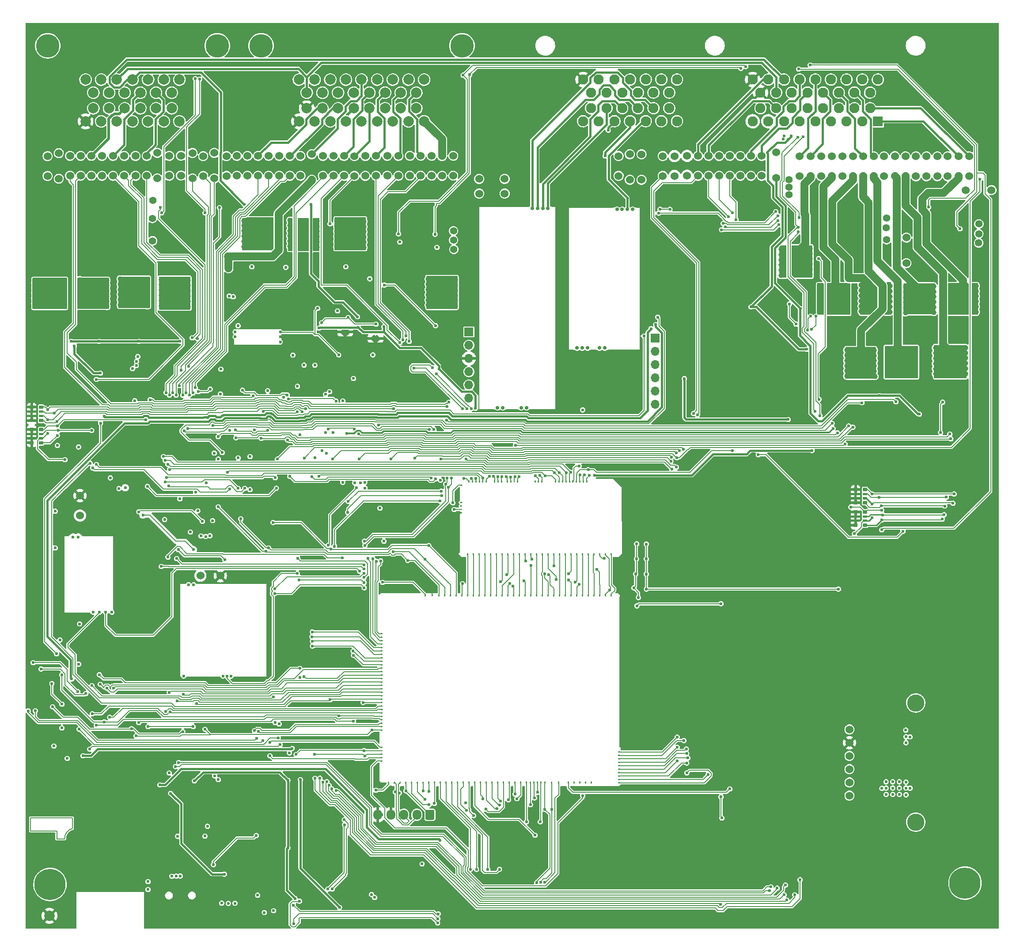
<source format=gbl>
G04 #@! TF.GenerationSoftware,KiCad,Pcbnew,(6.0.9)*
G04 #@! TF.CreationDate,2022-12-17T22:45:45+03:00*
G04 #@! TF.ProjectId,alphax_8ch,616c7068-6178-45f3-9863-682e6b696361,a*
G04 #@! TF.SameCoordinates,PX141f5e0PYa2cace0*
G04 #@! TF.FileFunction,Copper,L4,Bot*
G04 #@! TF.FilePolarity,Positive*
%FSLAX46Y46*%
G04 Gerber Fmt 4.6, Leading zero omitted, Abs format (unit mm)*
G04 Created by KiCad (PCBNEW (6.0.9)) date 2022-12-17 22:45:45*
%MOMM*%
%LPD*%
G01*
G04 APERTURE LIST*
G04 #@! TA.AperFunction,EtchedComponent*
%ADD10C,0.200000*%
G04 #@! TD*
G04 #@! TA.AperFunction,ComponentPad*
%ADD11C,0.599999*%
G04 #@! TD*
G04 #@! TA.AperFunction,ComponentPad*
%ADD12C,1.524000*%
G04 #@! TD*
G04 #@! TA.AperFunction,ComponentPad*
%ADD13C,4.500000*%
G04 #@! TD*
G04 #@! TA.AperFunction,ComponentPad*
%ADD14C,2.000000*%
G04 #@! TD*
G04 #@! TA.AperFunction,ComponentPad*
%ADD15C,6.000000*%
G04 #@! TD*
G04 #@! TA.AperFunction,ComponentPad*
%ADD16C,0.600000*%
G04 #@! TD*
G04 #@! TA.AperFunction,SMDPad,CuDef*
%ADD17O,9.300000X0.200000*%
G04 #@! TD*
G04 #@! TA.AperFunction,SMDPad,CuDef*
%ADD18O,0.200000X1.225000*%
G04 #@! TD*
G04 #@! TA.AperFunction,ComponentPad*
%ADD19R,1.700000X1.700000*%
G04 #@! TD*
G04 #@! TA.AperFunction,ComponentPad*
%ADD20O,1.700000X1.700000*%
G04 #@! TD*
G04 #@! TA.AperFunction,SMDPad,CuDef*
%ADD21R,2.000000X0.600000*%
G04 #@! TD*
G04 #@! TA.AperFunction,SMDPad,CuDef*
%ADD22R,1.250000X0.250000*%
G04 #@! TD*
G04 #@! TA.AperFunction,SMDPad,CuDef*
%ADD23R,0.350000X0.250000*%
G04 #@! TD*
G04 #@! TA.AperFunction,SMDPad,CuDef*
%ADD24R,6.450000X0.250000*%
G04 #@! TD*
G04 #@! TA.AperFunction,SMDPad,CuDef*
%ADD25R,0.250000X18.200000*%
G04 #@! TD*
G04 #@! TA.AperFunction,SMDPad,CuDef*
%ADD26R,6.500000X0.250000*%
G04 #@! TD*
G04 #@! TA.AperFunction,SMDPad,CuDef*
%ADD27R,13.650000X0.250000*%
G04 #@! TD*
G04 #@! TA.AperFunction,ComponentPad*
%ADD28R,1.950000X1.950000*%
G04 #@! TD*
G04 #@! TA.AperFunction,ComponentPad*
%ADD29C,1.950000*%
G04 #@! TD*
G04 #@! TA.AperFunction,ComponentPad*
%ADD30O,1.700000X1.950000*%
G04 #@! TD*
G04 #@! TA.AperFunction,ComponentPad*
%ADD31C,0.700000*%
G04 #@! TD*
G04 #@! TA.AperFunction,SMDPad,CuDef*
%ADD32R,5.050000X0.250000*%
G04 #@! TD*
G04 #@! TA.AperFunction,SMDPad,CuDef*
%ADD33R,0.250000X39.250000*%
G04 #@! TD*
G04 #@! TA.AperFunction,SMDPad,CuDef*
%ADD34R,0.950000X0.250000*%
G04 #@! TD*
G04 #@! TA.AperFunction,SMDPad,CuDef*
%ADD35R,3.100000X0.250000*%
G04 #@! TD*
G04 #@! TA.AperFunction,SMDPad,CuDef*
%ADD36R,9.750000X0.250000*%
G04 #@! TD*
G04 #@! TA.AperFunction,SMDPad,CuDef*
%ADD37R,2.250000X0.250000*%
G04 #@! TD*
G04 #@! TA.AperFunction,SMDPad,CuDef*
%ADD38R,0.980000X0.250000*%
G04 #@! TD*
G04 #@! TA.AperFunction,SMDPad,CuDef*
%ADD39R,6.300000X0.250000*%
G04 #@! TD*
G04 #@! TA.AperFunction,SMDPad,CuDef*
%ADD40R,0.250000X27.600000*%
G04 #@! TD*
G04 #@! TA.AperFunction,SMDPad,CuDef*
%ADD41R,1.100000X0.250000*%
G04 #@! TD*
G04 #@! TA.AperFunction,SMDPad,CuDef*
%ADD42R,8.750000X0.250000*%
G04 #@! TD*
G04 #@! TA.AperFunction,SMDPad,CuDef*
%ADD43R,6.185000X0.250000*%
G04 #@! TD*
G04 #@! TA.AperFunction,SMDPad,CuDef*
%ADD44R,5.175000X0.250000*%
G04 #@! TD*
G04 #@! TA.AperFunction,SMDPad,CuDef*
%ADD45R,1.115000X0.250000*%
G04 #@! TD*
G04 #@! TA.AperFunction,SMDPad,CuDef*
%ADD46R,0.250000X14.275000*%
G04 #@! TD*
G04 #@! TA.AperFunction,SMDPad,CuDef*
%ADD47R,0.250000X15.100000*%
G04 #@! TD*
G04 #@! TA.AperFunction,ComponentPad*
%ADD48C,3.302000*%
G04 #@! TD*
G04 #@! TA.AperFunction,SMDPad,CuDef*
%ADD49C,2.000000*%
G04 #@! TD*
G04 #@! TA.AperFunction,ViaPad*
%ADD50C,0.600000*%
G04 #@! TD*
G04 #@! TA.AperFunction,ViaPad*
%ADD51C,1.400000*%
G04 #@! TD*
G04 #@! TA.AperFunction,ViaPad*
%ADD52C,1.500000*%
G04 #@! TD*
G04 #@! TA.AperFunction,ViaPad*
%ADD53C,2.500000*%
G04 #@! TD*
G04 #@! TA.AperFunction,ViaPad*
%ADD54C,1.000000*%
G04 #@! TD*
G04 #@! TA.AperFunction,Conductor*
%ADD55C,0.200000*%
G04 #@! TD*
G04 #@! TA.AperFunction,Conductor*
%ADD56C,0.400000*%
G04 #@! TD*
G04 #@! TA.AperFunction,Conductor*
%ADD57C,0.203200*%
G04 #@! TD*
G04 #@! TA.AperFunction,Conductor*
%ADD58C,1.500000*%
G04 #@! TD*
G04 #@! TA.AperFunction,Conductor*
%ADD59C,0.300000*%
G04 #@! TD*
G04 #@! TA.AperFunction,Conductor*
%ADD60C,0.500000*%
G04 #@! TD*
G04 #@! TA.AperFunction,Conductor*
%ADD61C,0.254000*%
G04 #@! TD*
G04 APERTURE END LIST*
D10*
G04 #@! TO.C,G3*
X1107713Y21355349D02*
X9107713Y21355349D01*
X6107713Y17355349D02*
X6107713Y18855349D01*
X6107713Y18855349D02*
X1107713Y18855349D01*
X9107713Y21355349D02*
X9107713Y19355349D01*
X6107713Y17355349D02*
X7607713Y17355349D01*
X1107713Y18855349D02*
X1107713Y21355349D01*
X9107713Y19355348D02*
G75*
G03*
X7607713Y17355349I478801J-1921600D01*
G01*
G04 #@! TD*
D11*
G04 #@! TO.P,M4,V1,IGN8*
G04 #@! TO.N,/IGN8*
X126845111Y31896868D03*
G04 #@! TO.P,M4,V2,IGN7*
G04 #@! TO.N,/IGN7*
X125010101Y32321876D03*
G04 #@! TO.P,M4,V3,IGN6*
G04 #@! TO.N,/IGN6*
X127060109Y32871873D03*
G04 #@! TO.P,M4,V4,IGN5*
G04 #@! TO.N,/IGN5*
X126845114Y33746832D03*
G04 #@! TO.P,M4,V5,IGN4*
G04 #@! TO.N,/IGN4*
X126770107Y34596855D03*
G04 #@! TO.P,M4,V6,IGN3*
G04 #@! TO.N,/IGN3*
X125010101Y34921871D03*
G04 #@! TO.P,M4,V7,IGN2*
G04 #@! TO.N,/IGN2*
X126320101Y36221838D03*
G04 #@! TO.P,M4,V8,IGN1*
G04 #@! TO.N,/IGN1*
X125010101Y36871855D03*
G04 #@! TO.P,M4,V9,VCC*
G04 #@! TO.N,+5V_IGN*
X130935116Y29696852D03*
G04 #@! TO.P,M4,V10,V33*
G04 #@! TO.N,+3V3_IGN*
X126860110Y29996854D03*
G04 #@! TD*
D12*
G04 #@! TO.P,R8,1,1*
G04 #@! TO.N,/OUT_INJ2*
X158700000Y144475000D03*
G04 #@! TO.P,R8,2,2*
G04 #@! TO.N,/A3*
X158700000Y148285000D03*
G04 #@! TD*
D13*
G04 #@! TO.P,J22,0*
G04 #@! TO.N,N/C*
X4370000Y169500000D03*
X36870000Y169500000D03*
D14*
G04 #@! TO.P,J22,1,1D*
G04 #@! TO.N,unconnected-(J22-Pad1)*
X29620000Y163000000D03*
G04 #@! TO.P,J22,2,2D*
G04 #@! TO.N,/D2*
X26620000Y163000000D03*
G04 #@! TO.P,J22,3,3D*
G04 #@! TO.N,unconnected-(J22-Pad3)*
X23620000Y163000000D03*
G04 #@! TO.P,J22,4,4D*
G04 #@! TO.N,+5VAS*
X20620000Y163000000D03*
G04 #@! TO.P,J22,5,5D*
G04 #@! TO.N,GNDA*
X17620000Y163000000D03*
G04 #@! TO.P,J22,6,6D*
G04 #@! TO.N,unconnected-(J22-Pad6)*
X14620000Y163000000D03*
G04 #@! TO.P,J22,7,7D*
G04 #@! TO.N,unconnected-(J22-Pad7)*
X11620000Y163000000D03*
G04 #@! TO.P,J22,8,8D*
G04 #@! TO.N,/D8*
X28120000Y160500000D03*
G04 #@! TO.P,J22,9,9D*
G04 #@! TO.N,/D9*
X25120000Y160500000D03*
G04 #@! TO.P,J22,10,10D*
G04 #@! TO.N,/D10*
X22120000Y160500000D03*
G04 #@! TO.P,J22,11,11D*
G04 #@! TO.N,unconnected-(J22-Pad11)*
X19120000Y160500000D03*
G04 #@! TO.P,J22,12,12D*
G04 #@! TO.N,unconnected-(J22-Pad12)*
X16120000Y160500000D03*
G04 #@! TO.P,J22,13,13D*
G04 #@! TO.N,unconnected-(J22-Pad13)*
X13120000Y160500000D03*
G04 #@! TO.P,J22,14,14D*
G04 #@! TO.N,/D14*
X28120000Y157500000D03*
G04 #@! TO.P,J22,15,15D*
G04 #@! TO.N,/D15*
X25120000Y157500000D03*
G04 #@! TO.P,J22,16,16D*
G04 #@! TO.N,/D16*
X22120000Y157500000D03*
G04 #@! TO.P,J22,17,17D*
G04 #@! TO.N,/D17*
X19120000Y157500000D03*
G04 #@! TO.P,J22,18,18D*
G04 #@! TO.N,/D18*
X16120000Y157500000D03*
G04 #@! TO.P,J22,19,19D*
G04 #@! TO.N,/D19*
X13120000Y157500000D03*
G04 #@! TO.P,J22,20,20D*
G04 #@! TO.N,/D20*
X29620000Y155000000D03*
G04 #@! TO.P,J22,21,21D*
G04 #@! TO.N,/D21*
X26620000Y155000000D03*
G04 #@! TO.P,J22,22,22D*
G04 #@! TO.N,/D22*
X23620000Y155000000D03*
G04 #@! TO.P,J22,23,23D*
G04 #@! TO.N,/D23*
X20620000Y155000000D03*
G04 #@! TO.P,J22,24,24D*
G04 #@! TO.N,/D24*
X17620000Y155000000D03*
G04 #@! TO.P,J22,25,25D*
G04 #@! TO.N,/D25*
X14620000Y155000000D03*
G04 #@! TO.P,J22,26,26D*
G04 #@! TO.N,GND*
X11620000Y155000000D03*
G04 #@! TD*
D12*
G04 #@! TO.P,R93,1,1*
G04 #@! TO.N,/D21*
X27668000Y148365000D03*
G04 #@! TO.P,R93,2,2*
G04 #@! TO.N,/OUT_DC3-*
X27668000Y144555000D03*
G04 #@! TD*
D15*
G04 #@! TO.P,J8,1,Pin_1*
G04 #@! TO.N,unconnected-(J8-Pad1)*
X4803000Y8619000D03*
G04 #@! TD*
D12*
G04 #@! TO.P,R59,1,1*
G04 #@! TO.N,/C26*
X79950000Y148355000D03*
G04 #@! TO.P,R59,2,2*
G04 #@! TO.N,/OUT_ETB-*
X79950000Y144545000D03*
G04 #@! TD*
G04 #@! TO.P,R9,1,1*
G04 #@! TO.N,/OUT_INJ1*
X154650000Y144495000D03*
G04 #@! TO.P,R9,2,2*
G04 #@! TO.N,/A4*
X154650000Y148305000D03*
G04 #@! TD*
G04 #@! TO.P,R68,1,1*
G04 #@! TO.N,/IN_AT3*
X52814000Y144555000D03*
G04 #@! TO.P,R68,2,2*
G04 #@! TO.N,/C6*
X52814000Y148365000D03*
G04 #@! TD*
G04 #@! TO.P,R82,1,1*
G04 #@! TO.N,/D19*
X4350000Y148325000D03*
G04 #@! TO.P,R82,2,2*
G04 #@! TO.N,/OUT_BOOST*
X4350000Y144515000D03*
G04 #@! TD*
G04 #@! TO.P,F4,1,1*
G04 #@! TO.N,/A5*
X91950000Y141150000D03*
G04 #@! TO.P,F4,2,2*
G04 #@! TO.N,+12V_ETB*
X87050000Y141150000D03*
G04 #@! TD*
G04 #@! TO.P,R91,1,1*
G04 #@! TO.N,/IN_KNOCK_RAW2*
X40622000Y144555000D03*
G04 #@! TO.P,R91,2,2*
G04 #@! TO.N,/C8*
X40622000Y148365000D03*
G04 #@! TD*
G04 #@! TO.P,R1002,1,1*
G04 #@! TO.N,/IN_HALL3*
X139150000Y144555000D03*
G04 #@! TO.P,R1002,2,2*
G04 #@! TO.N,/A31*
X139150000Y148365000D03*
G04 #@! TD*
D11*
G04 #@! TO.P,M16,V1,V33*
G04 #@! TO.N,/PWR_3V3*
X79577495Y17084820D03*
G04 #@! TO.P,M16,V2,GND*
G04 #@! TO.N,GND*
X81152509Y12179811D03*
G04 #@! TO.P,M16,V3,GND*
X93856527Y12188874D03*
G04 #@! TO.P,M16,V4,SD_CS*
G04 #@! TO.N,/SD_CS*
X85377499Y11509810D03*
G04 #@! TO.P,M16,V5,SD_MOSI*
G04 #@! TO.N,/SD_MOSI*
X86552503Y11509810D03*
G04 #@! TO.P,M16,V6,SD_SCK*
G04 #@! TO.N,/SD_SCK*
X88727497Y11509810D03*
G04 #@! TO.P,M16,V7,SD_MISO*
G04 #@! TO.N,/SD_MISO*
X90952499Y11509810D03*
G04 #@! TD*
D12*
G04 #@! TO.P,R1007,1,1*
G04 #@! TO.N,/OUT_INJ5*
X65230000Y144544979D03*
G04 #@! TO.P,R1007,2,2*
G04 #@! TO.N,/C4*
X65230000Y148354979D03*
G04 #@! TD*
G04 #@! TO.P,F10,1,1*
G04 #@! TO.N,/C5*
X54970000Y148690000D03*
G04 #@! TO.P,F10,2,2*
G04 #@! TO.N,+12V_RAW*
X54970000Y143790000D03*
G04 #@! TD*
G04 #@! TO.P,R11,1,1*
G04 #@! TO.N,/OUT_IGN2*
X156660000Y144525000D03*
G04 #@! TO.P,R11,2,2*
G04 #@! TO.N,/A12*
X156660000Y148335000D03*
G04 #@! TD*
G04 #@! TO.P,R6,1,1*
G04 #@! TO.N,/OUT_INJ4*
X178920000Y144465000D03*
G04 #@! TO.P,R6,2,2*
G04 #@! TO.N,/A1*
X178920000Y148275000D03*
G04 #@! TD*
G04 #@! TO.P,R60,1,1*
G04 #@! TO.N,/OUT_IGN6*
X67320000Y144555000D03*
G04 #@! TO.P,R60,2,2*
G04 #@! TO.N,/C12*
X67320000Y148365000D03*
G04 #@! TD*
G04 #@! TO.P,R1010,1,1*
G04 #@! TO.N,/IN_AN3*
X46718000Y144565000D03*
G04 #@! TO.P,R1010,2,2*
G04 #@! TO.N,/C33*
X46718000Y148375000D03*
G04 #@! TD*
G04 #@! TO.P,R36,1,1*
G04 #@! TO.N,/IN_AT1*
X135100000Y144555000D03*
G04 #@! TO.P,R36,2,2*
G04 #@! TO.N,/A15*
X135100000Y148365000D03*
G04 #@! TD*
D16*
G04 #@! TO.P,M10,E1,V5A*
G04 #@! TO.N,/PWR_5VA*
X48950000Y114600000D03*
D17*
G04 #@! TO.P,M10,E2,GND*
G04 #@! TO.N,GND*
X44600000Y115200000D03*
X44600000Y112100000D03*
D18*
X40050000Y112625000D03*
D16*
X48950000Y113650000D03*
G04 #@! TO.P,M10,E3,OUT_KNOCK*
G04 #@! TO.N,/IN_KNOCK1*
X48950000Y112700002D03*
G04 #@! TO.P,M10,W1,IN_KNOCK*
G04 #@! TO.N,/IN_KNOCK_RAW1*
X40250000Y113700000D03*
G04 #@! TO.P,M10,W2,VREF*
G04 #@! TO.N,/VREF2*
X40250000Y114600000D03*
G04 #@! TD*
D12*
G04 #@! TO.P,R66,1,1*
G04 #@! TO.N,/CAN1-*
X8650000Y144565000D03*
G04 #@! TO.P,R66,2,2*
G04 #@! TO.N,/D25*
X8650000Y148375000D03*
G04 #@! TD*
G04 #@! TO.P,R1012,1,1*
G04 #@! TO.N,/IN_AN5*
X23360000Y144545000D03*
G04 #@! TO.P,R1012,2,2*
G04 #@! TO.N,/D9*
X23360000Y148355000D03*
G04 #@! TD*
G04 #@! TO.P,R17,1,1*
G04 #@! TO.N,/OUT_VVT4*
X168760000Y144485000D03*
G04 #@! TO.P,R17,2,2*
G04 #@! TO.N,/A18*
X168760000Y148295000D03*
G04 #@! TD*
G04 #@! TO.P,R63,1,1*
G04 #@! TO.N,/CAN2+*
X21180000Y144555000D03*
G04 #@! TO.P,R63,2,2*
G04 #@! TO.N,/D22*
X21180000Y148365000D03*
G04 #@! TD*
G04 #@! TO.P,R74,1,1*
G04 #@! TO.N,/IN_TPS2*
X44686000Y144555000D03*
G04 #@! TO.P,R74,2,2*
G04 #@! TO.N,/C24*
X44686000Y148365000D03*
G04 #@! TD*
G04 #@! TO.P,R34,1,1*
G04 #@! TO.N,/IN_AN1*
X137110000Y144555000D03*
G04 #@! TO.P,R34,2,2*
G04 #@! TO.N,/A14*
X137110000Y148365000D03*
G04 #@! TD*
G04 #@! TO.P,R1005,1,1*
G04 #@! TO.N,/OUT_INJ7*
X73780000Y144580000D03*
G04 #@! TO.P,R1005,2,2*
G04 #@! TO.N,/C2*
X73780000Y148390000D03*
G04 #@! TD*
G04 #@! TO.P,R1009,1,1*
G04 #@! TO.N,/IN_AN2*
X48750000Y144555000D03*
G04 #@! TO.P,R1009,2,2*
G04 #@! TO.N,/C32*
X48750000Y148365000D03*
G04 #@! TD*
G04 #@! TO.P,R70,1,1*
G04 #@! TO.N,/IN_2STEP*
X63160000Y144535000D03*
G04 #@! TO.P,R70,2,2*
G04 #@! TO.N,/C21*
X63160000Y148345000D03*
G04 #@! TD*
G04 #@! TO.P,R1004,1,1*
G04 #@! TO.N,/OUT_INJ8*
X82100000Y144580021D03*
G04 #@! TO.P,R1004,2,2*
G04 #@! TO.N,/C1*
X82100000Y148390021D03*
G04 #@! TD*
D11*
G04 #@! TO.P,M7,V1,V5*
G04 #@! TO.N,+5V*
X51750003Y5925001D03*
G04 #@! TO.P,M7,V2,CAN_VIO*
G04 #@! TO.N,Net-(M6-PadN1)*
X52625005Y5400001D03*
G04 #@! TO.P,M7,V5,CAN_TX*
G04 #@! TO.N,/CAN1_TX*
X51450001Y4650003D03*
G04 #@! TO.P,M7,V6,CAN_RX*
G04 #@! TO.N,/CAN1_RX*
X51525004Y1100002D03*
G04 #@! TD*
D12*
G04 #@! TO.P,F9,1,1*
G04 #@! TO.N,/A5*
X168950000Y132700000D03*
G04 #@! TO.P,F9,2,2*
G04 #@! TO.N,+12V_DC1*
X168950000Y127800000D03*
G04 #@! TD*
G04 #@! TO.P,M6,E1,SPI1_SCK*
G04 #@! TO.N,/AMUX*
G04 #@! TA.AperFunction,SMDPad,CuDef*
G36*
G01*
X68220504Y32403625D02*
X68470504Y32403625D01*
G75*
G02*
X68595504Y32278625I0J-125000D01*
G01*
X68595504Y32278625D01*
G75*
G02*
X68470504Y32153625I-125000J0D01*
G01*
X68220504Y32153625D01*
G75*
G02*
X68095504Y32278625I0J125000D01*
G01*
X68095504Y32278625D01*
G75*
G02*
X68220504Y32403625I125000J0D01*
G01*
G37*
G04 #@! TD.AperFunction*
G04 #@! TO.P,M6,E2,SPI1_MISO*
G04 #@! TO.N,/DC3_PWM*
G04 #@! TA.AperFunction,SMDPad,CuDef*
G36*
G01*
X68470504Y32813623D02*
X68220504Y32813623D01*
G75*
G02*
X68095504Y32938623I0J125000D01*
G01*
X68095504Y32938623D01*
G75*
G02*
X68220504Y33063623I125000J0D01*
G01*
X68470504Y33063623D01*
G75*
G02*
X68595504Y32938623I0J-125000D01*
G01*
X68595504Y32938623D01*
G75*
G02*
X68470504Y32813623I-125000J0D01*
G01*
G37*
G04 #@! TD.AperFunction*
G04 #@! TO.P,M6,E3,SPI1_MOSI*
G04 #@! TO.N,/CAN2_RX*
G04 #@! TA.AperFunction,SMDPad,CuDef*
G36*
G01*
X68470504Y33473628D02*
X68220504Y33473628D01*
G75*
G02*
X68095504Y33598628I0J125000D01*
G01*
X68095504Y33598628D01*
G75*
G02*
X68220504Y33723628I125000J0D01*
G01*
X68470504Y33723628D01*
G75*
G02*
X68595504Y33598628I0J-125000D01*
G01*
X68595504Y33598628D01*
G75*
G02*
X68470504Y33473628I-125000J0D01*
G01*
G37*
G04 #@! TD.AperFunction*
G04 #@! TO.P,M6,E4,SPI1_CS1*
G04 #@! TO.N,/CAN2_TX*
G04 #@! TA.AperFunction,SMDPad,CuDef*
G36*
G01*
X68470504Y34133623D02*
X68220504Y34133623D01*
G75*
G02*
X68095504Y34258623I0J125000D01*
G01*
X68095504Y34258623D01*
G75*
G02*
X68220504Y34383623I125000J0D01*
G01*
X68470504Y34383623D01*
G75*
G02*
X68595504Y34258623I0J-125000D01*
G01*
X68595504Y34258623D01*
G75*
G02*
X68470504Y34133623I-125000J0D01*
G01*
G37*
G04 #@! TD.AperFunction*
G04 #@! TO.P,M6,E5,SPI1_CS2*
G04 #@! TO.N,/DC3_DIR*
G04 #@! TA.AperFunction,SMDPad,CuDef*
G36*
G01*
X68470504Y34793625D02*
X68220504Y34793625D01*
G75*
G02*
X68095504Y34918625I0J125000D01*
G01*
X68095504Y34918625D01*
G75*
G02*
X68220504Y35043625I125000J0D01*
G01*
X68470504Y35043625D01*
G75*
G02*
X68595504Y34918625I0J-125000D01*
G01*
X68595504Y34918625D01*
G75*
G02*
X68470504Y34793625I-125000J0D01*
G01*
G37*
G04 #@! TD.AperFunction*
G04 #@! TO.P,M6,E6,OUT_IO3*
G04 #@! TO.N,/PWR_EN*
G04 #@! TA.AperFunction,SMDPad,CuDef*
G36*
G01*
X68470504Y38093626D02*
X68220504Y38093626D01*
G75*
G02*
X68095504Y38218626I0J125000D01*
G01*
X68095504Y38218626D01*
G75*
G02*
X68220504Y38343626I125000J0D01*
G01*
X68470504Y38343626D01*
G75*
G02*
X68595504Y38218626I0J-125000D01*
G01*
X68595504Y38218626D01*
G75*
G02*
X68470504Y38093626I-125000J0D01*
G01*
G37*
G04 #@! TD.AperFunction*
G04 #@! TO.P,M6,E7,OUT_IO5*
G04 #@! TO.N,/CRANK_P_PULLUP*
G04 #@! TA.AperFunction,SMDPad,CuDef*
G36*
G01*
X68470504Y38753627D02*
X68220504Y38753627D01*
G75*
G02*
X68095504Y38878627I0J125000D01*
G01*
X68095504Y38878627D01*
G75*
G02*
X68220504Y39003627I125000J0D01*
G01*
X68470504Y39003627D01*
G75*
G02*
X68595504Y38878627I0J-125000D01*
G01*
X68595504Y38878627D01*
G75*
G02*
X68470504Y38753627I-125000J0D01*
G01*
G37*
G04 #@! TD.AperFunction*
G04 #@! TO.P,M6,E8,OUT_IO1*
G04 #@! TO.N,/MCU_LS7*
G04 #@! TA.AperFunction,SMDPad,CuDef*
G36*
G01*
X68470504Y39413629D02*
X68220504Y39413629D01*
G75*
G02*
X68095504Y39538629I0J125000D01*
G01*
X68095504Y39538629D01*
G75*
G02*
X68220504Y39663629I125000J0D01*
G01*
X68470504Y39663629D01*
G75*
G02*
X68595504Y39538629I0J-125000D01*
G01*
X68595504Y39538629D01*
G75*
G02*
X68470504Y39413629I-125000J0D01*
G01*
G37*
G04 #@! TD.AperFunction*
G04 #@! TO.P,M6,E9,OUT_IO6*
G04 #@! TO.N,/TACH_PULLUP*
G04 #@! TA.AperFunction,SMDPad,CuDef*
G36*
G01*
X68470504Y40073627D02*
X68220504Y40073627D01*
G75*
G02*
X68095504Y40198627I0J125000D01*
G01*
X68095504Y40198627D01*
G75*
G02*
X68220504Y40323627I125000J0D01*
G01*
X68470504Y40323627D01*
G75*
G02*
X68595504Y40198627I0J-125000D01*
G01*
X68595504Y40198627D01*
G75*
G02*
X68470504Y40073627I-125000J0D01*
G01*
G37*
G04 #@! TD.AperFunction*
G04 #@! TO.P,M6,E10,OUT_IO10*
G04 #@! TO.N,/MAIN*
G04 #@! TA.AperFunction,SMDPad,CuDef*
G36*
G01*
X68470504Y40733629D02*
X68220504Y40733629D01*
G75*
G02*
X68095504Y40858629I0J125000D01*
G01*
X68095504Y40858629D01*
G75*
G02*
X68220504Y40983629I125000J0D01*
G01*
X68470504Y40983629D01*
G75*
G02*
X68595504Y40858629I0J-125000D01*
G01*
X68595504Y40858629D01*
G75*
G02*
X68470504Y40733629I-125000J0D01*
G01*
G37*
G04 #@! TD.AperFunction*
G04 #@! TO.P,M6,E11,OUT_IO9*
G04 #@! TO.N,/NOS*
G04 #@! TA.AperFunction,SMDPad,CuDef*
G36*
G01*
X68470504Y41393627D02*
X68220504Y41393627D01*
G75*
G02*
X68095504Y41518627I0J125000D01*
G01*
X68095504Y41518627D01*
G75*
G02*
X68220504Y41643627I125000J0D01*
G01*
X68470504Y41643627D01*
G75*
G02*
X68595504Y41518627I0J-125000D01*
G01*
X68595504Y41518627D01*
G75*
G02*
X68470504Y41393627I-125000J0D01*
G01*
G37*
G04 #@! TD.AperFunction*
G04 #@! TO.P,M6,E12,OUT_IO2*
G04 #@! TO.N,/MCU_LS8*
G04 #@! TA.AperFunction,SMDPad,CuDef*
G36*
G01*
X68470504Y42053628D02*
X68220504Y42053628D01*
G75*
G02*
X68095504Y42178628I0J125000D01*
G01*
X68095504Y42178628D01*
G75*
G02*
X68220504Y42303628I125000J0D01*
G01*
X68470504Y42303628D01*
G75*
G02*
X68595504Y42178628I0J-125000D01*
G01*
X68595504Y42178628D01*
G75*
G02*
X68470504Y42053628I-125000J0D01*
G01*
G37*
G04 #@! TD.AperFunction*
G04 #@! TO.P,M6,E13,OUT_IO12*
G04 #@! TO.N,/PUMP_RELAY*
G04 #@! TA.AperFunction,SMDPad,CuDef*
G36*
G01*
X68470504Y42713627D02*
X68220504Y42713627D01*
G75*
G02*
X68095504Y42838627I0J125000D01*
G01*
X68095504Y42838627D01*
G75*
G02*
X68220504Y42963627I125000J0D01*
G01*
X68470504Y42963627D01*
G75*
G02*
X68595504Y42838627I0J-125000D01*
G01*
X68595504Y42838627D01*
G75*
G02*
X68470504Y42713627I-125000J0D01*
G01*
G37*
G04 #@! TD.AperFunction*
G04 #@! TO.P,M6,E14,OUT_PWM2*
G04 #@! TO.N,/ETB_PWM*
G04 #@! TA.AperFunction,SMDPad,CuDef*
G36*
G01*
X68470504Y43373628D02*
X68220504Y43373628D01*
G75*
G02*
X68095504Y43498628I0J125000D01*
G01*
X68095504Y43498628D01*
G75*
G02*
X68220504Y43623628I125000J0D01*
G01*
X68470504Y43623628D01*
G75*
G02*
X68595504Y43498628I0J-125000D01*
G01*
X68595504Y43498628D01*
G75*
G02*
X68470504Y43373628I-125000J0D01*
G01*
G37*
G04 #@! TD.AperFunction*
G04 #@! TO.P,M6,E15,OUT_PWM3*
G04 #@! TO.N,/MCU_BOOST*
G04 #@! TA.AperFunction,SMDPad,CuDef*
G36*
G01*
X68470504Y44033627D02*
X68220504Y44033627D01*
G75*
G02*
X68095504Y44158627I0J125000D01*
G01*
X68095504Y44158627D01*
G75*
G02*
X68220504Y44283627I125000J0D01*
G01*
X68470504Y44283627D01*
G75*
G02*
X68595504Y44158627I0J-125000D01*
G01*
X68595504Y44158627D01*
G75*
G02*
X68470504Y44033627I-125000J0D01*
G01*
G37*
G04 #@! TD.AperFunction*
G04 #@! TO.P,M6,E16,OUT_PWM4*
G04 #@! TO.N,/THRESHOLD_VR_CM*
G04 #@! TA.AperFunction,SMDPad,CuDef*
G36*
G01*
X68470504Y44693628D02*
X68220504Y44693628D01*
G75*
G02*
X68095504Y44818628I0J125000D01*
G01*
X68095504Y44818628D01*
G75*
G02*
X68220504Y44943628I125000J0D01*
G01*
X68470504Y44943628D01*
G75*
G02*
X68595504Y44818628I0J-125000D01*
G01*
X68595504Y44818628D01*
G75*
G02*
X68470504Y44693628I-125000J0D01*
G01*
G37*
G04 #@! TD.AperFunction*
G04 #@! TO.P,M6,E17,OUT_PWM5*
G04 #@! TO.N,/MCU_VVT4*
G04 #@! TA.AperFunction,SMDPad,CuDef*
G36*
G01*
X68470504Y45353627D02*
X68220504Y45353627D01*
G75*
G02*
X68095504Y45478627I0J125000D01*
G01*
X68095504Y45478627D01*
G75*
G02*
X68220504Y45603627I125000J0D01*
G01*
X68470504Y45603627D01*
G75*
G02*
X68595504Y45478627I0J-125000D01*
G01*
X68595504Y45478627D01*
G75*
G02*
X68470504Y45353627I-125000J0D01*
G01*
G37*
G04 #@! TD.AperFunction*
G04 #@! TO.P,M6,E18,OUT_PWM6*
G04 #@! TO.N,/THRESHOLD_VR_CR*
G04 #@! TA.AperFunction,SMDPad,CuDef*
G36*
G01*
X68470504Y46013628D02*
X68220504Y46013628D01*
G75*
G02*
X68095504Y46138628I0J125000D01*
G01*
X68095504Y46138628D01*
G75*
G02*
X68220504Y46263628I125000J0D01*
G01*
X68470504Y46263628D01*
G75*
G02*
X68595504Y46138628I0J-125000D01*
G01*
X68595504Y46138628D01*
G75*
G02*
X68470504Y46013628I-125000J0D01*
G01*
G37*
G04 #@! TD.AperFunction*
G04 #@! TO.P,M6,E19,OUT_PWM7*
G04 #@! TO.N,/MCU_VVT1*
G04 #@! TA.AperFunction,SMDPad,CuDef*
G36*
G01*
X68470504Y46673627D02*
X68220504Y46673627D01*
G75*
G02*
X68095504Y46798627I0J125000D01*
G01*
X68095504Y46798627D01*
G75*
G02*
X68220504Y46923627I125000J0D01*
G01*
X68470504Y46923627D01*
G75*
G02*
X68595504Y46798627I0J-125000D01*
G01*
X68595504Y46798627D01*
G75*
G02*
X68470504Y46673627I-125000J0D01*
G01*
G37*
G04 #@! TD.AperFunction*
G04 #@! TO.P,M6,E20,OUT_IO11*
G04 #@! TO.N,/MCU_FAN_RELAY*
G04 #@! TA.AperFunction,SMDPad,CuDef*
G36*
G01*
X68470504Y47333628D02*
X68220504Y47333628D01*
G75*
G02*
X68095504Y47458628I0J125000D01*
G01*
X68095504Y47458628D01*
G75*
G02*
X68220504Y47583628I125000J0D01*
G01*
X68470504Y47583628D01*
G75*
G02*
X68595504Y47458628I0J-125000D01*
G01*
X68595504Y47458628D01*
G75*
G02*
X68470504Y47333628I-125000J0D01*
G01*
G37*
G04 #@! TD.AperFunction*
G04 #@! TO.P,M6,E21,OUT_IO7*
G04 #@! TO.N,/2STEP_PULLDOWN*
G04 #@! TA.AperFunction,SMDPad,CuDef*
G36*
G01*
X68470504Y47993627D02*
X68220504Y47993627D01*
G75*
G02*
X68095504Y48118627I0J125000D01*
G01*
X68095504Y48118627D01*
G75*
G02*
X68220504Y48243627I125000J0D01*
G01*
X68470504Y48243627D01*
G75*
G02*
X68595504Y48118627I0J-125000D01*
G01*
X68595504Y48118627D01*
G75*
G02*
X68470504Y47993627I-125000J0D01*
G01*
G37*
G04 #@! TD.AperFunction*
G04 #@! TO.P,M6,E22,OUT_IO8*
G04 #@! TO.N,/CAM_PULLDOWN*
G04 #@! TA.AperFunction,SMDPad,CuDef*
G36*
G01*
X68470504Y48653628D02*
X68220504Y48653628D01*
G75*
G02*
X68095504Y48778628I0J125000D01*
G01*
X68095504Y48778628D01*
G75*
G02*
X68220504Y48903628I125000J0D01*
G01*
X68470504Y48903628D01*
G75*
G02*
X68595504Y48778628I0J-125000D01*
G01*
X68595504Y48778628D01*
G75*
G02*
X68470504Y48653628I-125000J0D01*
G01*
G37*
G04 #@! TD.AperFunction*
G04 #@! TO.P,M6,E23,OUT_IO4*
G04 #@! TO.N,/TEMP_PULLUP*
G04 #@! TA.AperFunction,SMDPad,CuDef*
G36*
G01*
X68470504Y49313627D02*
X68220504Y49313627D01*
G75*
G02*
X68095504Y49438627I0J125000D01*
G01*
X68095504Y49438627D01*
G75*
G02*
X68220504Y49563627I125000J0D01*
G01*
X68470504Y49563627D01*
G75*
G02*
X68595504Y49438627I0J-125000D01*
G01*
X68595504Y49438627D01*
G75*
G02*
X68470504Y49313627I-125000J0D01*
G01*
G37*
G04 #@! TD.AperFunction*
G04 #@! TO.P,M6,E24,OUT_IO13*
G04 #@! TO.N,/TACH*
G04 #@! TA.AperFunction,SMDPad,CuDef*
G36*
G01*
X68470504Y49973628D02*
X68220504Y49973628D01*
G75*
G02*
X68095504Y50098628I0J125000D01*
G01*
X68095504Y50098628D01*
G75*
G02*
X68220504Y50223628I125000J0D01*
G01*
X68470504Y50223628D01*
G75*
G02*
X68595504Y50098628I0J-125000D01*
G01*
X68595504Y50098628D01*
G75*
G02*
X68470504Y49973628I-125000J0D01*
G01*
G37*
G04 #@! TD.AperFunction*
G04 #@! TO.P,M6,E25,OUT_INJ1*
G04 #@! TO.N,/MCU_INJ1*
G04 #@! TA.AperFunction,SMDPad,CuDef*
G36*
G01*
X68470504Y50633627D02*
X68220504Y50633627D01*
G75*
G02*
X68095504Y50758627I0J125000D01*
G01*
X68095504Y50758627D01*
G75*
G02*
X68220504Y50883627I125000J0D01*
G01*
X68470504Y50883627D01*
G75*
G02*
X68595504Y50758627I0J-125000D01*
G01*
X68595504Y50758627D01*
G75*
G02*
X68470504Y50633627I-125000J0D01*
G01*
G37*
G04 #@! TD.AperFunction*
G04 #@! TO.P,M6,E26,OUT_INJ2*
G04 #@! TO.N,/MCU_INJ2*
G04 #@! TA.AperFunction,SMDPad,CuDef*
G36*
G01*
X68470504Y51293628D02*
X68220504Y51293628D01*
G75*
G02*
X68095504Y51418628I0J125000D01*
G01*
X68095504Y51418628D01*
G75*
G02*
X68220504Y51543628I125000J0D01*
G01*
X68470504Y51543628D01*
G75*
G02*
X68595504Y51418628I0J-125000D01*
G01*
X68595504Y51418628D01*
G75*
G02*
X68470504Y51293628I-125000J0D01*
G01*
G37*
G04 #@! TD.AperFunction*
G04 #@! TO.P,M6,E27,OUT_PWM1*
G04 #@! TO.N,/MCU_VVT3*
G04 #@! TA.AperFunction,SMDPad,CuDef*
G36*
G01*
X68470504Y51953626D02*
X68220504Y51953626D01*
G75*
G02*
X68095504Y52078626I0J125000D01*
G01*
X68095504Y52078626D01*
G75*
G02*
X68220504Y52203626I125000J0D01*
G01*
X68470504Y52203626D01*
G75*
G02*
X68595504Y52078626I0J-125000D01*
G01*
X68595504Y52078626D01*
G75*
G02*
X68470504Y51953626I-125000J0D01*
G01*
G37*
G04 #@! TD.AperFunction*
G04 #@! TO.P,M6,E28,OUT_PWM8*
G04 #@! TO.N,/MCU_VVT2*
G04 #@! TA.AperFunction,SMDPad,CuDef*
G36*
G01*
X68470504Y52613628D02*
X68220504Y52613628D01*
G75*
G02*
X68095504Y52738628I0J125000D01*
G01*
X68095504Y52738628D01*
G75*
G02*
X68220504Y52863628I125000J0D01*
G01*
X68470504Y52863628D01*
G75*
G02*
X68595504Y52738628I0J-125000D01*
G01*
X68595504Y52738628D01*
G75*
G02*
X68470504Y52613628I-125000J0D01*
G01*
G37*
G04 #@! TD.AperFunction*
G04 #@! TO.P,M6,E29,OUT_INJ3*
G04 #@! TO.N,/MCU_INJ3*
G04 #@! TA.AperFunction,SMDPad,CuDef*
G36*
G01*
X68470504Y53273626D02*
X68220504Y53273626D01*
G75*
G02*
X68095504Y53398626I0J125000D01*
G01*
X68095504Y53398626D01*
G75*
G02*
X68220504Y53523626I125000J0D01*
G01*
X68470504Y53523626D01*
G75*
G02*
X68595504Y53398626I0J-125000D01*
G01*
X68595504Y53398626D01*
G75*
G02*
X68470504Y53273626I-125000J0D01*
G01*
G37*
G04 #@! TD.AperFunction*
G04 #@! TO.P,M6,E30,OUT_INJ4*
G04 #@! TO.N,/MCU_INJ4*
G04 #@! TA.AperFunction,SMDPad,CuDef*
G36*
G01*
X68470504Y53933628D02*
X68220504Y53933628D01*
G75*
G02*
X68095504Y54058628I0J125000D01*
G01*
X68095504Y54058628D01*
G75*
G02*
X68220504Y54183628I125000J0D01*
G01*
X68470504Y54183628D01*
G75*
G02*
X68595504Y54058628I0J-125000D01*
G01*
X68595504Y54058628D01*
G75*
G02*
X68470504Y53933628I-125000J0D01*
G01*
G37*
G04 #@! TD.AperFunction*
G04 #@! TO.P,M6,E31,OUT_INJ5*
G04 #@! TO.N,/MCU_INJ5*
G04 #@! TA.AperFunction,SMDPad,CuDef*
G36*
G01*
X68470504Y54593626D02*
X68220504Y54593626D01*
G75*
G02*
X68095504Y54718626I0J125000D01*
G01*
X68095504Y54718626D01*
G75*
G02*
X68220504Y54843626I125000J0D01*
G01*
X68470504Y54843626D01*
G75*
G02*
X68595504Y54718626I0J-125000D01*
G01*
X68595504Y54718626D01*
G75*
G02*
X68470504Y54593626I-125000J0D01*
G01*
G37*
G04 #@! TD.AperFunction*
G04 #@! TO.P,M6,E32,OUT_INJ6*
G04 #@! TO.N,/MCU_INJ6*
G04 #@! TA.AperFunction,SMDPad,CuDef*
G36*
G01*
X68470504Y55253627D02*
X68220504Y55253627D01*
G75*
G02*
X68095504Y55378627I0J125000D01*
G01*
X68095504Y55378627D01*
G75*
G02*
X68220504Y55503627I125000J0D01*
G01*
X68470504Y55503627D01*
G75*
G02*
X68595504Y55378627I0J-125000D01*
G01*
X68595504Y55378627D01*
G75*
G02*
X68470504Y55253627I-125000J0D01*
G01*
G37*
G04 #@! TD.AperFunction*
G04 #@! TO.P,M6,E33,OUT_INJ7*
G04 #@! TO.N,/MCU_INJ7*
G04 #@! TA.AperFunction,SMDPad,CuDef*
G36*
G01*
X68470504Y55913626D02*
X68220504Y55913626D01*
G75*
G02*
X68095504Y56038626I0J125000D01*
G01*
X68095504Y56038626D01*
G75*
G02*
X68220504Y56163626I125000J0D01*
G01*
X68470504Y56163626D01*
G75*
G02*
X68595504Y56038626I0J-125000D01*
G01*
X68595504Y56038626D01*
G75*
G02*
X68470504Y55913626I-125000J0D01*
G01*
G37*
G04 #@! TD.AperFunction*
G04 #@! TO.P,M6,E34,OUT_INJ8*
G04 #@! TO.N,/MCU_INJ8*
G04 #@! TA.AperFunction,SMDPad,CuDef*
G36*
G01*
X68470504Y56573627D02*
X68220504Y56573627D01*
G75*
G02*
X68095504Y56698627I0J125000D01*
G01*
X68095504Y56698627D01*
G75*
G02*
X68220504Y56823627I125000J0D01*
G01*
X68470504Y56823627D01*
G75*
G02*
X68595504Y56698627I0J-125000D01*
G01*
X68595504Y56698627D01*
G75*
G02*
X68470504Y56573627I-125000J0D01*
G01*
G37*
G04 #@! TD.AperFunction*
G04 #@! TO.P,M6,N1,CAN_VIO*
G04 #@! TO.N,Net-(M6-PadN1)*
G04 #@! TA.AperFunction,SMDPad,CuDef*
G36*
G01*
X102167502Y28026623D02*
X102167502Y28276623D01*
G75*
G02*
X102292502Y28401623I125000J0D01*
G01*
X102292502Y28401623D01*
G75*
G02*
X102417502Y28276623I0J-125000D01*
G01*
X102417502Y28026623D01*
G75*
G02*
X102292502Y27901623I-125000J0D01*
G01*
X102292502Y27901623D01*
G75*
G02*
X102167502Y28026623I0J125000D01*
G01*
G37*
G04 #@! TD.AperFunction*
G04 #@! TO.P,M6,N2,CAN_RX*
G04 #@! TO.N,/CAN1_RX*
G04 #@! TA.AperFunction,SMDPad,CuDef*
G36*
G01*
X101097500Y28276623D02*
X101097500Y28026623D01*
G75*
G02*
X100972500Y27901623I-125000J0D01*
G01*
X100972500Y27901623D01*
G75*
G02*
X100847500Y28026623I0J125000D01*
G01*
X100847500Y28276623D01*
G75*
G02*
X100972500Y28401623I125000J0D01*
G01*
X100972500Y28401623D01*
G75*
G02*
X101097500Y28276623I0J-125000D01*
G01*
G37*
G04 #@! TD.AperFunction*
G04 #@! TO.P,M6,N3,CAN_TX*
G04 #@! TO.N,/CAN1_TX*
G04 #@! TA.AperFunction,SMDPad,CuDef*
G36*
G01*
X99777497Y28276623D02*
X99777497Y28026623D01*
G75*
G02*
X99652497Y27901623I-125000J0D01*
G01*
X99652497Y27901623D01*
G75*
G02*
X99527497Y28026623I0J125000D01*
G01*
X99527497Y28276623D01*
G75*
G02*
X99652497Y28401623I125000J0D01*
G01*
X99652497Y28401623D01*
G75*
G02*
X99777497Y28276623I0J-125000D01*
G01*
G37*
G04 #@! TD.AperFunction*
G04 #@! TO.P,M6,N4,UART8_TX*
G04 #@! TO.N,/DC2_PWM*
G04 #@! TA.AperFunction,SMDPad,CuDef*
G36*
G01*
X99017499Y28276623D02*
X99017499Y28026623D01*
G75*
G02*
X98892499Y27901623I-125000J0D01*
G01*
X98892499Y27901623D01*
G75*
G02*
X98767499Y28026623I0J125000D01*
G01*
X98767499Y28276623D01*
G75*
G02*
X98892499Y28401623I125000J0D01*
G01*
X98892499Y28401623D01*
G75*
G02*
X99017499Y28276623I0J-125000D01*
G01*
G37*
G04 #@! TD.AperFunction*
G04 #@! TO.P,M6,N5,UART8_RX*
G04 #@! TO.N,/2STEP*
G04 #@! TA.AperFunction,SMDPad,CuDef*
G36*
G01*
X98352496Y28276623D02*
X98352496Y28026623D01*
G75*
G02*
X98227496Y27901623I-125000J0D01*
G01*
X98227496Y27901623D01*
G75*
G02*
X98102496Y28026623I0J125000D01*
G01*
X98102496Y28276623D01*
G75*
G02*
X98227496Y28401623I125000J0D01*
G01*
X98227496Y28401623D01*
G75*
G02*
X98352496Y28276623I0J-125000D01*
G01*
G37*
G04 #@! TD.AperFunction*
G04 #@! TO.P,M6,N6,UART2_TX*
G04 #@! TO.N,/UART_TX*
G04 #@! TA.AperFunction,SMDPad,CuDef*
G36*
G01*
X97687494Y28276623D02*
X97687494Y28026623D01*
G75*
G02*
X97562494Y27901623I-125000J0D01*
G01*
X97562494Y27901623D01*
G75*
G02*
X97437494Y28026623I0J125000D01*
G01*
X97437494Y28276623D01*
G75*
G02*
X97562494Y28401623I125000J0D01*
G01*
X97562494Y28401623D01*
G75*
G02*
X97687494Y28276623I0J-125000D01*
G01*
G37*
G04 #@! TD.AperFunction*
G04 #@! TO.P,M6,N7,UART2_RX*
G04 #@! TO.N,/UART_RX*
G04 #@! TA.AperFunction,SMDPad,CuDef*
G36*
G01*
X97022504Y28276623D02*
X97022504Y28026623D01*
G75*
G02*
X96897504Y27901623I-125000J0D01*
G01*
X96897504Y27901623D01*
G75*
G02*
X96772504Y28026623I0J125000D01*
G01*
X96772504Y28276623D01*
G75*
G02*
X96897504Y28401623I125000J0D01*
G01*
X96897504Y28401623D01*
G75*
G02*
X97022504Y28276623I0J-125000D01*
G01*
G37*
G04 #@! TD.AperFunction*
G04 #@! TO.P,M6,N8,SPI3_CS*
G04 #@! TO.N,/DC2_DIR*
G04 #@! TA.AperFunction,SMDPad,CuDef*
G36*
G01*
X96247504Y28276623D02*
X96247504Y28026623D01*
G75*
G02*
X96122504Y27901623I-125000J0D01*
G01*
X96122504Y27901623D01*
G75*
G02*
X95997504Y28026623I0J125000D01*
G01*
X95997504Y28276623D01*
G75*
G02*
X96122504Y28401623I125000J0D01*
G01*
X96122504Y28401623D01*
G75*
G02*
X96247504Y28276623I0J-125000D01*
G01*
G37*
G04 #@! TD.AperFunction*
G04 #@! TO.P,M6,N9,SPI3_SCK*
G04 #@! TO.N,/D2_PULLDOWN*
G04 #@! TA.AperFunction,SMDPad,CuDef*
G36*
G01*
X95147506Y28276623D02*
X95147506Y28026623D01*
G75*
G02*
X95022506Y27901623I-125000J0D01*
G01*
X95022506Y27901623D01*
G75*
G02*
X94897506Y28026623I0J125000D01*
G01*
X94897506Y28276623D01*
G75*
G02*
X95022506Y28401623I125000J0D01*
G01*
X95022506Y28401623D01*
G75*
G02*
X95147506Y28276623I0J-125000D01*
G01*
G37*
G04 #@! TD.AperFunction*
G04 #@! TO.P,M6,N10,SPI3_MISO*
G04 #@! TO.N,/D3_PULLDOWN*
G04 #@! TA.AperFunction,SMDPad,CuDef*
G36*
G01*
X94047509Y28276623D02*
X94047509Y28026623D01*
G75*
G02*
X93922509Y27901623I-125000J0D01*
G01*
X93922509Y27901623D01*
G75*
G02*
X93797509Y28026623I0J125000D01*
G01*
X93797509Y28276623D01*
G75*
G02*
X93922509Y28401623I125000J0D01*
G01*
X93922509Y28401623D01*
G75*
G02*
X94047509Y28276623I0J-125000D01*
G01*
G37*
G04 #@! TD.AperFunction*
G04 #@! TO.P,M6,N11,SPI3_MOSI*
G04 #@! TO.N,/D4_PULLDOWN*
G04 #@! TA.AperFunction,SMDPad,CuDef*
G36*
G01*
X92947511Y28276623D02*
X92947511Y28026623D01*
G75*
G02*
X92822511Y27901623I-125000J0D01*
G01*
X92822511Y27901623D01*
G75*
G02*
X92697511Y28026623I0J125000D01*
G01*
X92697511Y28276623D01*
G75*
G02*
X92822511Y28401623I125000J0D01*
G01*
X92822511Y28401623D01*
G75*
G02*
X92947511Y28276623I0J-125000D01*
G01*
G37*
G04 #@! TD.AperFunction*
G04 #@! TO.P,M6,N12,IO1*
G04 #@! TO.N,/ETB_DIR*
G04 #@! TA.AperFunction,SMDPad,CuDef*
G36*
G01*
X91847513Y28276623D02*
X91847513Y28026623D01*
G75*
G02*
X91722513Y27901623I-125000J0D01*
G01*
X91722513Y27901623D01*
G75*
G02*
X91597513Y28026623I0J125000D01*
G01*
X91597513Y28276623D01*
G75*
G02*
X91722513Y28401623I125000J0D01*
G01*
X91722513Y28401623D01*
G75*
G02*
X91847513Y28276623I0J-125000D01*
G01*
G37*
G04 #@! TD.AperFunction*
G04 #@! TO.P,M6,N13,IO2*
G04 #@! TO.N,/FLEX*
G04 #@! TA.AperFunction,SMDPad,CuDef*
G36*
G01*
X90747515Y28276623D02*
X90747515Y28026623D01*
G75*
G02*
X90622515Y27901623I-125000J0D01*
G01*
X90622515Y27901623D01*
G75*
G02*
X90497515Y28026623I0J125000D01*
G01*
X90497515Y28276623D01*
G75*
G02*
X90622515Y28401623I125000J0D01*
G01*
X90622515Y28401623D01*
G75*
G02*
X90747515Y28276623I0J-125000D01*
G01*
G37*
G04 #@! TD.AperFunction*
G04 #@! TO.P,M6,N14,IO3*
G04 #@! TO.N,/DC1_DIR*
G04 #@! TA.AperFunction,SMDPad,CuDef*
G36*
G01*
X89647517Y28276623D02*
X89647517Y28026623D01*
G75*
G02*
X89522517Y27901623I-125000J0D01*
G01*
X89522517Y27901623D01*
G75*
G02*
X89397517Y28026623I0J125000D01*
G01*
X89397517Y28276623D01*
G75*
G02*
X89522517Y28401623I125000J0D01*
G01*
X89522517Y28401623D01*
G75*
G02*
X89647517Y28276623I0J-125000D01*
G01*
G37*
G04 #@! TD.AperFunction*
G04 #@! TO.P,M6,N15,IO4*
G04 #@! TO.N,/DC1_PWM*
G04 #@! TA.AperFunction,SMDPad,CuDef*
G36*
G01*
X88547520Y28276623D02*
X88547520Y28026623D01*
G75*
G02*
X88422520Y27901623I-125000J0D01*
G01*
X88422520Y27901623D01*
G75*
G02*
X88297520Y28026623I0J125000D01*
G01*
X88297520Y28276623D01*
G75*
G02*
X88422520Y28401623I125000J0D01*
G01*
X88422520Y28401623D01*
G75*
G02*
X88547520Y28276623I0J-125000D01*
G01*
G37*
G04 #@! TD.AperFunction*
G04 #@! TO.P,M6,N16,V33*
G04 #@! TO.N,+3V3*
G04 #@! TA.AperFunction,SMDPad,CuDef*
G36*
G01*
X87447522Y28276623D02*
X87447522Y28026623D01*
G75*
G02*
X87322522Y27901623I-125000J0D01*
G01*
X87322522Y27901623D01*
G75*
G02*
X87197522Y28026623I0J125000D01*
G01*
X87197522Y28276623D01*
G75*
G02*
X87322522Y28401623I125000J0D01*
G01*
X87322522Y28401623D01*
G75*
G02*
X87447522Y28276623I0J-125000D01*
G01*
G37*
G04 #@! TD.AperFunction*
G04 #@! TO.P,M6,N17,VBAT*
G04 #@! TO.N,Net-(D75-Pad1)*
G04 #@! TA.AperFunction,SMDPad,CuDef*
G36*
G01*
X86347524Y28276623D02*
X86347524Y28026623D01*
G75*
G02*
X86222524Y27901623I-125000J0D01*
G01*
X86222524Y27901623D01*
G75*
G02*
X86097524Y28026623I0J125000D01*
G01*
X86097524Y28276623D01*
G75*
G02*
X86222524Y28401623I125000J0D01*
G01*
X86222524Y28401623D01*
G75*
G02*
X86347524Y28276623I0J-125000D01*
G01*
G37*
G04 #@! TD.AperFunction*
G04 #@! TO.P,M6,N18,I2C_SDA*
G04 #@! TO.N,/I2C_SDA*
G04 #@! TA.AperFunction,SMDPad,CuDef*
G36*
G01*
X85247526Y28276623D02*
X85247526Y28026623D01*
G75*
G02*
X85122526Y27901623I-125000J0D01*
G01*
X85122526Y27901623D01*
G75*
G02*
X84997526Y28026623I0J125000D01*
G01*
X84997526Y28276623D01*
G75*
G02*
X85122526Y28401623I125000J0D01*
G01*
X85122526Y28401623D01*
G75*
G02*
X85247526Y28276623I0J-125000D01*
G01*
G37*
G04 #@! TD.AperFunction*
G04 #@! TO.P,M6,N19,I2C_SCL*
G04 #@! TO.N,/I2C_SCL*
G04 #@! TA.AperFunction,SMDPad,CuDef*
G36*
G01*
X84147528Y28276623D02*
X84147528Y28026623D01*
G75*
G02*
X84022528Y27901623I-125000J0D01*
G01*
X84022528Y27901623D01*
G75*
G02*
X83897528Y28026623I0J125000D01*
G01*
X83897528Y28276623D01*
G75*
G02*
X84022528Y28401623I125000J0D01*
G01*
X84022528Y28401623D01*
G75*
G02*
X84147528Y28276623I0J-125000D01*
G01*
G37*
G04 #@! TD.AperFunction*
G04 #@! TO.P,M6,N20,SPI2_SCK*
G04 #@! TO.N,/SD_SCK*
G04 #@! TA.AperFunction,SMDPad,CuDef*
G36*
G01*
X83047531Y28276623D02*
X83047531Y28026623D01*
G75*
G02*
X82922531Y27901623I-125000J0D01*
G01*
X82922531Y27901623D01*
G75*
G02*
X82797531Y28026623I0J125000D01*
G01*
X82797531Y28276623D01*
G75*
G02*
X82922531Y28401623I125000J0D01*
G01*
X82922531Y28401623D01*
G75*
G02*
X83047531Y28276623I0J-125000D01*
G01*
G37*
G04 #@! TD.AperFunction*
G04 #@! TO.P,M6,N21,SPI2_MISO*
G04 #@! TO.N,/SD_MISO*
G04 #@! TA.AperFunction,SMDPad,CuDef*
G36*
G01*
X81947533Y28276623D02*
X81947533Y28026623D01*
G75*
G02*
X81822533Y27901623I-125000J0D01*
G01*
X81822533Y27901623D01*
G75*
G02*
X81697533Y28026623I0J125000D01*
G01*
X81697533Y28276623D01*
G75*
G02*
X81822533Y28401623I125000J0D01*
G01*
X81822533Y28401623D01*
G75*
G02*
X81947533Y28276623I0J-125000D01*
G01*
G37*
G04 #@! TD.AperFunction*
G04 #@! TO.P,M6,N22,SPI2_MOSI*
G04 #@! TO.N,/SD_MOSI*
G04 #@! TA.AperFunction,SMDPad,CuDef*
G36*
G01*
X80847535Y28276623D02*
X80847535Y28026623D01*
G75*
G02*
X80722535Y27901623I-125000J0D01*
G01*
X80722535Y27901623D01*
G75*
G02*
X80597535Y28026623I0J125000D01*
G01*
X80597535Y28276623D01*
G75*
G02*
X80722535Y28401623I125000J0D01*
G01*
X80722535Y28401623D01*
G75*
G02*
X80847535Y28276623I0J-125000D01*
G01*
G37*
G04 #@! TD.AperFunction*
G04 #@! TO.P,M6,N23,SPI2_CS*
G04 #@! TO.N,/SD_CS*
G04 #@! TA.AperFunction,SMDPad,CuDef*
G36*
G01*
X79747537Y28276623D02*
X79747537Y28026623D01*
G75*
G02*
X79622537Y27901623I-125000J0D01*
G01*
X79622537Y27901623D01*
G75*
G02*
X79497537Y28026623I0J125000D01*
G01*
X79497537Y28276623D01*
G75*
G02*
X79622537Y28401623I125000J0D01*
G01*
X79622537Y28401623D01*
G75*
G02*
X79747537Y28276623I0J-125000D01*
G01*
G37*
G04 #@! TD.AperFunction*
G04 #@! TO.P,M6,N24,nReset*
G04 #@! TO.N,/NRESET*
G04 #@! TA.AperFunction,SMDPad,CuDef*
G36*
G01*
X78647539Y28276623D02*
X78647539Y28026623D01*
G75*
G02*
X78522539Y27901623I-125000J0D01*
G01*
X78522539Y27901623D01*
G75*
G02*
X78397539Y28026623I0J125000D01*
G01*
X78397539Y28276623D01*
G75*
G02*
X78522539Y28401623I125000J0D01*
G01*
X78522539Y28401623D01*
G75*
G02*
X78647539Y28276623I0J-125000D01*
G01*
G37*
G04 #@! TD.AperFunction*
G04 #@! TO.P,M6,N25,SWCLK*
G04 #@! TO.N,/SWCLK*
G04 #@! TA.AperFunction,SMDPad,CuDef*
G36*
G01*
X77547542Y28276623D02*
X77547542Y28026623D01*
G75*
G02*
X77422542Y27901623I-125000J0D01*
G01*
X77422542Y27901623D01*
G75*
G02*
X77297542Y28026623I0J125000D01*
G01*
X77297542Y28276623D01*
G75*
G02*
X77422542Y28401623I125000J0D01*
G01*
X77422542Y28401623D01*
G75*
G02*
X77547542Y28276623I0J-125000D01*
G01*
G37*
G04 #@! TD.AperFunction*
G04 #@! TO.P,M6,N26,SWDIO*
G04 #@! TO.N,/SWDIO*
G04 #@! TA.AperFunction,SMDPad,CuDef*
G36*
G01*
X76447544Y28276623D02*
X76447544Y28026623D01*
G75*
G02*
X76322544Y27901623I-125000J0D01*
G01*
X76322544Y27901623D01*
G75*
G02*
X76197544Y28026623I0J125000D01*
G01*
X76197544Y28276623D01*
G75*
G02*
X76322544Y28401623I125000J0D01*
G01*
X76322544Y28401623D01*
G75*
G02*
X76447544Y28276623I0J-125000D01*
G01*
G37*
G04 #@! TD.AperFunction*
G04 #@! TO.P,M6,N27,SWO*
G04 #@! TO.N,/SWO*
G04 #@! TA.AperFunction,SMDPad,CuDef*
G36*
G01*
X75347546Y28276623D02*
X75347546Y28026623D01*
G75*
G02*
X75222546Y27901623I-125000J0D01*
G01*
X75222546Y27901623D01*
G75*
G02*
X75097546Y28026623I0J125000D01*
G01*
X75097546Y28276623D01*
G75*
G02*
X75222546Y28401623I125000J0D01*
G01*
X75222546Y28401623D01*
G75*
G02*
X75347546Y28276623I0J-125000D01*
G01*
G37*
G04 #@! TD.AperFunction*
G04 #@! TO.P,M6,N28,BOOT0*
G04 #@! TO.N,/BOOT0*
G04 #@! TA.AperFunction,SMDPad,CuDef*
G36*
G01*
X74247548Y28276623D02*
X74247548Y28026623D01*
G75*
G02*
X74122548Y27901623I-125000J0D01*
G01*
X74122548Y27901623D01*
G75*
G02*
X73997548Y28026623I0J125000D01*
G01*
X73997548Y28276623D01*
G75*
G02*
X74122548Y28401623I125000J0D01*
G01*
X74122548Y28401623D01*
G75*
G02*
X74247548Y28276623I0J-125000D01*
G01*
G37*
G04 #@! TD.AperFunction*
G04 #@! TO.P,M6,N29,VBUS*
G04 #@! TO.N,/VBUS*
G04 #@! TA.AperFunction,SMDPad,CuDef*
G36*
G01*
X73147550Y28276623D02*
X73147550Y28026623D01*
G75*
G02*
X73022550Y27901623I-125000J0D01*
G01*
X73022550Y27901623D01*
G75*
G02*
X72897550Y28026623I0J125000D01*
G01*
X72897550Y28276623D01*
G75*
G02*
X73022550Y28401623I125000J0D01*
G01*
X73022550Y28401623D01*
G75*
G02*
X73147550Y28276623I0J-125000D01*
G01*
G37*
G04 #@! TD.AperFunction*
G04 #@! TO.P,M6,N30,USB1P*
G04 #@! TO.N,/USB+*
G04 #@! TA.AperFunction,SMDPad,CuDef*
G36*
G01*
X72047553Y28276623D02*
X72047553Y28026623D01*
G75*
G02*
X71922553Y27901623I-125000J0D01*
G01*
X71922553Y27901623D01*
G75*
G02*
X71797553Y28026623I0J125000D01*
G01*
X71797553Y28276623D01*
G75*
G02*
X71922553Y28401623I125000J0D01*
G01*
X71922553Y28401623D01*
G75*
G02*
X72047553Y28276623I0J-125000D01*
G01*
G37*
G04 #@! TD.AperFunction*
G04 #@! TO.P,M6,N31,USB1M*
G04 #@! TO.N,/USB-*
G04 #@! TA.AperFunction,SMDPad,CuDef*
G36*
G01*
X70947555Y28276623D02*
X70947555Y28026623D01*
G75*
G02*
X70822555Y27901623I-125000J0D01*
G01*
X70822555Y27901623D01*
G75*
G02*
X70697555Y28026623I0J125000D01*
G01*
X70697555Y28276623D01*
G75*
G02*
X70822555Y28401623I125000J0D01*
G01*
X70822555Y28401623D01*
G75*
G02*
X70947555Y28276623I0J-125000D01*
G01*
G37*
G04 #@! TD.AperFunction*
G04 #@! TO.P,M6,N32,USB1ID*
G04 #@! TO.N,/IN_CRANK*
G04 #@! TA.AperFunction,SMDPad,CuDef*
G36*
G01*
X69847557Y28276623D02*
X69847557Y28026623D01*
G75*
G02*
X69722557Y27901623I-125000J0D01*
G01*
X69722557Y27901623D01*
G75*
G02*
X69597557Y28026623I0J125000D01*
G01*
X69597557Y28276623D01*
G75*
G02*
X69722557Y28401623I125000J0D01*
G01*
X69722557Y28401623D01*
G75*
G02*
X69847557Y28276623I0J-125000D01*
G01*
G37*
G04 #@! TD.AperFunction*
G04 #@! TO.P,M6,N33,IO9*
G04 #@! TO.N,unconnected-(M6-PadN33)*
G04 #@! TA.AperFunction,SMDPad,CuDef*
G36*
G01*
X108677489Y28276623D02*
X108677489Y28026623D01*
G75*
G02*
X108552489Y27901623I-125000J0D01*
G01*
X108552489Y27901623D01*
G75*
G02*
X108427489Y28026623I0J125000D01*
G01*
X108427489Y28276623D01*
G75*
G02*
X108552489Y28401623I125000J0D01*
G01*
X108552489Y28401623D01*
G75*
G02*
X108677489Y28276623I0J-125000D01*
G01*
G37*
G04 #@! TD.AperFunction*
G04 #@! TO.P,M6,N34,IO6*
G04 #@! TO.N,unconnected-(M6-PadN34)*
G04 #@! TA.AperFunction,SMDPad,CuDef*
G36*
G01*
X107577492Y28276623D02*
X107577492Y28026623D01*
G75*
G02*
X107452492Y27901623I-125000J0D01*
G01*
X107452492Y27901623D01*
G75*
G02*
X107327492Y28026623I0J125000D01*
G01*
X107327492Y28276623D01*
G75*
G02*
X107452492Y28401623I125000J0D01*
G01*
X107452492Y28401623D01*
G75*
G02*
X107577492Y28276623I0J-125000D01*
G01*
G37*
G04 #@! TD.AperFunction*
G04 #@! TO.P,M6,N35,IO7*
G04 #@! TO.N,unconnected-(M6-PadN35)*
G04 #@! TA.AperFunction,SMDPad,CuDef*
G36*
G01*
X106477494Y28276623D02*
X106477494Y28026623D01*
G75*
G02*
X106352494Y27901623I-125000J0D01*
G01*
X106352494Y27901623D01*
G75*
G02*
X106227494Y28026623I0J125000D01*
G01*
X106227494Y28276623D01*
G75*
G02*
X106352494Y28401623I125000J0D01*
G01*
X106352494Y28401623D01*
G75*
G02*
X106477494Y28276623I0J-125000D01*
G01*
G37*
G04 #@! TD.AperFunction*
G04 #@! TO.P,M6,N36,IO8*
G04 #@! TO.N,unconnected-(M6-PadN36)*
G04 #@! TA.AperFunction,SMDPad,CuDef*
G36*
G01*
X105377496Y28276623D02*
X105377496Y28026623D01*
G75*
G02*
X105252496Y27901623I-125000J0D01*
G01*
X105252496Y27901623D01*
G75*
G02*
X105127496Y28026623I0J125000D01*
G01*
X105127496Y28276623D01*
G75*
G02*
X105252496Y28401623I125000J0D01*
G01*
X105252496Y28401623D01*
G75*
G02*
X105377496Y28276623I0J-125000D01*
G01*
G37*
G04 #@! TD.AperFunction*
G04 #@! TO.P,M6,N37,IO5*
G04 #@! TO.N,/ETB_DIS*
G04 #@! TA.AperFunction,SMDPad,CuDef*
G36*
G01*
X104277498Y28276623D02*
X104277498Y28026623D01*
G75*
G02*
X104152498Y27901623I-125000J0D01*
G01*
X104152498Y27901623D01*
G75*
G02*
X104027498Y28026623I0J125000D01*
G01*
X104027498Y28276623D01*
G75*
G02*
X104152498Y28401623I125000J0D01*
G01*
X104152498Y28401623D01*
G75*
G02*
X104277498Y28276623I0J-125000D01*
G01*
G37*
G04 #@! TD.AperFunction*
G04 #@! TO.P,M6,S1,V5*
G04 #@! TO.N,+5V*
G04 #@! TA.AperFunction,SMDPad,CuDef*
G36*
G01*
X76847500Y64205623D02*
X76847500Y63955623D01*
G75*
G02*
X76722500Y63830623I-125000J0D01*
G01*
X76722500Y63830623D01*
G75*
G02*
X76597500Y63955623I0J125000D01*
G01*
X76597500Y64205623D01*
G75*
G02*
X76722500Y64330623I125000J0D01*
G01*
X76722500Y64330623D01*
G75*
G02*
X76847500Y64205623I0J-125000D01*
G01*
G37*
G04 #@! TD.AperFunction*
G04 #@! TO.P,M6,S2,GND*
G04 #@! TO.N,GND*
G04 #@! TA.AperFunction,SMDPad,CuDef*
G36*
G01*
X77917502Y63955623D02*
X77917502Y64205623D01*
G75*
G02*
X78042502Y64330623I125000J0D01*
G01*
X78042502Y64330623D01*
G75*
G02*
X78167502Y64205623I0J-125000D01*
G01*
X78167502Y63955623D01*
G75*
G02*
X78042502Y63830623I-125000J0D01*
G01*
X78042502Y63830623D01*
G75*
G02*
X77917502Y63955623I0J125000D01*
G01*
G37*
G04 #@! TD.AperFunction*
G04 #@! TA.AperFunction,SMDPad,CuDef*
G36*
G01*
X113907502Y34963623D02*
X113907502Y63763623D01*
G75*
G02*
X114007502Y63863623I100000J0D01*
G01*
X114007502Y63863623D01*
G75*
G02*
X114107502Y63763623I0J-100000D01*
G01*
X114107502Y34963623D01*
G75*
G02*
X114007502Y34863623I-100000J0D01*
G01*
X114007502Y34863623D01*
G75*
G02*
X113907502Y34963623I0J100000D01*
G01*
G37*
G04 #@! TD.AperFunction*
G04 #@! TO.P,M6,S3,IN_DIG8*
G04 #@! TO.N,/HALL1*
G04 #@! TA.AperFunction,SMDPad,CuDef*
G36*
G01*
X79237505Y63955623D02*
X79237505Y64205623D01*
G75*
G02*
X79362505Y64330623I125000J0D01*
G01*
X79362505Y64330623D01*
G75*
G02*
X79487505Y64205623I0J-125000D01*
G01*
X79487505Y63955623D01*
G75*
G02*
X79362505Y63830623I-125000J0D01*
G01*
X79362505Y63830623D01*
G75*
G02*
X79237505Y63955623I0J125000D01*
G01*
G37*
G04 #@! TD.AperFunction*
G04 #@! TO.P,M6,S4,IN_DIG9*
G04 #@! TO.N,/TLS115_PG*
G04 #@! TA.AperFunction,SMDPad,CuDef*
G36*
G01*
X80337502Y63955623D02*
X80337502Y64205623D01*
G75*
G02*
X80462502Y64330623I125000J0D01*
G01*
X80462502Y64330623D01*
G75*
G02*
X80587502Y64205623I0J-125000D01*
G01*
X80587502Y63955623D01*
G75*
G02*
X80462502Y63830623I-125000J0D01*
G01*
X80462502Y63830623D01*
G75*
G02*
X80337502Y63955623I0J125000D01*
G01*
G37*
G04 #@! TD.AperFunction*
G04 #@! TO.P,M6,S5,IN_DIG10*
G04 #@! TO.N,/HALL2*
G04 #@! TA.AperFunction,SMDPad,CuDef*
G36*
G01*
X81437500Y63955623D02*
X81437500Y64205623D01*
G75*
G02*
X81562500Y64330623I125000J0D01*
G01*
X81562500Y64330623D01*
G75*
G02*
X81687500Y64205623I0J-125000D01*
G01*
X81687500Y63955623D01*
G75*
G02*
X81562500Y63830623I-125000J0D01*
G01*
X81562500Y63830623D01*
G75*
G02*
X81437500Y63955623I0J125000D01*
G01*
G37*
G04 #@! TD.AperFunction*
G04 #@! TO.P,M6,S6,IN_DIG11*
G04 #@! TO.N,/HALL3*
G04 #@! TA.AperFunction,SMDPad,CuDef*
G36*
G01*
X82537498Y63955623D02*
X82537498Y64205623D01*
G75*
G02*
X82662498Y64330623I125000J0D01*
G01*
X82662498Y64330623D01*
G75*
G02*
X82787498Y64205623I0J-125000D01*
G01*
X82787498Y63955623D01*
G75*
G02*
X82662498Y63830623I-125000J0D01*
G01*
X82662498Y63830623D01*
G75*
G02*
X82537498Y63955623I0J125000D01*
G01*
G37*
G04 #@! TD.AperFunction*
G04 #@! TO.P,M6,S7,VIGN*
G04 #@! TO.N,/VIGN*
G04 #@! TA.AperFunction,SMDPad,CuDef*
G36*
G01*
X83637496Y63955623D02*
X83637496Y64205623D01*
G75*
G02*
X83762496Y64330623I125000J0D01*
G01*
X83762496Y64330623D01*
G75*
G02*
X83887496Y64205623I0J-125000D01*
G01*
X83887496Y63955623D01*
G75*
G02*
X83762496Y63830623I-125000J0D01*
G01*
X83762496Y63830623D01*
G75*
G02*
X83637496Y63955623I0J125000D01*
G01*
G37*
G04 #@! TD.AperFunction*
G04 #@! TO.P,M6,S8,IN_DIG4*
G04 #@! TO.N,/DIG2*
G04 #@! TA.AperFunction,SMDPad,CuDef*
G36*
G01*
X84737494Y63955623D02*
X84737494Y64205623D01*
G75*
G02*
X84862494Y64330623I125000J0D01*
G01*
X84862494Y64330623D01*
G75*
G02*
X84987494Y64205623I0J-125000D01*
G01*
X84987494Y63955623D01*
G75*
G02*
X84862494Y63830623I-125000J0D01*
G01*
X84862494Y63830623D01*
G75*
G02*
X84737494Y63955623I0J125000D01*
G01*
G37*
G04 #@! TD.AperFunction*
G04 #@! TO.P,M6,S9,IN_DIG5*
G04 #@! TO.N,/DIG3*
G04 #@! TA.AperFunction,SMDPad,CuDef*
G36*
G01*
X85837491Y63955623D02*
X85837491Y64205623D01*
G75*
G02*
X85962491Y64330623I125000J0D01*
G01*
X85962491Y64330623D01*
G75*
G02*
X86087491Y64205623I0J-125000D01*
G01*
X86087491Y63955623D01*
G75*
G02*
X85962491Y63830623I-125000J0D01*
G01*
X85962491Y63830623D01*
G75*
G02*
X85837491Y63955623I0J125000D01*
G01*
G37*
G04 #@! TD.AperFunction*
G04 #@! TO.P,M6,S10,IN_DIG6*
G04 #@! TO.N,/DIG4*
G04 #@! TA.AperFunction,SMDPad,CuDef*
G36*
G01*
X86937489Y63955623D02*
X86937489Y64205623D01*
G75*
G02*
X87062489Y64330623I125000J0D01*
G01*
X87062489Y64330623D01*
G75*
G02*
X87187489Y64205623I0J-125000D01*
G01*
X87187489Y63955623D01*
G75*
G02*
X87062489Y63830623I-125000J0D01*
G01*
X87062489Y63830623D01*
G75*
G02*
X86937489Y63955623I0J125000D01*
G01*
G37*
G04 #@! TD.AperFunction*
G04 #@! TO.P,M6,S11,IN_DIG7*
G04 #@! TO.N,/KNOCK2*
G04 #@! TA.AperFunction,SMDPad,CuDef*
G36*
G01*
X88037487Y63955623D02*
X88037487Y64205623D01*
G75*
G02*
X88162487Y64330623I125000J0D01*
G01*
X88162487Y64330623D01*
G75*
G02*
X88287487Y64205623I0J-125000D01*
G01*
X88287487Y63955623D01*
G75*
G02*
X88162487Y63830623I-125000J0D01*
G01*
X88162487Y63830623D01*
G75*
G02*
X88037487Y63955623I0J125000D01*
G01*
G37*
G04 #@! TD.AperFunction*
G04 #@! TO.P,M6,S12,IN_KNOCK*
G04 #@! TO.N,/KNOCK1*
G04 #@! TA.AperFunction,SMDPad,CuDef*
G36*
G01*
X89137485Y63955623D02*
X89137485Y64205623D01*
G75*
G02*
X89262485Y64330623I125000J0D01*
G01*
X89262485Y64330623D01*
G75*
G02*
X89387485Y64205623I0J-125000D01*
G01*
X89387485Y63955623D01*
G75*
G02*
X89262485Y63830623I-125000J0D01*
G01*
X89262485Y63830623D01*
G75*
G02*
X89137485Y63955623I0J125000D01*
G01*
G37*
G04 #@! TD.AperFunction*
G04 #@! TO.P,M6,S13,IN_AN_DIG1*
G04 #@! TO.N,/AN1*
G04 #@! TA.AperFunction,SMDPad,CuDef*
G36*
G01*
X90237483Y63955623D02*
X90237483Y64205623D01*
G75*
G02*
X90362483Y64330623I125000J0D01*
G01*
X90362483Y64330623D01*
G75*
G02*
X90487483Y64205623I0J-125000D01*
G01*
X90487483Y63955623D01*
G75*
G02*
X90362483Y63830623I-125000J0D01*
G01*
X90362483Y63830623D01*
G75*
G02*
X90237483Y63955623I0J125000D01*
G01*
G37*
G04 #@! TD.AperFunction*
G04 #@! TO.P,M6,S14,IN_AN_DIG3*
G04 #@! TO.N,/AN2*
G04 #@! TA.AperFunction,SMDPad,CuDef*
G36*
G01*
X91337480Y63955623D02*
X91337480Y64205623D01*
G75*
G02*
X91462480Y64330623I125000J0D01*
G01*
X91462480Y64330623D01*
G75*
G02*
X91587480Y64205623I0J-125000D01*
G01*
X91587480Y63955623D01*
G75*
G02*
X91462480Y63830623I-125000J0D01*
G01*
X91462480Y63830623D01*
G75*
G02*
X91337480Y63955623I0J125000D01*
G01*
G37*
G04 #@! TD.AperFunction*
G04 #@! TO.P,M6,S15,IN_AN_DIG2*
G04 #@! TO.N,/CAM_HALL*
G04 #@! TA.AperFunction,SMDPad,CuDef*
G36*
G01*
X92437478Y63955623D02*
X92437478Y64205623D01*
G75*
G02*
X92562478Y64330623I125000J0D01*
G01*
X92562478Y64330623D01*
G75*
G02*
X92687478Y64205623I0J-125000D01*
G01*
X92687478Y63955623D01*
G75*
G02*
X92562478Y63830623I-125000J0D01*
G01*
X92562478Y63830623D01*
G75*
G02*
X92437478Y63955623I0J125000D01*
G01*
G37*
G04 #@! TD.AperFunction*
G04 #@! TO.P,M6,S16,IN_O2S*
G04 #@! TO.N,/WAKEUP*
G04 #@! TA.AperFunction,SMDPad,CuDef*
G36*
G01*
X93537476Y63955623D02*
X93537476Y64205623D01*
G75*
G02*
X93662476Y64330623I125000J0D01*
G01*
X93662476Y64330623D01*
G75*
G02*
X93787476Y64205623I0J-125000D01*
G01*
X93787476Y63955623D01*
G75*
G02*
X93662476Y63830623I-125000J0D01*
G01*
X93662476Y63830623D01*
G75*
G02*
X93537476Y63955623I0J125000D01*
G01*
G37*
G04 #@! TD.AperFunction*
G04 #@! TO.P,M6,S17,IN_TPS*
G04 #@! TO.N,/TPS1*
G04 #@! TA.AperFunction,SMDPad,CuDef*
G36*
G01*
X94637474Y63955623D02*
X94637474Y64205623D01*
G75*
G02*
X94762474Y64330623I125000J0D01*
G01*
X94762474Y64330623D01*
G75*
G02*
X94887474Y64205623I0J-125000D01*
G01*
X94887474Y63955623D01*
G75*
G02*
X94762474Y63830623I-125000J0D01*
G01*
X94762474Y63830623D01*
G75*
G02*
X94637474Y63955623I0J125000D01*
G01*
G37*
G04 #@! TD.AperFunction*
G04 #@! TO.P,M6,S18,IN_CLT*
G04 #@! TO.N,/AT2_4*
G04 #@! TA.AperFunction,SMDPad,CuDef*
G36*
G01*
X95737472Y63955623D02*
X95737472Y64205623D01*
G75*
G02*
X95862472Y64330623I125000J0D01*
G01*
X95862472Y64330623D01*
G75*
G02*
X95987472Y64205623I0J-125000D01*
G01*
X95987472Y63955623D01*
G75*
G02*
X95862472Y63830623I-125000J0D01*
G01*
X95862472Y63830623D01*
G75*
G02*
X95737472Y63955623I0J125000D01*
G01*
G37*
G04 #@! TD.AperFunction*
G04 #@! TO.P,M6,S19,IN_IAT*
G04 #@! TO.N,/AT1_3*
G04 #@! TA.AperFunction,SMDPad,CuDef*
G36*
G01*
X96837469Y63955623D02*
X96837469Y64205623D01*
G75*
G02*
X96962469Y64330623I125000J0D01*
G01*
X96962469Y64330623D01*
G75*
G02*
X97087469Y64205623I0J-125000D01*
G01*
X97087469Y63955623D01*
G75*
G02*
X96962469Y63830623I-125000J0D01*
G01*
X96962469Y63830623D01*
G75*
G02*
X96837469Y63955623I0J125000D01*
G01*
G37*
G04 #@! TD.AperFunction*
G04 #@! TO.P,M6,S20,IN_MAP1*
G04 #@! TO.N,/MAP1*
G04 #@! TA.AperFunction,SMDPad,CuDef*
G36*
G01*
X97937467Y63955623D02*
X97937467Y64205623D01*
G75*
G02*
X98062467Y64330623I125000J0D01*
G01*
X98062467Y64330623D01*
G75*
G02*
X98187467Y64205623I0J-125000D01*
G01*
X98187467Y63955623D01*
G75*
G02*
X98062467Y63830623I-125000J0D01*
G01*
X98062467Y63830623D01*
G75*
G02*
X97937467Y63955623I0J125000D01*
G01*
G37*
G04 #@! TD.AperFunction*
G04 #@! TO.P,M6,S21,IN_MAP2*
G04 #@! TO.N,/MAP2*
G04 #@! TA.AperFunction,SMDPad,CuDef*
G36*
G01*
X99037465Y63955623D02*
X99037465Y64205623D01*
G75*
G02*
X99162465Y64330623I125000J0D01*
G01*
X99162465Y64330623D01*
G75*
G02*
X99287465Y64205623I0J-125000D01*
G01*
X99287465Y63955623D01*
G75*
G02*
X99162465Y63830623I-125000J0D01*
G01*
X99162465Y63830623D01*
G75*
G02*
X99037465Y63955623I0J125000D01*
G01*
G37*
G04 #@! TD.AperFunction*
G04 #@! TO.P,M6,S22,IN_MAP3*
G04 #@! TO.N,/HALL4*
G04 #@! TA.AperFunction,SMDPad,CuDef*
G36*
G01*
X100137463Y63955623D02*
X100137463Y64205623D01*
G75*
G02*
X100262463Y64330623I125000J0D01*
G01*
X100262463Y64330623D01*
G75*
G02*
X100387463Y64205623I0J-125000D01*
G01*
X100387463Y63955623D01*
G75*
G02*
X100262463Y63830623I-125000J0D01*
G01*
X100262463Y63830623D01*
G75*
G02*
X100137463Y63955623I0J125000D01*
G01*
G37*
G04 #@! TD.AperFunction*
G04 #@! TO.P,M6,S23,IN_DIG3*
G04 #@! TO.N,/VR_ANALOG_CR*
G04 #@! TA.AperFunction,SMDPad,CuDef*
G36*
G01*
X101237461Y63955623D02*
X101237461Y64205623D01*
G75*
G02*
X101362461Y64330623I125000J0D01*
G01*
X101362461Y64330623D01*
G75*
G02*
X101487461Y64205623I0J-125000D01*
G01*
X101487461Y63955623D01*
G75*
G02*
X101362461Y63830623I-125000J0D01*
G01*
X101362461Y63830623D01*
G75*
G02*
X101237461Y63955623I0J125000D01*
G01*
G37*
G04 #@! TD.AperFunction*
G04 #@! TO.P,M6,S24,IN_AUX1*
G04 #@! TO.N,/TPS2*
G04 #@! TA.AperFunction,SMDPad,CuDef*
G36*
G01*
X102337458Y63955623D02*
X102337458Y64205623D01*
G75*
G02*
X102462458Y64330623I125000J0D01*
G01*
X102462458Y64330623D01*
G75*
G02*
X102587458Y64205623I0J-125000D01*
G01*
X102587458Y63955623D01*
G75*
G02*
X102462458Y63830623I-125000J0D01*
G01*
X102462458Y63830623D01*
G75*
G02*
X102337458Y63955623I0J125000D01*
G01*
G37*
G04 #@! TD.AperFunction*
G04 #@! TO.P,M6,S25,IN_AUX2*
G04 #@! TO.N,/PPS2*
G04 #@! TA.AperFunction,SMDPad,CuDef*
G36*
G01*
X103437456Y63955623D02*
X103437456Y64205623D01*
G75*
G02*
X103562456Y64330623I125000J0D01*
G01*
X103562456Y64330623D01*
G75*
G02*
X103687456Y64205623I0J-125000D01*
G01*
X103687456Y63955623D01*
G75*
G02*
X103562456Y63830623I-125000J0D01*
G01*
X103562456Y63830623D01*
G75*
G02*
X103437456Y63955623I0J125000D01*
G01*
G37*
G04 #@! TD.AperFunction*
G04 #@! TO.P,M6,S26,IN_AUX3*
G04 #@! TO.N,/AN3_4*
G04 #@! TA.AperFunction,SMDPad,CuDef*
G36*
G01*
X104537454Y63955623D02*
X104537454Y64205623D01*
G75*
G02*
X104662454Y64330623I125000J0D01*
G01*
X104662454Y64330623D01*
G75*
G02*
X104787454Y64205623I0J-125000D01*
G01*
X104787454Y63955623D01*
G75*
G02*
X104662454Y63830623I-125000J0D01*
G01*
X104662454Y63830623D01*
G75*
G02*
X104537454Y63955623I0J125000D01*
G01*
G37*
G04 #@! TD.AperFunction*
G04 #@! TO.P,M6,S27,IN_AUX4*
G04 #@! TO.N,/AN5_6*
G04 #@! TA.AperFunction,SMDPad,CuDef*
G36*
G01*
X105637452Y63955623D02*
X105637452Y64205623D01*
G75*
G02*
X105762452Y64330623I125000J0D01*
G01*
X105762452Y64330623D01*
G75*
G02*
X105887452Y64205623I0J-125000D01*
G01*
X105887452Y63955623D01*
G75*
G02*
X105762452Y63830623I-125000J0D01*
G01*
X105762452Y63830623D01*
G75*
G02*
X105637452Y63955623I0J125000D01*
G01*
G37*
G04 #@! TD.AperFunction*
G04 #@! TO.P,M6,S28,IN_DIG1*
G04 #@! TO.N,/CAM_VR*
G04 #@! TA.AperFunction,SMDPad,CuDef*
G36*
G01*
X106737450Y63955623D02*
X106737450Y64205623D01*
G75*
G02*
X106862450Y64330623I125000J0D01*
G01*
X106862450Y64330623D01*
G75*
G02*
X106987450Y64205623I0J-125000D01*
G01*
X106987450Y63955623D01*
G75*
G02*
X106862450Y63830623I-125000J0D01*
G01*
X106862450Y63830623D01*
G75*
G02*
X106737450Y63955623I0J125000D01*
G01*
G37*
G04 #@! TD.AperFunction*
G04 #@! TO.P,M6,S29,IN_PPS*
G04 #@! TO.N,/PPS1*
G04 #@! TA.AperFunction,SMDPad,CuDef*
G36*
G01*
X107837447Y63955623D02*
X107837447Y64205623D01*
G75*
G02*
X107962447Y64330623I125000J0D01*
G01*
X107962447Y64330623D01*
G75*
G02*
X108087447Y64205623I0J-125000D01*
G01*
X108087447Y63955623D01*
G75*
G02*
X107962447Y63830623I-125000J0D01*
G01*
X107962447Y63830623D01*
G75*
G02*
X107837447Y63955623I0J125000D01*
G01*
G37*
G04 #@! TD.AperFunction*
G04 #@! TO.P,M6,S30,IN_O2S2*
G04 #@! TO.N,/AFR*
G04 #@! TA.AperFunction,SMDPad,CuDef*
G36*
G01*
X108937445Y63955623D02*
X108937445Y64205623D01*
G75*
G02*
X109062445Y64330623I125000J0D01*
G01*
X109062445Y64330623D01*
G75*
G02*
X109187445Y64205623I0J-125000D01*
G01*
X109187445Y63955623D01*
G75*
G02*
X109062445Y63830623I-125000J0D01*
G01*
X109062445Y63830623D01*
G75*
G02*
X108937445Y63955623I0J125000D01*
G01*
G37*
G04 #@! TD.AperFunction*
G04 #@! TO.P,M6,S31,IN_DIG2*
G04 #@! TO.N,/VR_ANALOG_CM*
G04 #@! TA.AperFunction,SMDPad,CuDef*
G36*
G01*
X110037443Y63955623D02*
X110037443Y64205623D01*
G75*
G02*
X110162443Y64330623I125000J0D01*
G01*
X110162443Y64330623D01*
G75*
G02*
X110287443Y64205623I0J-125000D01*
G01*
X110287443Y63955623D01*
G75*
G02*
X110162443Y63830623I-125000J0D01*
G01*
X110162443Y63830623D01*
G75*
G02*
X110037443Y63955623I0J125000D01*
G01*
G37*
G04 #@! TD.AperFunction*
G04 #@! TO.P,M6,S32,GNDA*
G04 #@! TO.N,GNDA*
G04 #@! TA.AperFunction,SMDPad,CuDef*
G36*
G01*
X111137441Y63955623D02*
X111137441Y64205623D01*
G75*
G02*
X111262441Y64330623I125000J0D01*
G01*
X111262441Y64330623D01*
G75*
G02*
X111387441Y64205623I0J-125000D01*
G01*
X111387441Y63955623D01*
G75*
G02*
X111262441Y63830623I-125000J0D01*
G01*
X111262441Y63830623D01*
G75*
G02*
X111137441Y63955623I0J125000D01*
G01*
G37*
G04 #@! TD.AperFunction*
G04 #@! TO.P,M6,S33,V5A*
G04 #@! TO.N,+5VA*
G04 #@! TA.AperFunction,SMDPad,CuDef*
G36*
G01*
X112237439Y63955623D02*
X112237439Y64205623D01*
G75*
G02*
X112362439Y64330623I125000J0D01*
G01*
X112362439Y64330623D01*
G75*
G02*
X112487439Y64205623I0J-125000D01*
G01*
X112487439Y63955623D01*
G75*
G02*
X112362439Y63830623I-125000J0D01*
G01*
X112362439Y63830623D01*
G75*
G02*
X112237439Y63955623I0J125000D01*
G01*
G37*
G04 #@! TD.AperFunction*
G04 #@! TO.P,M6,W1,OUT_IGN1*
G04 #@! TO.N,/IGN1*
G04 #@! TA.AperFunction,SMDPad,CuDef*
G36*
G01*
X113747502Y34148623D02*
X113997502Y34148623D01*
G75*
G02*
X114122502Y34023623I0J-125000D01*
G01*
X114122502Y34023623D01*
G75*
G02*
X113997502Y33898623I-125000J0D01*
G01*
X113747502Y33898623D01*
G75*
G02*
X113622502Y34023623I0J125000D01*
G01*
X113622502Y34023623D01*
G75*
G02*
X113747502Y34148623I125000J0D01*
G01*
G37*
G04 #@! TD.AperFunction*
G04 #@! TO.P,M6,W2,OUT_IGN2*
G04 #@! TO.N,/IGN2*
G04 #@! TA.AperFunction,SMDPad,CuDef*
G36*
G01*
X113747502Y33488623D02*
X113997502Y33488623D01*
G75*
G02*
X114122502Y33363623I0J-125000D01*
G01*
X114122502Y33363623D01*
G75*
G02*
X113997502Y33238623I-125000J0D01*
G01*
X113747502Y33238623D01*
G75*
G02*
X113622502Y33363623I0J125000D01*
G01*
X113622502Y33363623D01*
G75*
G02*
X113747502Y33488623I125000J0D01*
G01*
G37*
G04 #@! TD.AperFunction*
G04 #@! TO.P,M6,W3,OUT_IGN3*
G04 #@! TO.N,/IGN3*
G04 #@! TA.AperFunction,SMDPad,CuDef*
G36*
G01*
X113747502Y32828621D02*
X113997502Y32828621D01*
G75*
G02*
X114122502Y32703621I0J-125000D01*
G01*
X114122502Y32703621D01*
G75*
G02*
X113997502Y32578621I-125000J0D01*
G01*
X113747502Y32578621D01*
G75*
G02*
X113622502Y32703621I0J125000D01*
G01*
X113622502Y32703621D01*
G75*
G02*
X113747502Y32828621I125000J0D01*
G01*
G37*
G04 #@! TD.AperFunction*
G04 #@! TO.P,M6,W4,OUT_IGN4*
G04 #@! TO.N,/IGN4*
G04 #@! TA.AperFunction,SMDPad,CuDef*
G36*
G01*
X113747502Y32168620D02*
X113997502Y32168620D01*
G75*
G02*
X114122502Y32043620I0J-125000D01*
G01*
X114122502Y32043620D01*
G75*
G02*
X113997502Y31918620I-125000J0D01*
G01*
X113747502Y31918620D01*
G75*
G02*
X113622502Y32043620I0J125000D01*
G01*
X113622502Y32043620D01*
G75*
G02*
X113747502Y32168620I125000J0D01*
G01*
G37*
G04 #@! TD.AperFunction*
G04 #@! TO.P,M6,W5,OUT_IGN5*
G04 #@! TO.N,/IGN5*
G04 #@! TA.AperFunction,SMDPad,CuDef*
G36*
G01*
X113747502Y31508618D02*
X113997502Y31508618D01*
G75*
G02*
X114122502Y31383618I0J-125000D01*
G01*
X114122502Y31383618D01*
G75*
G02*
X113997502Y31258618I-125000J0D01*
G01*
X113747502Y31258618D01*
G75*
G02*
X113622502Y31383618I0J125000D01*
G01*
X113622502Y31383618D01*
G75*
G02*
X113747502Y31508618I125000J0D01*
G01*
G37*
G04 #@! TD.AperFunction*
G04 #@! TO.P,M6,W6,OUT_IGN6*
G04 #@! TO.N,/IGN6*
G04 #@! TA.AperFunction,SMDPad,CuDef*
G36*
G01*
X113747502Y30848617D02*
X113997502Y30848617D01*
G75*
G02*
X114122502Y30723617I0J-125000D01*
G01*
X114122502Y30723617D01*
G75*
G02*
X113997502Y30598617I-125000J0D01*
G01*
X113747502Y30598617D01*
G75*
G02*
X113622502Y30723617I0J125000D01*
G01*
X113622502Y30723617D01*
G75*
G02*
X113747502Y30848617I125000J0D01*
G01*
G37*
G04 #@! TD.AperFunction*
G04 #@! TO.P,M6,W7,OUT_IGN7*
G04 #@! TO.N,/IGN7*
G04 #@! TA.AperFunction,SMDPad,CuDef*
G36*
G01*
X113747502Y30188616D02*
X113997502Y30188616D01*
G75*
G02*
X114122502Y30063616I0J-125000D01*
G01*
X114122502Y30063616D01*
G75*
G02*
X113997502Y29938616I-125000J0D01*
G01*
X113747502Y29938616D01*
G75*
G02*
X113622502Y30063616I0J125000D01*
G01*
X113622502Y30063616D01*
G75*
G02*
X113747502Y30188616I125000J0D01*
G01*
G37*
G04 #@! TD.AperFunction*
G04 #@! TO.P,M6,W8,OUT_IGN8*
G04 #@! TO.N,/IGN8*
G04 #@! TA.AperFunction,SMDPad,CuDef*
G36*
G01*
X113747502Y29528615D02*
X113997502Y29528615D01*
G75*
G02*
X114122502Y29403615I0J-125000D01*
G01*
X114122502Y29403615D01*
G75*
G02*
X113997502Y29278615I-125000J0D01*
G01*
X113747502Y29278615D01*
G75*
G02*
X113622502Y29403615I0J125000D01*
G01*
X113622502Y29403615D01*
G75*
G02*
X113747502Y29528615I125000J0D01*
G01*
G37*
G04 #@! TD.AperFunction*
G04 #@! TO.P,M6,W9,IGN_V5*
G04 #@! TO.N,+5V_IGN*
G04 #@! TA.AperFunction,SMDPad,CuDef*
G36*
G01*
X113747502Y28868613D02*
X113997502Y28868613D01*
G75*
G02*
X114122502Y28743613I0J-125000D01*
G01*
X114122502Y28743613D01*
G75*
G02*
X113997502Y28618613I-125000J0D01*
G01*
X113747502Y28618613D01*
G75*
G02*
X113622502Y28743613I0J125000D01*
G01*
X113622502Y28743613D01*
G75*
G02*
X113747502Y28868613I125000J0D01*
G01*
G37*
G04 #@! TD.AperFunction*
G04 #@! TO.P,M6,W10,IGN_V33*
G04 #@! TO.N,+3V3_IGN*
G04 #@! TA.AperFunction,SMDPad,CuDef*
G36*
G01*
X113747502Y28208612D02*
X113997502Y28208612D01*
G75*
G02*
X114122502Y28083612I0J-125000D01*
G01*
X114122502Y28083612D01*
G75*
G02*
X113997502Y27958612I-125000J0D01*
G01*
X113747502Y27958612D01*
G75*
G02*
X113622502Y28083612I0J125000D01*
G01*
X113622502Y28083612D01*
G75*
G02*
X113747502Y28208612I125000J0D01*
G01*
G37*
G04 #@! TD.AperFunction*
G04 #@! TD*
G04 #@! TO.P,M5,E1,GND*
G04 #@! TO.N,GND*
G04 #@! TA.AperFunction,SMDPad,CuDef*
G36*
G01*
X83469998Y80036477D02*
X83719998Y80036477D01*
G75*
G02*
X83844998Y79911477I0J-125000D01*
G01*
X83844998Y79911477D01*
G75*
G02*
X83719998Y79786477I-125000J0D01*
G01*
X83469998Y79786477D01*
G75*
G02*
X83344998Y79911477I0J125000D01*
G01*
X83344998Y79911477D01*
G75*
G02*
X83469998Y80036477I125000J0D01*
G01*
G37*
G04 #@! TD.AperFunction*
G04 #@! TO.P,M5,E2,V5*
G04 #@! TO.N,+5V*
G04 #@! TA.AperFunction,SMDPad,CuDef*
G36*
G01*
X83469998Y80696478D02*
X83719998Y80696478D01*
G75*
G02*
X83844998Y80571478I0J-125000D01*
G01*
X83844998Y80571478D01*
G75*
G02*
X83719998Y80446478I-125000J0D01*
G01*
X83469998Y80446478D01*
G75*
G02*
X83344998Y80571478I0J125000D01*
G01*
X83344998Y80571478D01*
G75*
G02*
X83469998Y80696478I125000J0D01*
G01*
G37*
G04 #@! TD.AperFunction*
G04 #@! TO.P,M5,E3,WBO_O2S2*
G04 #@! TO.N,unconnected-(M5-PadE3)*
G04 #@! TA.AperFunction,SMDPad,CuDef*
G36*
G01*
X83469998Y81356479D02*
X83719998Y81356479D01*
G75*
G02*
X83844998Y81231479I0J-125000D01*
G01*
X83844998Y81231479D01*
G75*
G02*
X83719998Y81106479I-125000J0D01*
G01*
X83469998Y81106479D01*
G75*
G02*
X83344998Y81231479I0J125000D01*
G01*
X83344998Y81231479D01*
G75*
G02*
X83469998Y81356479I125000J0D01*
G01*
G37*
G04 #@! TD.AperFunction*
G04 #@! TO.P,M5,E4,WBO_O2S*
G04 #@! TO.N,unconnected-(M5-PadE4)*
G04 #@! TA.AperFunction,SMDPad,CuDef*
G36*
G01*
X83469998Y82016480D02*
X83719998Y82016480D01*
G75*
G02*
X83844998Y81891480I0J-125000D01*
G01*
X83844998Y81891480D01*
G75*
G02*
X83719998Y81766480I-125000J0D01*
G01*
X83469998Y81766480D01*
G75*
G02*
X83344998Y81891480I0J125000D01*
G01*
X83344998Y81891480D01*
G75*
G02*
X83469998Y82016480I125000J0D01*
G01*
G37*
G04 #@! TD.AperFunction*
G04 #@! TO.P,M5,E5,V5A*
G04 #@! TO.N,+5VA*
G04 #@! TA.AperFunction,SMDPad,CuDef*
G36*
G01*
X83469998Y85316487D02*
X83719998Y85316487D01*
G75*
G02*
X83844998Y85191487I0J-125000D01*
G01*
X83844998Y85191487D01*
G75*
G02*
X83719998Y85066487I-125000J0D01*
G01*
X83469998Y85066487D01*
G75*
G02*
X83344998Y85191487I0J125000D01*
G01*
X83344998Y85191487D01*
G75*
G02*
X83469998Y85316487I125000J0D01*
G01*
G37*
G04 #@! TD.AperFunction*
G04 #@! TO.P,M5,N1,V5A*
G04 #@! TA.AperFunction,SMDPad,CuDef*
G36*
G01*
X112240000Y71817684D02*
X112240000Y72067684D01*
G75*
G02*
X112365000Y72192684I125000J0D01*
G01*
X112365000Y72192684D01*
G75*
G02*
X112490000Y72067684I0J-125000D01*
G01*
X112490000Y71817684D01*
G75*
G02*
X112365000Y71692684I-125000J0D01*
G01*
X112365000Y71692684D01*
G75*
G02*
X112240000Y71817684I0J125000D01*
G01*
G37*
G04 #@! TD.AperFunction*
G04 #@! TO.P,M5,N2,GNDA*
G04 #@! TO.N,GNDA*
G04 #@! TA.AperFunction,SMDPad,CuDef*
G36*
G01*
X111389996Y72067684D02*
X111389996Y71817684D01*
G75*
G02*
X111264996Y71692684I-125000J0D01*
G01*
X111264996Y71692684D01*
G75*
G02*
X111139996Y71817684I0J125000D01*
G01*
X111139996Y72067684D01*
G75*
G02*
X111264996Y72192684I125000J0D01*
G01*
X111264996Y72192684D01*
G75*
G02*
X111389996Y72067684I0J-125000D01*
G01*
G37*
G04 #@! TD.AperFunction*
G04 #@! TO.P,M5,N3,RES2*
G04 #@! TO.N,/AT3*
G04 #@! TA.AperFunction,SMDPad,CuDef*
G36*
G01*
X110289995Y72067684D02*
X110289995Y71817684D01*
G75*
G02*
X110164995Y71692684I-125000J0D01*
G01*
X110164995Y71692684D01*
G75*
G02*
X110039995Y71817684I0J125000D01*
G01*
X110039995Y72067684D01*
G75*
G02*
X110164995Y72192684I125000J0D01*
G01*
X110164995Y72192684D01*
G75*
G02*
X110289995Y72067684I0J-125000D01*
G01*
G37*
G04 #@! TD.AperFunction*
G04 #@! TO.P,M5,N4,O2S2*
G04 #@! TO.N,/AFR*
G04 #@! TA.AperFunction,SMDPad,CuDef*
G36*
G01*
X109189998Y72067684D02*
X109189998Y71817684D01*
G75*
G02*
X109064998Y71692684I-125000J0D01*
G01*
X109064998Y71692684D01*
G75*
G02*
X108939998Y71817684I0J125000D01*
G01*
X108939998Y72067684D01*
G75*
G02*
X109064998Y72192684I125000J0D01*
G01*
X109064998Y72192684D01*
G75*
G02*
X109189998Y72067684I0J-125000D01*
G01*
G37*
G04 #@! TD.AperFunction*
G04 #@! TO.P,M5,N5,PPS*
G04 #@! TO.N,/PPS1*
G04 #@! TA.AperFunction,SMDPad,CuDef*
G36*
G01*
X108090000Y72067684D02*
X108090000Y71817684D01*
G75*
G02*
X107965000Y71692684I-125000J0D01*
G01*
X107965000Y71692684D01*
G75*
G02*
X107840000Y71817684I0J125000D01*
G01*
X107840000Y72067684D01*
G75*
G02*
X107965000Y72192684I125000J0D01*
G01*
X107965000Y72192684D01*
G75*
G02*
X108090000Y72067684I0J-125000D01*
G01*
G37*
G04 #@! TD.AperFunction*
G04 #@! TO.P,M5,N6,RES1*
G04 #@! TO.N,/CAM_VR*
G04 #@! TA.AperFunction,SMDPad,CuDef*
G36*
G01*
X106990002Y72067684D02*
X106990002Y71817684D01*
G75*
G02*
X106865002Y71692684I-125000J0D01*
G01*
X106865002Y71692684D01*
G75*
G02*
X106740002Y71817684I0J125000D01*
G01*
X106740002Y72067684D01*
G75*
G02*
X106865002Y72192684I125000J0D01*
G01*
X106865002Y72192684D01*
G75*
G02*
X106990002Y72067684I0J-125000D01*
G01*
G37*
G04 #@! TD.AperFunction*
G04 #@! TO.P,M5,N7,AUX4*
G04 #@! TO.N,/AN5*
G04 #@! TA.AperFunction,SMDPad,CuDef*
G36*
G01*
X105890004Y72067684D02*
X105890004Y71817684D01*
G75*
G02*
X105765004Y71692684I-125000J0D01*
G01*
X105765004Y71692684D01*
G75*
G02*
X105640004Y71817684I0J125000D01*
G01*
X105640004Y72067684D01*
G75*
G02*
X105765004Y72192684I125000J0D01*
G01*
X105765004Y72192684D01*
G75*
G02*
X105890004Y72067684I0J-125000D01*
G01*
G37*
G04 #@! TD.AperFunction*
G04 #@! TO.P,M5,N8,AUX3*
G04 #@! TO.N,/AN4*
G04 #@! TA.AperFunction,SMDPad,CuDef*
G36*
G01*
X104790006Y72067684D02*
X104790006Y71817684D01*
G75*
G02*
X104665006Y71692684I-125000J0D01*
G01*
X104665006Y71692684D01*
G75*
G02*
X104540006Y71817684I0J125000D01*
G01*
X104540006Y72067684D01*
G75*
G02*
X104665006Y72192684I125000J0D01*
G01*
X104665006Y72192684D01*
G75*
G02*
X104790006Y72067684I0J-125000D01*
G01*
G37*
G04 #@! TD.AperFunction*
G04 #@! TO.P,M5,N9,AUX2*
G04 #@! TO.N,/PPS2*
G04 #@! TA.AperFunction,SMDPad,CuDef*
G36*
G01*
X103690009Y72067684D02*
X103690009Y71817684D01*
G75*
G02*
X103565009Y71692684I-125000J0D01*
G01*
X103565009Y71692684D01*
G75*
G02*
X103440009Y71817684I0J125000D01*
G01*
X103440009Y72067684D01*
G75*
G02*
X103565009Y72192684I125000J0D01*
G01*
X103565009Y72192684D01*
G75*
G02*
X103690009Y72067684I0J-125000D01*
G01*
G37*
G04 #@! TD.AperFunction*
G04 #@! TO.P,M5,N10,AUX1*
G04 #@! TO.N,/TPS2*
G04 #@! TA.AperFunction,SMDPad,CuDef*
G36*
G01*
X102590011Y72067684D02*
X102590011Y71817684D01*
G75*
G02*
X102465011Y71692684I-125000J0D01*
G01*
X102465011Y71692684D01*
G75*
G02*
X102340011Y71817684I0J125000D01*
G01*
X102340011Y72067684D01*
G75*
G02*
X102465011Y72192684I125000J0D01*
G01*
X102465011Y72192684D01*
G75*
G02*
X102590011Y72067684I0J-125000D01*
G01*
G37*
G04 #@! TD.AperFunction*
G04 #@! TO.P,M5,N11,RES3*
G04 #@! TO.N,/AT4*
G04 #@! TA.AperFunction,SMDPad,CuDef*
G36*
G01*
X101490013Y72067684D02*
X101490013Y71817684D01*
G75*
G02*
X101365013Y71692684I-125000J0D01*
G01*
X101365013Y71692684D01*
G75*
G02*
X101240013Y71817684I0J125000D01*
G01*
X101240013Y72067684D01*
G75*
G02*
X101365013Y72192684I125000J0D01*
G01*
X101365013Y72192684D01*
G75*
G02*
X101490013Y72067684I0J-125000D01*
G01*
G37*
G04 #@! TD.AperFunction*
G04 #@! TO.P,M5,N12,MAP3*
G04 #@! TO.N,/AN3*
G04 #@! TA.AperFunction,SMDPad,CuDef*
G36*
G01*
X100390015Y72067684D02*
X100390015Y71817684D01*
G75*
G02*
X100265015Y71692684I-125000J0D01*
G01*
X100265015Y71692684D01*
G75*
G02*
X100140015Y71817684I0J125000D01*
G01*
X100140015Y72067684D01*
G75*
G02*
X100265015Y72192684I125000J0D01*
G01*
X100265015Y72192684D01*
G75*
G02*
X100390015Y72067684I0J-125000D01*
G01*
G37*
G04 #@! TD.AperFunction*
G04 #@! TO.P,M5,N13,MAP2*
G04 #@! TO.N,/MAP2*
G04 #@! TA.AperFunction,SMDPad,CuDef*
G36*
G01*
X99290017Y72067684D02*
X99290017Y71817684D01*
G75*
G02*
X99165017Y71692684I-125000J0D01*
G01*
X99165017Y71692684D01*
G75*
G02*
X99040017Y71817684I0J125000D01*
G01*
X99040017Y72067684D01*
G75*
G02*
X99165017Y72192684I125000J0D01*
G01*
X99165017Y72192684D01*
G75*
G02*
X99290017Y72067684I0J-125000D01*
G01*
G37*
G04 #@! TD.AperFunction*
G04 #@! TO.P,M5,N14,MAP1*
G04 #@! TO.N,/MAP1*
G04 #@! TA.AperFunction,SMDPad,CuDef*
G36*
G01*
X98190020Y72067684D02*
X98190020Y71817684D01*
G75*
G02*
X98065020Y71692684I-125000J0D01*
G01*
X98065020Y71692684D01*
G75*
G02*
X97940020Y71817684I0J125000D01*
G01*
X97940020Y72067684D01*
G75*
G02*
X98065020Y72192684I125000J0D01*
G01*
X98065020Y72192684D01*
G75*
G02*
X98190020Y72067684I0J-125000D01*
G01*
G37*
G04 #@! TD.AperFunction*
G04 #@! TO.P,M5,N15,IAT*
G04 #@! TO.N,/AT1*
G04 #@! TA.AperFunction,SMDPad,CuDef*
G36*
G01*
X97090022Y72067684D02*
X97090022Y71817684D01*
G75*
G02*
X96965022Y71692684I-125000J0D01*
G01*
X96965022Y71692684D01*
G75*
G02*
X96840022Y71817684I0J125000D01*
G01*
X96840022Y72067684D01*
G75*
G02*
X96965022Y72192684I125000J0D01*
G01*
X96965022Y72192684D01*
G75*
G02*
X97090022Y72067684I0J-125000D01*
G01*
G37*
G04 #@! TD.AperFunction*
G04 #@! TO.P,M5,N16,CLT*
G04 #@! TO.N,/AT2*
G04 #@! TA.AperFunction,SMDPad,CuDef*
G36*
G01*
X95990024Y72067684D02*
X95990024Y71817684D01*
G75*
G02*
X95865024Y71692684I-125000J0D01*
G01*
X95865024Y71692684D01*
G75*
G02*
X95740024Y71817684I0J125000D01*
G01*
X95740024Y72067684D01*
G75*
G02*
X95865024Y72192684I125000J0D01*
G01*
X95865024Y72192684D01*
G75*
G02*
X95990024Y72067684I0J-125000D01*
G01*
G37*
G04 #@! TD.AperFunction*
G04 #@! TO.P,M5,N17,TPS*
G04 #@! TO.N,/TPS1*
G04 #@! TA.AperFunction,SMDPad,CuDef*
G36*
G01*
X94890026Y72067684D02*
X94890026Y71817684D01*
G75*
G02*
X94765026Y71692684I-125000J0D01*
G01*
X94765026Y71692684D01*
G75*
G02*
X94640026Y71817684I0J125000D01*
G01*
X94640026Y72067684D01*
G75*
G02*
X94765026Y72192684I125000J0D01*
G01*
X94765026Y72192684D01*
G75*
G02*
X94890026Y72067684I0J-125000D01*
G01*
G37*
G04 #@! TD.AperFunction*
G04 #@! TO.P,M5,N18,O2S*
G04 #@! TO.N,/AN2*
G04 #@! TA.AperFunction,SMDPad,CuDef*
G36*
G01*
X93790028Y72067684D02*
X93790028Y71817684D01*
G75*
G02*
X93665028Y71692684I-125000J0D01*
G01*
X93665028Y71692684D01*
G75*
G02*
X93540028Y71817684I0J125000D01*
G01*
X93540028Y72067684D01*
G75*
G02*
X93665028Y72192684I125000J0D01*
G01*
X93665028Y72192684D01*
G75*
G02*
X93790028Y72067684I0J-125000D01*
G01*
G37*
G04 #@! TD.AperFunction*
G04 #@! TO.P,M5,N19,CAM*
G04 #@! TO.N,/AN6*
G04 #@! TA.AperFunction,SMDPad,CuDef*
G36*
G01*
X92690031Y72067684D02*
X92690031Y71817684D01*
G75*
G02*
X92565031Y71692684I-125000J0D01*
G01*
X92565031Y71692684D01*
G75*
G02*
X92440031Y71817684I0J125000D01*
G01*
X92440031Y72067684D01*
G75*
G02*
X92565031Y72192684I125000J0D01*
G01*
X92565031Y72192684D01*
G75*
G02*
X92690031Y72067684I0J-125000D01*
G01*
G37*
G04 #@! TD.AperFunction*
G04 #@! TO.P,M5,N20,VSS*
G04 #@! TO.N,/2STEP*
G04 #@! TA.AperFunction,SMDPad,CuDef*
G36*
G01*
X91590033Y72067684D02*
X91590033Y71817684D01*
G75*
G02*
X91465033Y71692684I-125000J0D01*
G01*
X91465033Y71692684D01*
G75*
G02*
X91340033Y71817684I0J125000D01*
G01*
X91340033Y72067684D01*
G75*
G02*
X91465033Y72192684I125000J0D01*
G01*
X91465033Y72192684D01*
G75*
G02*
X91590033Y72067684I0J-125000D01*
G01*
G37*
G04 #@! TD.AperFunction*
G04 #@! TO.P,M5,N21,CRANK*
G04 #@! TO.N,/AN1*
G04 #@! TA.AperFunction,SMDPad,CuDef*
G36*
G01*
X90490035Y72067684D02*
X90490035Y71817684D01*
G75*
G02*
X90365035Y71692684I-125000J0D01*
G01*
X90365035Y71692684D01*
G75*
G02*
X90240035Y71817684I0J125000D01*
G01*
X90240035Y72067684D01*
G75*
G02*
X90365035Y72192684I125000J0D01*
G01*
X90365035Y72192684D01*
G75*
G02*
X90490035Y72067684I0J-125000D01*
G01*
G37*
G04 #@! TD.AperFunction*
G04 #@! TO.P,M5,N22,KNOCK*
G04 #@! TO.N,/KNOCK1*
G04 #@! TA.AperFunction,SMDPad,CuDef*
G36*
G01*
X89390037Y72067684D02*
X89390037Y71817684D01*
G75*
G02*
X89265037Y71692684I-125000J0D01*
G01*
X89265037Y71692684D01*
G75*
G02*
X89140037Y71817684I0J125000D01*
G01*
X89140037Y72067684D01*
G75*
G02*
X89265037Y72192684I125000J0D01*
G01*
X89265037Y72192684D01*
G75*
G02*
X89390037Y72067684I0J-125000D01*
G01*
G37*
G04 #@! TD.AperFunction*
G04 #@! TO.P,M5,N23,SENS4*
G04 #@! TO.N,/KNOCK2*
G04 #@! TA.AperFunction,SMDPad,CuDef*
G36*
G01*
X88290039Y72067684D02*
X88290039Y71817684D01*
G75*
G02*
X88165039Y71692684I-125000J0D01*
G01*
X88165039Y71692684D01*
G75*
G02*
X88040039Y71817684I0J125000D01*
G01*
X88040039Y72067684D01*
G75*
G02*
X88165039Y72192684I125000J0D01*
G01*
X88165039Y72192684D01*
G75*
G02*
X88290039Y72067684I0J-125000D01*
G01*
G37*
G04 #@! TD.AperFunction*
G04 #@! TO.P,M5,N24,SENS3*
G04 #@! TO.N,/DIG4*
G04 #@! TA.AperFunction,SMDPad,CuDef*
G36*
G01*
X87190042Y72067684D02*
X87190042Y71817684D01*
G75*
G02*
X87065042Y71692684I-125000J0D01*
G01*
X87065042Y71692684D01*
G75*
G02*
X86940042Y71817684I0J125000D01*
G01*
X86940042Y72067684D01*
G75*
G02*
X87065042Y72192684I125000J0D01*
G01*
X87065042Y72192684D01*
G75*
G02*
X87190042Y72067684I0J-125000D01*
G01*
G37*
G04 #@! TD.AperFunction*
G04 #@! TO.P,M5,N25,SENS2*
G04 #@! TO.N,/DIG3*
G04 #@! TA.AperFunction,SMDPad,CuDef*
G36*
G01*
X86090044Y72067684D02*
X86090044Y71817684D01*
G75*
G02*
X85965044Y71692684I-125000J0D01*
G01*
X85965044Y71692684D01*
G75*
G02*
X85840044Y71817684I0J125000D01*
G01*
X85840044Y72067684D01*
G75*
G02*
X85965044Y72192684I125000J0D01*
G01*
X85965044Y72192684D01*
G75*
G02*
X86090044Y72067684I0J-125000D01*
G01*
G37*
G04 #@! TD.AperFunction*
G04 #@! TO.P,M5,N26,SENS1*
G04 #@! TO.N,/DIG2*
G04 #@! TA.AperFunction,SMDPad,CuDef*
G36*
G01*
X84990046Y72067684D02*
X84990046Y71817684D01*
G75*
G02*
X84865046Y71692684I-125000J0D01*
G01*
X84865046Y71692684D01*
G75*
G02*
X84740046Y71817684I0J125000D01*
G01*
X84740046Y72067684D01*
G75*
G02*
X84865046Y72192684I125000J0D01*
G01*
X84865046Y72192684D01*
G75*
G02*
X84990046Y72067684I0J-125000D01*
G01*
G37*
G04 #@! TD.AperFunction*
G04 #@! TO.P,M5,S1,IN_SENS1*
G04 #@! TO.N,/IN_D2*
G04 #@! TA.AperFunction,SMDPad,CuDef*
G36*
G01*
X85240990Y86029683D02*
X85240990Y85779683D01*
G75*
G02*
X85115990Y85654683I-125000J0D01*
G01*
X85115990Y85654683D01*
G75*
G02*
X84990990Y85779683I0J125000D01*
G01*
X84990990Y86029683D01*
G75*
G02*
X85115990Y86154683I125000J0D01*
G01*
X85115990Y86154683D01*
G75*
G02*
X85240990Y86029683I0J-125000D01*
G01*
G37*
G04 #@! TD.AperFunction*
G04 #@! TO.P,M5,S2,IN_SENS2*
G04 #@! TO.N,/IN_D3*
G04 #@! TA.AperFunction,SMDPad,CuDef*
G36*
G01*
X85900992Y86029683D02*
X85900992Y85779683D01*
G75*
G02*
X85775992Y85654683I-125000J0D01*
G01*
X85775992Y85654683D01*
G75*
G02*
X85650992Y85779683I0J125000D01*
G01*
X85650992Y86029683D01*
G75*
G02*
X85775992Y86154683I125000J0D01*
G01*
X85775992Y86154683D01*
G75*
G02*
X85900992Y86029683I0J-125000D01*
G01*
G37*
G04 #@! TD.AperFunction*
G04 #@! TO.P,M5,S3,IN_SENS3*
G04 #@! TO.N,/IN_D4*
G04 #@! TA.AperFunction,SMDPad,CuDef*
G36*
G01*
X86560993Y86029683D02*
X86560993Y85779683D01*
G75*
G02*
X86435993Y85654683I-125000J0D01*
G01*
X86435993Y85654683D01*
G75*
G02*
X86310993Y85779683I0J125000D01*
G01*
X86310993Y86029683D01*
G75*
G02*
X86435993Y86154683I125000J0D01*
G01*
X86435993Y86154683D01*
G75*
G02*
X86560993Y86029683I0J-125000D01*
G01*
G37*
G04 #@! TD.AperFunction*
G04 #@! TO.P,M5,S4,IN_SENS4*
G04 #@! TO.N,/IN_KNOCK2*
G04 #@! TA.AperFunction,SMDPad,CuDef*
G36*
G01*
X87220994Y86029683D02*
X87220994Y85779683D01*
G75*
G02*
X87095994Y85654683I-125000J0D01*
G01*
X87095994Y85654683D01*
G75*
G02*
X86970994Y85779683I0J125000D01*
G01*
X86970994Y86029683D01*
G75*
G02*
X87095994Y86154683I125000J0D01*
G01*
X87095994Y86154683D01*
G75*
G02*
X87220994Y86029683I0J-125000D01*
G01*
G37*
G04 #@! TD.AperFunction*
G04 #@! TO.P,M5,S5,IN_CAM*
G04 #@! TO.N,/IN_AN6*
G04 #@! TA.AperFunction,SMDPad,CuDef*
G36*
G01*
X87880995Y86029683D02*
X87880995Y85779683D01*
G75*
G02*
X87755995Y85654683I-125000J0D01*
G01*
X87755995Y85654683D01*
G75*
G02*
X87630995Y85779683I0J125000D01*
G01*
X87630995Y86029683D01*
G75*
G02*
X87755995Y86154683I125000J0D01*
G01*
X87755995Y86154683D01*
G75*
G02*
X87880995Y86029683I0J-125000D01*
G01*
G37*
G04 #@! TD.AperFunction*
G04 #@! TO.P,M5,S6,IN_VSS*
G04 #@! TO.N,/IN_2STEP*
G04 #@! TA.AperFunction,SMDPad,CuDef*
G36*
G01*
X88540997Y86029683D02*
X88540997Y85779683D01*
G75*
G02*
X88415997Y85654683I-125000J0D01*
G01*
X88415997Y85654683D01*
G75*
G02*
X88290997Y85779683I0J125000D01*
G01*
X88290997Y86029683D01*
G75*
G02*
X88415997Y86154683I125000J0D01*
G01*
X88415997Y86154683D01*
G75*
G02*
X88540997Y86029683I0J-125000D01*
G01*
G37*
G04 #@! TD.AperFunction*
G04 #@! TO.P,M5,S7,IN_KNOCK*
G04 #@! TO.N,/IN_KNOCK1*
G04 #@! TA.AperFunction,SMDPad,CuDef*
G36*
G01*
X90141994Y86029683D02*
X90141994Y85779683D01*
G75*
G02*
X90016994Y85654683I-125000J0D01*
G01*
X90016994Y85654683D01*
G75*
G02*
X89891994Y85779683I0J125000D01*
G01*
X89891994Y86029683D01*
G75*
G02*
X90016994Y86154683I125000J0D01*
G01*
X90016994Y86154683D01*
G75*
G02*
X90141994Y86029683I0J-125000D01*
G01*
G37*
G04 #@! TD.AperFunction*
G04 #@! TO.P,M5,S8,IN_CRANK*
G04 #@! TO.N,/IN_AN1*
G04 #@! TA.AperFunction,SMDPad,CuDef*
G36*
G01*
X90801995Y86029683D02*
X90801995Y85779683D01*
G75*
G02*
X90676995Y85654683I-125000J0D01*
G01*
X90676995Y85654683D01*
G75*
G02*
X90551995Y85779683I0J125000D01*
G01*
X90551995Y86029683D01*
G75*
G02*
X90676995Y86154683I125000J0D01*
G01*
X90676995Y86154683D01*
G75*
G02*
X90801995Y86029683I0J-125000D01*
G01*
G37*
G04 #@! TD.AperFunction*
G04 #@! TO.P,M5,S9,IN_O2S*
G04 #@! TO.N,/IN_AN2*
G04 #@! TA.AperFunction,SMDPad,CuDef*
G36*
G01*
X91461997Y86029683D02*
X91461997Y85779683D01*
G75*
G02*
X91336997Y85654683I-125000J0D01*
G01*
X91336997Y85654683D01*
G75*
G02*
X91211997Y85779683I0J125000D01*
G01*
X91211997Y86029683D01*
G75*
G02*
X91336997Y86154683I125000J0D01*
G01*
X91336997Y86154683D01*
G75*
G02*
X91461997Y86029683I0J-125000D01*
G01*
G37*
G04 #@! TD.AperFunction*
G04 #@! TO.P,M5,S10,IN_TPS*
G04 #@! TO.N,/IN_TPS1*
G04 #@! TA.AperFunction,SMDPad,CuDef*
G36*
G01*
X92582896Y86029683D02*
X92582896Y85779683D01*
G75*
G02*
X92457896Y85654683I-125000J0D01*
G01*
X92457896Y85654683D01*
G75*
G02*
X92332896Y85779683I0J125000D01*
G01*
X92332896Y86029683D01*
G75*
G02*
X92457896Y86154683I125000J0D01*
G01*
X92457896Y86154683D01*
G75*
G02*
X92582896Y86029683I0J-125000D01*
G01*
G37*
G04 #@! TD.AperFunction*
G04 #@! TO.P,M5,S11,IN_MAP1*
G04 #@! TO.N,/IN_MAP1*
G04 #@! TA.AperFunction,SMDPad,CuDef*
G36*
G01*
X93242897Y86029683D02*
X93242897Y85779683D01*
G75*
G02*
X93117897Y85654683I-125000J0D01*
G01*
X93117897Y85654683D01*
G75*
G02*
X92992897Y85779683I0J125000D01*
G01*
X92992897Y86029683D01*
G75*
G02*
X93117897Y86154683I125000J0D01*
G01*
X93117897Y86154683D01*
G75*
G02*
X93242897Y86029683I0J-125000D01*
G01*
G37*
G04 #@! TD.AperFunction*
G04 #@! TO.P,M5,S12,IN_MAP2*
G04 #@! TO.N,/ONBOARD_MAP*
G04 #@! TA.AperFunction,SMDPad,CuDef*
G36*
G01*
X93902898Y86029683D02*
X93902898Y85779683D01*
G75*
G02*
X93777898Y85654683I-125000J0D01*
G01*
X93777898Y85654683D01*
G75*
G02*
X93652898Y85779683I0J125000D01*
G01*
X93652898Y86029683D01*
G75*
G02*
X93777898Y86154683I125000J0D01*
G01*
X93777898Y86154683D01*
G75*
G02*
X93902898Y86029683I0J-125000D01*
G01*
G37*
G04 #@! TD.AperFunction*
G04 #@! TO.P,M5,S13,VREF2*
G04 #@! TO.N,/VREF2*
G04 #@! TA.AperFunction,SMDPad,CuDef*
G36*
G01*
X94562900Y86029683D02*
X94562900Y85779683D01*
G75*
G02*
X94437900Y85654683I-125000J0D01*
G01*
X94437900Y85654683D01*
G75*
G02*
X94312900Y85779683I0J125000D01*
G01*
X94312900Y86029683D01*
G75*
G02*
X94437900Y86154683I125000J0D01*
G01*
X94437900Y86154683D01*
G75*
G02*
X94562900Y86029683I0J-125000D01*
G01*
G37*
G04 #@! TD.AperFunction*
G04 #@! TO.P,M5,S14,VREF1*
G04 #@! TO.N,unconnected-(M5-PadS14)*
G04 #@! TA.AperFunction,SMDPad,CuDef*
G36*
G01*
X97888994Y86029683D02*
X97888994Y85779683D01*
G75*
G02*
X97763994Y85654683I-125000J0D01*
G01*
X97763994Y85654683D01*
G75*
G02*
X97638994Y85779683I0J125000D01*
G01*
X97638994Y86029683D01*
G75*
G02*
X97763994Y86154683I125000J0D01*
G01*
X97763994Y86154683D01*
G75*
G02*
X97888994Y86029683I0J-125000D01*
G01*
G37*
G04 #@! TD.AperFunction*
G04 #@! TO.P,M5,S15,IN_CLT*
G04 #@! TO.N,/IN_AT2*
G04 #@! TA.AperFunction,SMDPad,CuDef*
G36*
G01*
X98548995Y86029683D02*
X98548995Y85779683D01*
G75*
G02*
X98423995Y85654683I-125000J0D01*
G01*
X98423995Y85654683D01*
G75*
G02*
X98298995Y85779683I0J125000D01*
G01*
X98298995Y86029683D01*
G75*
G02*
X98423995Y86154683I125000J0D01*
G01*
X98423995Y86154683D01*
G75*
G02*
X98548995Y86029683I0J-125000D01*
G01*
G37*
G04 #@! TD.AperFunction*
G04 #@! TO.P,M5,S16,IN_IAT*
G04 #@! TO.N,/IN_AT1*
G04 #@! TA.AperFunction,SMDPad,CuDef*
G36*
G01*
X99208997Y86029683D02*
X99208997Y85779683D01*
G75*
G02*
X99083997Y85654683I-125000J0D01*
G01*
X99083997Y85654683D01*
G75*
G02*
X98958997Y85779683I0J125000D01*
G01*
X98958997Y86029683D01*
G75*
G02*
X99083997Y86154683I125000J0D01*
G01*
X99083997Y86154683D01*
G75*
G02*
X99208997Y86029683I0J-125000D01*
G01*
G37*
G04 #@! TD.AperFunction*
G04 #@! TO.P,M5,S17,IN_AUX1*
G04 #@! TO.N,/IN_TPS2*
G04 #@! TA.AperFunction,SMDPad,CuDef*
G36*
G01*
X101854988Y86029683D02*
X101854988Y85779683D01*
G75*
G02*
X101729988Y85654683I-125000J0D01*
G01*
X101729988Y85654683D01*
G75*
G02*
X101604988Y85779683I0J125000D01*
G01*
X101604988Y86029683D01*
G75*
G02*
X101729988Y86154683I125000J0D01*
G01*
X101729988Y86154683D01*
G75*
G02*
X101854988Y86029683I0J-125000D01*
G01*
G37*
G04 #@! TD.AperFunction*
G04 #@! TO.P,M5,S18,IN_AUX2*
G04 #@! TO.N,/IN_PPS2*
G04 #@! TA.AperFunction,SMDPad,CuDef*
G36*
G01*
X102514989Y86029683D02*
X102514989Y85779683D01*
G75*
G02*
X102389989Y85654683I-125000J0D01*
G01*
X102389989Y85654683D01*
G75*
G02*
X102264989Y85779683I0J125000D01*
G01*
X102264989Y86029683D01*
G75*
G02*
X102389989Y86154683I125000J0D01*
G01*
X102389989Y86154683D01*
G75*
G02*
X102514989Y86029683I0J-125000D01*
G01*
G37*
G04 #@! TD.AperFunction*
G04 #@! TO.P,M5,S19,IN_MAP3*
G04 #@! TO.N,/IN_AN3*
G04 #@! TA.AperFunction,SMDPad,CuDef*
G36*
G01*
X103174991Y86029683D02*
X103174991Y85779683D01*
G75*
G02*
X103049991Y85654683I-125000J0D01*
G01*
X103049991Y85654683D01*
G75*
G02*
X102924991Y85779683I0J125000D01*
G01*
X102924991Y86029683D01*
G75*
G02*
X103049991Y86154683I125000J0D01*
G01*
X103049991Y86154683D01*
G75*
G02*
X103174991Y86029683I0J-125000D01*
G01*
G37*
G04 #@! TD.AperFunction*
G04 #@! TO.P,M5,S20,IN_AUX3*
G04 #@! TO.N,/IN_AN4*
G04 #@! TA.AperFunction,SMDPad,CuDef*
G36*
G01*
X103834992Y86029683D02*
X103834992Y85779683D01*
G75*
G02*
X103709992Y85654683I-125000J0D01*
G01*
X103709992Y85654683D01*
G75*
G02*
X103584992Y85779683I0J125000D01*
G01*
X103584992Y86029683D01*
G75*
G02*
X103709992Y86154683I125000J0D01*
G01*
X103709992Y86154683D01*
G75*
G02*
X103834992Y86029683I0J-125000D01*
G01*
G37*
G04 #@! TD.AperFunction*
G04 #@! TO.P,M5,S21,IN_AUX4*
G04 #@! TO.N,/IN_AN5*
G04 #@! TA.AperFunction,SMDPad,CuDef*
G36*
G01*
X104494993Y86029683D02*
X104494993Y85779683D01*
G75*
G02*
X104369993Y85654683I-125000J0D01*
G01*
X104369993Y85654683D01*
G75*
G02*
X104244993Y85779683I0J125000D01*
G01*
X104244993Y86029683D01*
G75*
G02*
X104369993Y86154683I125000J0D01*
G01*
X104369993Y86154683D01*
G75*
G02*
X104494993Y86029683I0J-125000D01*
G01*
G37*
G04 #@! TD.AperFunction*
G04 #@! TO.P,M5,S22,IN_RES3*
G04 #@! TO.N,/IN_AT4*
G04 #@! TA.AperFunction,SMDPad,CuDef*
G36*
G01*
X105154994Y86029683D02*
X105154994Y85779683D01*
G75*
G02*
X105029994Y85654683I-125000J0D01*
G01*
X105029994Y85654683D01*
G75*
G02*
X104904994Y85779683I0J125000D01*
G01*
X104904994Y86029683D01*
G75*
G02*
X105029994Y86154683I125000J0D01*
G01*
X105029994Y86154683D01*
G75*
G02*
X105154994Y86029683I0J-125000D01*
G01*
G37*
G04 #@! TD.AperFunction*
G04 #@! TO.P,M5,S23,IN_RES1*
G04 #@! TO.N,/IN_CAM_VR*
G04 #@! TA.AperFunction,SMDPad,CuDef*
G36*
G01*
X105814996Y86029683D02*
X105814996Y85779683D01*
G75*
G02*
X105689996Y85654683I-125000J0D01*
G01*
X105689996Y85654683D01*
G75*
G02*
X105564996Y85779683I0J125000D01*
G01*
X105564996Y86029683D01*
G75*
G02*
X105689996Y86154683I125000J0D01*
G01*
X105689996Y86154683D01*
G75*
G02*
X105814996Y86029683I0J-125000D01*
G01*
G37*
G04 #@! TD.AperFunction*
G04 #@! TO.P,M5,S24,IN_PPS*
G04 #@! TO.N,/IN_PPS1*
G04 #@! TA.AperFunction,SMDPad,CuDef*
G36*
G01*
X106474997Y86029683D02*
X106474997Y85779683D01*
G75*
G02*
X106349997Y85654683I-125000J0D01*
G01*
X106349997Y85654683D01*
G75*
G02*
X106224997Y85779683I0J125000D01*
G01*
X106224997Y86029683D01*
G75*
G02*
X106349997Y86154683I125000J0D01*
G01*
X106349997Y86154683D01*
G75*
G02*
X106474997Y86029683I0J-125000D01*
G01*
G37*
G04 #@! TD.AperFunction*
G04 #@! TO.P,M5,S25,IN_O2S2*
G04 #@! TO.N,/IN_AFR*
G04 #@! TA.AperFunction,SMDPad,CuDef*
G36*
G01*
X107134998Y86029683D02*
X107134998Y85779683D01*
G75*
G02*
X107009998Y85654683I-125000J0D01*
G01*
X107009998Y85654683D01*
G75*
G02*
X106884998Y85779683I0J125000D01*
G01*
X106884998Y86029683D01*
G75*
G02*
X107009998Y86154683I125000J0D01*
G01*
X107009998Y86154683D01*
G75*
G02*
X107134998Y86029683I0J-125000D01*
G01*
G37*
G04 #@! TD.AperFunction*
G04 #@! TO.P,M5,S26,IN_RES2*
G04 #@! TO.N,/IN_AT3*
G04 #@! TA.AperFunction,SMDPad,CuDef*
G36*
G01*
X107795000Y86029683D02*
X107795000Y85779683D01*
G75*
G02*
X107670000Y85654683I-125000J0D01*
G01*
X107670000Y85654683D01*
G75*
G02*
X107545000Y85779683I0J125000D01*
G01*
X107545000Y86029683D01*
G75*
G02*
X107670000Y86154683I125000J0D01*
G01*
X107670000Y86154683D01*
G75*
G02*
X107795000Y86029683I0J-125000D01*
G01*
G37*
G04 #@! TD.AperFunction*
G04 #@! TD*
D11*
G04 #@! TO.P,M1,V1,V12*
G04 #@! TO.N,+12V*
X27937888Y26083984D03*
G04 #@! TO.P,M1,V2,VBAT*
G04 #@! TO.N,unconnected-(M1-PadV2)*
X29262892Y17858984D03*
G04 #@! TO.P,M1,V3,IN_VIGN*
G04 #@! TO.N,/IN_VIGN*
X34495386Y17876489D03*
G04 #@! TO.P,M1,V4,V12_PERM*
G04 #@! TO.N,+12V_RAW*
X34987892Y19758985D03*
G04 #@! TO.P,M1,V5,VIGN*
G04 #@! TO.N,/VIGN*
X36112878Y12408992D03*
G04 #@! TD*
D19*
G04 #@! TO.P,J13,1,Pin_1*
G04 #@! TO.N,Net-(J13-Pad1)*
X85100000Y114600000D03*
D20*
G04 #@! TO.P,J13,2,Pin_2*
G04 #@! TO.N,Net-(J13-Pad2)*
X85100000Y112060000D03*
G04 #@! TO.P,J13,3,Pin_3*
G04 #@! TO.N,GND*
X85100000Y109520000D03*
G04 #@! TO.P,J13,4,Pin_4*
G04 #@! TO.N,Net-(J13-Pad4)*
X85100000Y106980000D03*
G04 #@! TO.P,J13,5,Pin_5*
G04 #@! TO.N,Net-(J13-Pad5)*
X85100000Y104440000D03*
G04 #@! TO.P,J13,6,Pin_6*
G04 #@! TO.N,unconnected-(J13-Pad6)*
X85100000Y101900000D03*
G04 #@! TD*
D16*
G04 #@! TO.P,U15,11,GND*
G04 #@! TO.N,GND*
X60680000Y114590000D03*
X62080000Y114590000D03*
D21*
X61380000Y114590000D03*
G04 #@! TD*
D12*
G04 #@! TO.P,R1013,1,1*
G04 #@! TO.N,/IN_AN6*
X16880000Y144565000D03*
G04 #@! TO.P,R1013,2,2*
G04 #@! TO.N,/D10*
X16880000Y148375000D03*
G04 #@! TD*
D11*
G04 #@! TO.P,M3,E1,Thresh_IN*
G04 #@! TO.N,/THRESHOLD_VR_CM*
X30445000Y48600000D03*
G04 #@! TO.P,M3,E2,OUT_A*
G04 #@! TO.N,/VR_ANALOG_CM*
X37945000Y48600000D03*
G04 #@! TO.P,M3,E3,OUT*
G04 #@! TO.N,/IN_CAM_VR*
X38745000Y48600000D03*
G04 #@! TO.P,M3,E4,V5_IN*
G04 #@! TO.N,/PWR_5V*
X39545000Y48600000D03*
D22*
G04 #@! TO.P,M3,G,GND*
G04 #@! TO.N,GND*
X30220000Y66350000D03*
D23*
X29770000Y48400000D03*
D24*
X43270000Y48400000D03*
D25*
X29720000Y57375000D03*
D26*
X34195000Y48400000D03*
D27*
X39670000Y66350000D03*
D25*
X46370000Y57375000D03*
D11*
G04 #@! TO.P,M3,W1,VR-*
G04 #@! TO.N,/IN_CAM_VR-*
X32345000Y66125000D03*
G04 #@! TO.P,M3,W2,VR+*
G04 #@! TO.N,/IN_CAM_VR+*
X31345000Y66125000D03*
G04 #@! TD*
D19*
G04 #@! TO.P,J12,1,Pin_1*
G04 #@! TO.N,Net-(J12-Pad1)*
X120800000Y113410000D03*
D20*
G04 #@! TO.P,J12,2,Pin_2*
G04 #@! TO.N,Net-(J12-Pad2)*
X120800000Y110870000D03*
G04 #@! TO.P,J12,3,Pin_3*
G04 #@! TO.N,GND*
X120800000Y108330000D03*
G04 #@! TO.P,J12,4,Pin_4*
G04 #@! TO.N,Net-(J12-Pad4)*
X120800000Y105790000D03*
G04 #@! TO.P,J12,5,Pin_5*
G04 #@! TO.N,Net-(J12-Pad5)*
X120800000Y103250000D03*
G04 #@! TO.P,J12,6,Pin_6*
G04 #@! TO.N,unconnected-(J12-Pad6)*
X120800000Y100710000D03*
G04 #@! TD*
D12*
G04 #@! TO.P,R1006,1,1*
G04 #@! TO.N,/OUT_INJ6*
X69440000Y144565000D03*
G04 #@! TO.P,R1006,2,2*
G04 #@! TO.N,/C3*
X69440000Y148375000D03*
G04 #@! TD*
D28*
G04 #@! TO.P,J10,1,1A*
G04 #@! TO.N,/A1*
X163480000Y155024250D03*
D29*
G04 #@! TO.P,J10,2,2A*
G04 #@! TO.N,/A2*
X160480000Y155024250D03*
G04 #@! TO.P,J10,3,3A*
G04 #@! TO.N,/A3*
X157480000Y155024250D03*
G04 #@! TO.P,J10,4,4A*
G04 #@! TO.N,/A4*
X154480000Y155024250D03*
G04 #@! TO.P,J10,5,5A*
G04 #@! TO.N,/A5*
X151480000Y155024250D03*
G04 #@! TO.P,J10,6,6A*
G04 #@! TO.N,unconnected-(J10-Pad6)*
X148480000Y155024250D03*
G04 #@! TO.P,J10,7,7A*
G04 #@! TO.N,GNDA*
X145480000Y155024250D03*
G04 #@! TO.P,J10,8,8A*
G04 #@! TO.N,/A8*
X142480000Y155024250D03*
G04 #@! TO.P,J10,9,9A*
G04 #@! TO.N,/A9*
X139480000Y155024250D03*
G04 #@! TO.P,J10,10,10A*
G04 #@! TO.N,/A10*
X161980000Y157524250D03*
G04 #@! TO.P,J10,11,11A*
G04 #@! TO.N,/A11*
X158980000Y157524250D03*
G04 #@! TO.P,J10,12,12A*
G04 #@! TO.N,/A12*
X155980000Y157524250D03*
G04 #@! TO.P,J10,13,13A*
G04 #@! TO.N,/A13*
X152980000Y157524250D03*
G04 #@! TO.P,J10,14,14A*
G04 #@! TO.N,/A14*
X149980000Y157524250D03*
G04 #@! TO.P,J10,15,15A*
G04 #@! TO.N,/A15*
X146980000Y157524250D03*
G04 #@! TO.P,J10,16,16A*
G04 #@! TO.N,/A16*
X143980000Y157524250D03*
G04 #@! TO.P,J10,17,17A*
G04 #@! TO.N,/A17*
X140980000Y157524250D03*
G04 #@! TO.P,J10,18,18A*
G04 #@! TO.N,/A18*
X161980000Y160524250D03*
G04 #@! TO.P,J10,19,19A*
G04 #@! TO.N,/A19*
X158980000Y160524250D03*
G04 #@! TO.P,J10,20,20A*
G04 #@! TO.N,/A20*
X155980000Y160524250D03*
G04 #@! TO.P,J10,21,21A*
G04 #@! TO.N,/A21*
X152980000Y160524250D03*
G04 #@! TO.P,J10,22,22A*
G04 #@! TO.N,/A22*
X149980000Y160524250D03*
G04 #@! TO.P,J10,23,23A*
G04 #@! TO.N,/A23*
X146980000Y160524250D03*
G04 #@! TO.P,J10,24,24A*
G04 #@! TO.N,GNDA*
X143980000Y160524250D03*
G04 #@! TO.P,J10,25,25A*
G04 #@! TO.N,GND*
X140980000Y160524250D03*
G04 #@! TO.P,J10,26,26A*
G04 #@! TO.N,/A26*
X163480000Y163024250D03*
G04 #@! TO.P,J10,27,27A*
G04 #@! TO.N,/A27*
X160480000Y163024250D03*
G04 #@! TO.P,J10,28,28A*
G04 #@! TO.N,/A28*
X157480000Y163024250D03*
G04 #@! TO.P,J10,29,29A*
G04 #@! TO.N,/A29*
X154480000Y163024250D03*
G04 #@! TO.P,J10,30,30A*
G04 #@! TO.N,/A30*
X151480000Y163024250D03*
G04 #@! TO.P,J10,31,31A*
G04 #@! TO.N,/A31*
X148480000Y163024250D03*
G04 #@! TO.P,J10,32,32A*
G04 #@! TO.N,+5VAS*
X145480000Y163024250D03*
G04 #@! TO.P,J10,33,33A*
G04 #@! TO.N,/A33*
X142480000Y163024250D03*
G04 #@! TO.P,J10,34,34A*
G04 #@! TO.N,GND*
X139480000Y163024250D03*
G04 #@! TO.P,J10,35,1B*
G04 #@! TO.N,/B1*
X124980000Y155024250D03*
G04 #@! TO.P,J10,36,2B*
G04 #@! TO.N,/B2*
X121980000Y155024250D03*
G04 #@! TO.P,J10,37,3B*
G04 #@! TO.N,/WBO1_R_Trim*
X118980000Y155024250D03*
G04 #@! TO.P,J10,38,4B*
G04 #@! TO.N,/WBO1_Ip*
X115980000Y155024250D03*
G04 #@! TO.P,J10,39,5B*
G04 #@! TO.N,/WBO1_Vs{slash}Ip*
X112980000Y155024250D03*
G04 #@! TO.P,J10,40,6B*
G04 #@! TO.N,/WBO1_Vs*
X109980000Y155024250D03*
G04 #@! TO.P,J10,41,7B*
G04 #@! TO.N,/WBO1_H-*
X106980000Y155024250D03*
G04 #@! TO.P,J10,42,8B*
G04 #@! TO.N,/B8*
X123480000Y157524250D03*
G04 #@! TO.P,J10,43,9B*
G04 #@! TO.N,/WBO2_R_Trim*
X120480000Y157524250D03*
G04 #@! TO.P,J10,44,10B*
G04 #@! TO.N,/WBO2_Ip*
X117480000Y157524250D03*
G04 #@! TO.P,J10,45,11B*
G04 #@! TO.N,/WBO2_Vs{slash}Ip*
X114480000Y157524250D03*
G04 #@! TO.P,J10,46,12B*
G04 #@! TO.N,/WBO2_Vs*
X111480000Y157524250D03*
G04 #@! TO.P,J10,47,13B*
G04 #@! TO.N,/WBO2_H-*
X108480000Y157524250D03*
G04 #@! TO.P,J10,48,14B*
G04 #@! TO.N,/IN_D2*
X123480000Y160524250D03*
G04 #@! TO.P,J10,49,15B*
G04 #@! TO.N,/IN_D3*
X120480000Y160524250D03*
G04 #@! TO.P,J10,50,16B*
G04 #@! TO.N,/IN_D4*
X117480000Y160524250D03*
G04 #@! TO.P,J10,51,17B*
G04 #@! TO.N,/IN_FLEX*
X114480000Y160524250D03*
G04 #@! TO.P,J10,52,18B*
G04 #@! TO.N,unconnected-(J10-Pad52)*
X111480000Y160524250D03*
G04 #@! TO.P,J10,53,19B*
G04 #@! TO.N,unconnected-(J10-Pad53)*
X108480000Y160524250D03*
G04 #@! TO.P,J10,54,20B*
G04 #@! TO.N,unconnected-(J10-Pad54)*
X124980000Y163024250D03*
G04 #@! TO.P,J10,55,21B*
G04 #@! TO.N,unconnected-(J10-Pad55)*
X121980000Y163024250D03*
G04 #@! TO.P,J10,56,22B*
G04 #@! TO.N,unconnected-(J10-Pad56)*
X118980000Y163024250D03*
G04 #@! TO.P,J10,57,23B*
G04 #@! TO.N,unconnected-(J10-Pad57)*
X115980000Y163024250D03*
G04 #@! TO.P,J10,58,24B*
G04 #@! TO.N,unconnected-(J10-Pad58)*
X112980000Y163024250D03*
G04 #@! TO.P,J10,59,25B*
G04 #@! TO.N,unconnected-(J10-Pad59)*
X109980000Y163024250D03*
G04 #@! TO.P,J10,60,26B*
G04 #@! TO.N,GND*
X106980000Y163024250D03*
G04 #@! TD*
D12*
G04 #@! TO.P,R10,1,1*
G04 #@! TO.N,/OUT_IGN3*
X164660000Y144485000D03*
G04 #@! TO.P,R10,2,2*
G04 #@! TO.N,/A11*
X164660000Y148295000D03*
G04 #@! TD*
G04 #@! TO.P,R76,1,1*
G04 #@! TO.N,/D16*
X14780000Y148365000D03*
G04 #@! TO.P,R76,2,2*
G04 #@! TO.N,/OUT_LS7*
X14780000Y144555000D03*
G04 #@! TD*
G04 #@! TO.P,R62,1,1*
G04 #@! TO.N,/IN_PPS1*
X122260000Y144525000D03*
G04 #@! TO.P,R62,2,2*
G04 #@! TO.N,/A17*
X122260000Y148335000D03*
G04 #@! TD*
G04 #@! TO.P,F12,1,1*
G04 #@! TO.N,/A5*
X91950000Y143950000D03*
G04 #@! TO.P,F12,2,2*
G04 #@! TO.N,+12V_DC3*
X87050000Y143950000D03*
G04 #@! TD*
D13*
G04 #@! TO.P,J11,0*
G04 #@! TO.N,N/C*
X83770000Y169500000D03*
X45270000Y169500000D03*
D14*
G04 #@! TO.P,J11,1,1C*
G04 #@! TO.N,/C1*
X76520000Y163000000D03*
G04 #@! TO.P,J11,2,2C*
G04 #@! TO.N,/C2*
X73520000Y163000000D03*
G04 #@! TO.P,J11,3,3C*
G04 #@! TO.N,/C3*
X70520000Y163000000D03*
G04 #@! TO.P,J11,4,4C*
G04 #@! TO.N,/C4*
X67520000Y163000000D03*
G04 #@! TO.P,J11,5,5C*
G04 #@! TO.N,/C5*
X64520000Y163000000D03*
G04 #@! TO.P,J11,6,6C*
G04 #@! TO.N,/C6*
X61520000Y163000000D03*
G04 #@! TO.P,J11,7,7C*
G04 #@! TO.N,/C7*
X58520000Y163000000D03*
G04 #@! TO.P,J11,8,8C*
G04 #@! TO.N,/C8*
X55520000Y163000000D03*
G04 #@! TO.P,J11,9,9C*
G04 #@! TO.N,/C9*
X52520000Y163000000D03*
G04 #@! TO.P,J11,10,10C*
G04 #@! TO.N,/C10*
X75020000Y160500000D03*
G04 #@! TO.P,J11,11,11C*
G04 #@! TO.N,/C11*
X72020000Y160500000D03*
G04 #@! TO.P,J11,12,12C*
G04 #@! TO.N,/C12*
X69020000Y160500000D03*
G04 #@! TO.P,J11,13,13C*
G04 #@! TO.N,/C13*
X66020000Y160500000D03*
G04 #@! TO.P,J11,14,14C*
G04 #@! TO.N,unconnected-(J11-Pad14)*
X63020000Y160500000D03*
G04 #@! TO.P,J11,15,15C*
G04 #@! TO.N,unconnected-(J11-Pad15)*
X60020000Y160500000D03*
G04 #@! TO.P,J11,16,16C*
G04 #@! TO.N,unconnected-(J11-Pad16)*
X57020000Y160500000D03*
G04 #@! TO.P,J11,17,17C*
G04 #@! TO.N,GNDA*
X54020000Y160500000D03*
G04 #@! TO.P,J11,18,18C*
G04 #@! TO.N,/C18*
X75020000Y157500000D03*
G04 #@! TO.P,J11,19,19C*
G04 #@! TO.N,unconnected-(J11-Pad19)*
X72020000Y157500000D03*
G04 #@! TO.P,J11,20,20C*
G04 #@! TO.N,unconnected-(J11-Pad20)*
X69020000Y157500000D03*
G04 #@! TO.P,J11,21,21C*
G04 #@! TO.N,/C21*
X66020000Y157500000D03*
G04 #@! TO.P,J11,22,22C*
G04 #@! TO.N,GND*
X63020000Y157500000D03*
G04 #@! TO.P,J11,23,23C*
G04 #@! TO.N,/C23*
X60020000Y157500000D03*
G04 #@! TO.P,J11,24,24C*
G04 #@! TO.N,/C24*
X57020000Y157500000D03*
G04 #@! TO.P,J11,25,25C*
G04 #@! TO.N,GND*
X54020000Y157500000D03*
G04 #@! TO.P,J11,26,26C*
G04 #@! TO.N,/C26*
X76520000Y155000000D03*
G04 #@! TO.P,J11,27,27C*
G04 #@! TO.N,unconnected-(J11-Pad27)*
X73520000Y155000000D03*
G04 #@! TO.P,J11,28,28C*
G04 #@! TO.N,unconnected-(J11-Pad28)*
X70520000Y155000000D03*
G04 #@! TO.P,J11,29,29C*
G04 #@! TO.N,unconnected-(J11-Pad29)*
X67520000Y155000000D03*
G04 #@! TO.P,J11,30,30C*
G04 #@! TO.N,/C30*
X64520000Y155000000D03*
G04 #@! TO.P,J11,31,31C*
G04 #@! TO.N,/C31*
X61520000Y155000000D03*
G04 #@! TO.P,J11,32,32C*
G04 #@! TO.N,/C32*
X58520000Y155000000D03*
G04 #@! TO.P,J11,33,33C*
G04 #@! TO.N,/C33*
X55520000Y155000000D03*
G04 #@! TO.P,J11,34,34C*
G04 #@! TO.N,GND*
X52520000Y155000000D03*
G04 #@! TD*
D12*
G04 #@! TO.P,R65,1,1*
G04 #@! TO.N,/CAN1+*
X10680000Y144565000D03*
G04 #@! TO.P,R65,2,2*
G04 #@! TO.N,/D24*
X10680000Y148375000D03*
G04 #@! TD*
G04 #@! TO.P,F7,1,1*
G04 #@! TO.N,/B8*
X115930000Y148690000D03*
G04 #@! TO.P,F7,2,2*
G04 #@! TO.N,/OUT_MAIN_LS*
X115930000Y143790000D03*
G04 #@! TD*
D16*
G04 #@! TO.P,U1,11,GND*
G04 #@! TO.N,GND*
X66500000Y113360000D03*
X67900000Y113360000D03*
D21*
X67200000Y113360000D03*
G04 #@! TD*
D12*
G04 #@! TO.P,R98,1,1*
G04 #@! TO.N,/OUT_DC2+*
X174860000Y144475000D03*
G04 #@! TO.P,R98,2,2*
G04 #@! TO.N,/A28*
X174860000Y148285000D03*
G04 #@! TD*
G04 #@! TO.P,R58,1,1*
G04 #@! TO.N,/OUT_IGN7*
X71580000Y144570000D03*
G04 #@! TO.P,R58,2,2*
G04 #@! TO.N,/C11*
X71580000Y148380000D03*
G04 #@! TD*
G04 #@! TO.P,R56,1,1*
G04 #@! TO.N,/OUT_DC1+*
X170780000Y144455000D03*
G04 #@! TO.P,R56,2,2*
G04 #@! TO.N,/A26*
X170780000Y148265000D03*
G04 #@! TD*
G04 #@! TO.P,R1008,1,1*
G04 #@! TO.N,/IN_PPS2*
X57110000Y144555000D03*
G04 #@! TO.P,R1008,2,2*
G04 #@! TO.N,/C31*
X57110000Y148365000D03*
G04 #@! TD*
G04 #@! TO.P,R89,1,1*
G04 #@! TO.N,/D20*
X29909351Y148404330D03*
G04 #@! TO.P,R89,2,2*
G04 #@! TO.N,/OUT_DC3+*
X29909351Y144594330D03*
G04 #@! TD*
G04 #@! TO.P,R19,1,1*
G04 #@! TO.N,/OUT_VVT2*
X160640000Y144475000D03*
G04 #@! TO.P,R19,2,2*
G04 #@! TO.N,/A20*
X160640000Y148285000D03*
G04 #@! TD*
G04 #@! TO.P,R77,1,1*
G04 #@! TO.N,/D17*
X12740000Y148385000D03*
G04 #@! TO.P,R77,2,2*
G04 #@! TO.N,/OUT_LS8*
X12740000Y144575000D03*
G04 #@! TD*
D11*
G04 #@! TO.P,M17,V1,IGN8*
G04 #@! TO.N,/MCU_BOOST*
X6205111Y94736868D03*
G04 #@! TO.P,M17,V2,IGN7*
G04 #@! TO.N,/MCU_LS8*
X4370101Y95161876D03*
G04 #@! TO.P,M17,V3,IGN6*
G04 #@! TO.N,/MCU_LS7*
X6420109Y95711873D03*
G04 #@! TO.P,M17,V4,IGN5*
G04 #@! TO.N,/MCU_FAN_RELAY*
X6205114Y96586832D03*
G04 #@! TO.P,M17,V5,IGN4*
G04 #@! TO.N,/MCU_INJ5*
X6130107Y97436855D03*
G04 #@! TO.P,M17,V6,IGN3*
G04 #@! TO.N,/MCU_INJ6*
X4370101Y97761871D03*
G04 #@! TO.P,M17,V7,IGN2*
G04 #@! TO.N,/MCU_INJ7*
X5680101Y99061838D03*
G04 #@! TO.P,M17,V8,IGN1*
G04 #@! TO.N,/MCU_INJ8*
X4370101Y99711855D03*
G04 #@! TO.P,M17,V9,VCC*
G04 #@! TO.N,+5V*
X10295116Y92536852D03*
G04 #@! TO.P,M17,V10,V33*
G04 #@! TO.N,+3V3*
X6220110Y92836854D03*
G04 #@! TD*
D12*
G04 #@! TO.P,R48,1,1*
G04 #@! TO.N,/IN_AT2*
X131050000Y144555001D03*
G04 #@! TO.P,R48,2,2*
G04 #@! TO.N,/A16*
X131050000Y148365001D03*
G04 #@! TD*
G04 #@! TO.P,R67,1,1*
G04 #@! TO.N,/IN_AFR*
X129030000Y144545000D03*
G04 #@! TO.P,R67,2,2*
G04 #@! TO.N,/A33*
X129030000Y148355000D03*
G04 #@! TD*
G04 #@! TO.P,F1,1,1*
G04 #@! TO.N,/B1*
X118180000Y148680000D03*
G04 #@! TO.P,F1,2,2*
G04 #@! TO.N,/OUT_MAIN_HS*
X118180000Y143780000D03*
G04 #@! TD*
G04 #@! TO.P,R14,1,1*
G04 #@! TO.N,/A9*
X124510000Y148335000D03*
G04 #@! TO.P,R14,2,2*
G04 #@! TO.N,/IN_CAM_VR+*
X124510000Y144525000D03*
G04 #@! TD*
G04 #@! TO.P,R1003,1,1*
G04 #@! TO.N,/IN_VIGN*
X113790000Y144535000D03*
G04 #@! TO.P,R1003,2,2*
G04 #@! TO.N,/B2*
X113790000Y148345000D03*
G04 #@! TD*
G04 #@! TO.P,R64,1,1*
G04 #@! TO.N,/CAN2-*
X19040000Y144545000D03*
G04 #@! TO.P,R64,2,2*
G04 #@! TO.N,/D23*
X19040000Y148355000D03*
G04 #@! TD*
G04 #@! TO.P,F3,1,1*
G04 #@! TO.N,/D14*
X32118389Y148934559D03*
G04 #@! TO.P,F3,2,2*
G04 #@! TO.N,/OUT_PUMP_RELAY*
X32118389Y144034559D03*
G04 #@! TD*
G04 #@! TO.P,R71,1,1*
G04 #@! TO.N,/IN_TPS1*
X50782000Y144545000D03*
G04 #@! TO.P,R71,2,2*
G04 #@! TO.N,/C23*
X50782000Y148355000D03*
G04 #@! TD*
G04 #@! TO.P,R61,1,1*
G04 #@! TO.N,/OUT_IGN5*
X61140000Y144555000D03*
G04 #@! TO.P,R61,2,2*
G04 #@! TO.N,/C13*
X61140000Y148365000D03*
G04 #@! TD*
D11*
G04 #@! TO.P,M13,V1,IGN8*
G04 #@! TO.N,/MCU_VVT1*
X164205111Y78536868D03*
G04 #@! TO.P,M13,V2,IGN7*
G04 #@! TO.N,/MCU_INJ1*
X162370101Y78961876D03*
G04 #@! TO.P,M13,V3,IGN6*
G04 #@! TO.N,/MCU_VVT2*
X164420109Y79511873D03*
G04 #@! TO.P,M13,V4,IGN5*
G04 #@! TO.N,/MCU_INJ2*
X164205114Y80386832D03*
G04 #@! TO.P,M13,V5,IGN4*
G04 #@! TO.N,/MCU_VVT3*
X164130107Y81236855D03*
G04 #@! TO.P,M13,V6,IGN3*
G04 #@! TO.N,/MCU_INJ3*
X162370101Y81561871D03*
G04 #@! TO.P,M13,V7,IGN2*
G04 #@! TO.N,/MCU_VVT4*
X163680101Y82861838D03*
G04 #@! TO.P,M13,V8,IGN1*
G04 #@! TO.N,/MCU_INJ4*
X162370101Y83511855D03*
G04 #@! TO.P,M13,V9,VCC*
G04 #@! TO.N,+5V*
X168295116Y76336852D03*
G04 #@! TO.P,M13,V10,V33*
G04 #@! TO.N,+3V3*
X164220110Y76636854D03*
G04 #@! TD*
D15*
G04 #@! TO.P,J7,1,Pin_1*
G04 #@! TO.N,unconnected-(J7-Pad1)*
X180180000Y8873000D03*
G04 #@! TD*
G04 #@! TO.P,J20,1,Pin_1*
G04 #@! TO.N,/VBUS*
G04 #@! TA.AperFunction,ComponentPad*
G36*
G01*
X78470000Y22705000D02*
X78470000Y21255000D01*
G75*
G02*
X78220000Y21005000I-250000J0D01*
G01*
X77020000Y21005000D01*
G75*
G02*
X76770000Y21255000I0J250000D01*
G01*
X76770000Y22705000D01*
G75*
G02*
X77020000Y22955000I250000J0D01*
G01*
X78220000Y22955000D01*
G75*
G02*
X78470000Y22705000I0J-250000D01*
G01*
G37*
G04 #@! TD.AperFunction*
D30*
G04 #@! TO.P,J20,2,Pin_2*
G04 #@! TO.N,/USB-*
X75120000Y21980000D03*
G04 #@! TO.P,J20,3,Pin_3*
G04 #@! TO.N,/USB+*
X72620000Y21980000D03*
G04 #@! TO.P,J20,4,Pin_4*
G04 #@! TO.N,GND*
X70120000Y21980000D03*
G04 #@! TO.P,J20,5,Pin_5*
X67620000Y21980000D03*
G04 #@! TD*
D11*
G04 #@! TO.P,M15,V1,V5*
G04 #@! TO.N,+5V*
X50704999Y33840003D03*
G04 #@! TO.P,M15,V2,CAN_VIO*
G04 #@! TO.N,+3V3*
X51229999Y34715005D03*
G04 #@! TO.P,M15,V5,CAN_TX*
G04 #@! TO.N,/CAN2_TX*
X51979997Y33540001D03*
G04 #@! TO.P,M15,V6,CAN_RX*
G04 #@! TO.N,/CAN2_RX*
X55529998Y33615004D03*
G04 #@! TD*
D12*
G04 #@! TO.P,R1011,1,1*
G04 #@! TO.N,/IN_AN4*
X34175908Y144515760D03*
G04 #@! TO.P,R1011,2,2*
G04 #@! TO.N,/D8*
X34175908Y148325760D03*
G04 #@! TD*
G04 #@! TO.P,R97,1,1*
G04 #@! TO.N,/OUT_DC1-*
X172800000Y144465000D03*
G04 #@! TO.P,R97,2,2*
G04 #@! TO.N,/A27*
X172800000Y148275000D03*
G04 #@! TD*
G04 #@! TO.P,R75,1,1*
G04 #@! TO.N,/IN_HALL4*
X59120000Y144555000D03*
G04 #@! TO.P,R75,2,2*
G04 #@! TO.N,/C30*
X59120000Y148365000D03*
G04 #@! TD*
G04 #@! TO.P,R69,1,1*
G04 #@! TO.N,/IN_AT4*
X42654000Y144565000D03*
G04 #@! TO.P,R69,2,2*
G04 #@! TO.N,/C7*
X42654000Y148375000D03*
G04 #@! TD*
G04 #@! TO.P,R55,1,1*
G04 #@! TO.N,/IN_KNOCK_RAW1*
X38645835Y144524550D03*
G04 #@! TO.P,R55,2,2*
G04 #@! TO.N,/C9*
X38645835Y148334550D03*
G04 #@! TD*
G04 #@! TO.P,F8,1,1*
G04 #@! TO.N,/D18*
X6490000Y148900000D03*
G04 #@! TO.P,F8,2,2*
G04 #@! TO.N,/OUT_NOS*
X6490000Y144000000D03*
G04 #@! TD*
D31*
G04 #@! TO.P,M12,E1,LSU_Un*
G04 #@! TO.N,/WBO2_Vs*
X100240000Y138310000D03*
G04 #@! TO.P,M12,E2,LSU_Vm*
G04 #@! TO.N,/WBO2_Vs{slash}Ip*
X99240000Y138310000D03*
G04 #@! TO.P,M12,E3,LSU_Ip*
G04 #@! TO.N,/WBO2_Ip*
X98240000Y138310000D03*
G04 #@! TO.P,M12,E4,LSU_Rtrim*
G04 #@! TO.N,/WBO2_R_Trim*
X97240000Y138310000D03*
D32*
G04 #@! TO.P,M12,G,GND*
G04 #@! TO.N,GND*
X99315000Y99685000D03*
D33*
X101715000Y119185000D03*
X86965000Y119185000D03*
D34*
X101365000Y138685000D03*
D35*
X88390000Y99685000D03*
D36*
X91715000Y138685000D03*
D37*
X93365000Y99685000D03*
D31*
G04 #@! TO.P,M12,W1,V5_IN*
G04 #@! TO.N,+5V*
X90590000Y100060000D03*
G04 #@! TO.P,M12,W2,CAN_VIO*
G04 #@! TO.N,/WCAN2_VIO*
X91590000Y100060000D03*
G04 #@! TO.P,M12,W3,CAN_RX*
G04 #@! TO.N,/WCAN2_RX*
X95140000Y100060000D03*
G04 #@! TO.P,M12,W4,CAN_TX*
G04 #@! TO.N,/WCAN2_TX*
X96140000Y100060000D03*
G04 #@! TD*
D12*
G04 #@! TO.P,R54,1,1*
G04 #@! TO.N,/IN_CAM_HALL*
X133060000Y144545000D03*
G04 #@! TO.P,R54,2,2*
G04 #@! TO.N,/A23*
X133060000Y148355000D03*
G04 #@! TD*
G04 #@! TO.P,R52,1,1*
G04 #@! TO.N,/OUT_ETB+*
X77950000Y144580000D03*
G04 #@! TO.P,R52,2,2*
G04 #@! TO.N,/C18*
X77950000Y148390000D03*
G04 #@! TD*
G04 #@! TO.P,R1020,1,1*
G04 #@! TO.N,/IN_CRANK-*
X10550000Y79387000D03*
G04 #@! TO.P,R1020,2,2*
G04 #@! TO.N,GND*
X10550000Y83197000D03*
G04 #@! TD*
G04 #@! TO.P,R15,1,1*
G04 #@! TO.N,/OUT_IGN4*
X180950000Y144465000D03*
G04 #@! TO.P,R15,2,2*
G04 #@! TO.N,/A10*
X180950000Y148275000D03*
G04 #@! TD*
G04 #@! TO.P,R57,1,1*
G04 #@! TO.N,/OUT_IGN8*
X75850000Y144580000D03*
G04 #@! TO.P,R57,2,2*
G04 #@! TO.N,/C10*
X75850000Y148390000D03*
G04 #@! TD*
D31*
G04 #@! TO.P,M11,E1,LSU_Un*
G04 #@! TO.N,/WBO1_Vs*
X116475000Y138125000D03*
G04 #@! TO.P,M11,E2,LSU_Vm*
G04 #@! TO.N,/WBO1_Vs{slash}Ip*
X113475000Y138125000D03*
G04 #@! TO.P,M11,E3,LSU_Ip*
G04 #@! TO.N,/WBO1_Ip*
X114475000Y138125000D03*
G04 #@! TO.P,M11,E4,LSU_Rtrim*
G04 #@! TO.N,/WBO1_R_Trim*
X115475000Y138125000D03*
D38*
G04 #@! TO.P,M11,G,GND*
G04 #@! TO.N,GND*
X108965000Y111150000D03*
D39*
X114925000Y111150000D03*
D34*
X117600000Y138500000D03*
D40*
X104200000Y124825000D03*
D41*
X104625000Y111150000D03*
D42*
X108450000Y138500000D03*
D40*
X117950000Y124825000D03*
D31*
G04 #@! TO.P,M11,W1,V5_IN*
G04 #@! TO.N,+5V*
X106825000Y111533800D03*
G04 #@! TO.P,M11,W2,CAN_VIO*
G04 #@! TO.N,unconnected-(M11-PadW2)*
X107825000Y111533800D03*
G04 #@! TO.P,M11,W3,CANH*
G04 #@! TO.N,/CAN1+*
X111121000Y111533800D03*
G04 #@! TO.P,M11,W4,CANL*
G04 #@! TO.N,/CAN1-*
X110105000Y111533800D03*
G04 #@! TO.P,M11,W9,VDDA*
G04 #@! TO.N,unconnected-(M11-PadW9)*
X105825000Y111533800D03*
G04 #@! TD*
D12*
G04 #@! TO.P,R1001,1,1*
G04 #@! TO.N,/IN_HALL2*
X148500000Y144505000D03*
G04 #@! TO.P,R1001,2,2*
G04 #@! TO.N,/A30*
X148500000Y148315000D03*
G04 #@! TD*
G04 #@! TO.P,R53,1,1*
G04 #@! TO.N,/IN_MAP1*
X141220000Y144545000D03*
G04 #@! TO.P,R53,2,2*
G04 #@! TO.N,/A22*
X141220000Y148355000D03*
G04 #@! TD*
D11*
G04 #@! TO.P,M14,V1,V5*
G04 #@! TO.N,+5V*
X79365001Y107469997D03*
G04 #@! TO.P,M14,V2,CAN_VIO*
G04 #@! TO.N,/WCAN2_VIO*
X78840001Y106594995D03*
G04 #@! TO.P,M14,V5,CAN_TX*
G04 #@! TO.N,/WCAN2_TX*
X78090003Y107769999D03*
G04 #@! TO.P,M14,V6,CAN_RX*
G04 #@! TO.N,/WCAN2_RX*
X74540002Y107694996D03*
G04 #@! TD*
D16*
G04 #@! TO.P,M8,E1,Thresh_IN*
G04 #@! TO.N,/THRESHOLD_VR_CR*
X14280000Y60840000D03*
G04 #@! TO.P,M8,E2,OUT_A*
G04 #@! TO.N,/VR_ANALOG_CR*
X13080000Y60840000D03*
G04 #@! TO.P,M8,E3,OUT*
G04 #@! TO.N,/IN_CRANK*
X15480000Y60840000D03*
G04 #@! TO.P,M8,E4,V5_IN*
G04 #@! TO.N,/PWR_5V*
X16680000Y60840000D03*
D43*
G04 #@! TO.P,M8,G,GND*
G04 #@! TO.N,GND*
X14012500Y75490000D03*
D44*
X9992500Y60640000D03*
D45*
X7962500Y75490000D03*
D46*
X16980000Y68477500D03*
D47*
X7530000Y68065000D03*
D16*
G04 #@! TO.P,M8,W1,VR-*
G04 #@! TO.N,/IN_CRANK-*
X10220000Y75265000D03*
G04 #@! TO.P,M8,W2,VR+*
G04 #@! TO.N,/IN_CRANK+*
X9220000Y75265000D03*
G04 #@! TD*
D12*
G04 #@! TO.P,F11,1,1*
G04 #@! TO.N,/A5*
X180350000Y141800000D03*
G04 #@! TO.P,F11,2,2*
G04 #@! TO.N,+12V_DC2*
X185250000Y141800000D03*
G04 #@! TD*
G04 #@! TO.P,R1021,1,1*
G04 #@! TO.N,/IN_CAM_VR-*
X33637000Y67830000D03*
G04 #@! TO.P,R1021,2,2*
G04 #@! TO.N,GND*
X37447000Y67830000D03*
G04 #@! TD*
G04 #@! TO.P,R7,1,1*
G04 #@! TO.N,/OUT_INJ3*
X166730000Y144515000D03*
G04 #@! TO.P,R7,2,2*
G04 #@! TO.N,/A2*
X166730000Y148325000D03*
G04 #@! TD*
G04 #@! TO.P,R13,1,1*
G04 #@! TO.N,/IN_CRANK+*
X126900000Y144565001D03*
G04 #@! TO.P,R13,2,2*
G04 #@! TO.N,/A8*
X126900000Y148375001D03*
G04 #@! TD*
G04 #@! TO.P,R20,1,1*
G04 #@! TO.N,/OUT_VVT1*
X150560000Y144525000D03*
G04 #@! TO.P,R20,2,2*
G04 #@! TO.N,/A21*
X150560000Y148335000D03*
G04 #@! TD*
G04 #@! TO.P,F6,1,1*
G04 #@! TO.N,/D15*
X25382000Y148940000D03*
G04 #@! TO.P,F6,2,2*
G04 #@! TO.N,/OUT_FAN_RELAY*
X25382000Y144040000D03*
G04 #@! TD*
D48*
G04 #@! TO.P,U13,*
G04 #@! TO.N,*
X170733250Y20570000D03*
X170733250Y43430000D03*
D12*
G04 #@! TO.P,U13,1,VOUT*
G04 #@! TO.N,/ONBOARD_MAP*
X158033250Y38350000D03*
G04 #@! TO.P,U13,2,GND*
G04 #@! TO.N,GND*
X158033250Y35810000D03*
G04 #@! TO.P,U13,3,VCC*
G04 #@! TO.N,/PWR_5VA*
X158033250Y33270000D03*
G04 #@! TO.P,U13,4,V1*
G04 #@! TO.N,unconnected-(U13-Pad4)*
X158033250Y30730000D03*
G04 #@! TO.P,U13,5,V2*
G04 #@! TO.N,unconnected-(U13-Pad5)*
X158033250Y28190000D03*
G04 #@! TO.P,U13,6,V_EX*
G04 #@! TO.N,unconnected-(U13-Pad6)*
X158033250Y25650000D03*
G04 #@! TD*
G04 #@! TO.P,R99,1,1*
G04 #@! TO.N,/OUT_DC2-*
X176860000Y144465000D03*
G04 #@! TO.P,R99,2,2*
G04 #@! TO.N,/A29*
X176860000Y148275000D03*
G04 #@! TD*
D11*
G04 #@! TO.P,M2,G,GND*
G04 #@! TO.N,GND*
X40150002Y8749981D03*
X77513268Y8749981D03*
X65250000Y8749981D03*
X51050001Y8749981D03*
G04 #@! TO.P,M2,V2,V5*
G04 #@! TO.N,+5V*
X76124995Y12549993D03*
G04 #@! TD*
D12*
G04 #@! TO.P,R12,1,1*
G04 #@! TO.N,/OUT_IGN1*
X152600000Y144495000D03*
G04 #@! TO.P,R12,2,2*
G04 #@! TO.N,/A13*
X152600000Y148305000D03*
G04 #@! TD*
G04 #@! TO.P,R18,1,1*
G04 #@! TO.N,/OUT_VVT3*
X162670000Y144485000D03*
G04 #@! TO.P,R18,2,2*
G04 #@! TO.N,/A19*
X162670000Y148295000D03*
G04 #@! TD*
G04 #@! TO.P,F5,1,1*
G04 #@! TO.N,/A5*
X144010000Y149075000D03*
G04 #@! TO.P,F5,2,2*
G04 #@! TO.N,+12V_RAW*
X144010000Y144175000D03*
G04 #@! TD*
G04 #@! TO.P,F2,1,1*
G04 #@! TO.N,/D2*
X36273302Y148942534D03*
G04 #@! TO.P,F2,2,2*
G04 #@! TO.N,/OUT_TACH*
X36273302Y144042534D03*
G04 #@! TD*
G04 #@! TO.P,R1028,1*
G04 #@! TO.N,/MCU_INJ2*
G04 #@! TA.AperFunction,SMDPad,CuDef*
G36*
G01*
X160665000Y80400000D02*
X161335000Y80400000D01*
G75*
G02*
X161400000Y80335000I0J-65000D01*
G01*
X161400000Y79815000D01*
G75*
G02*
X161335000Y79750000I-65000J0D01*
G01*
X160665000Y79750000D01*
G75*
G02*
X160600000Y79815000I0J65000D01*
G01*
X160600000Y80335000D01*
G75*
G02*
X160665000Y80400000I65000J0D01*
G01*
G37*
G04 #@! TD.AperFunction*
G04 #@! TO.P,R1028,2*
G04 #@! TO.N,/MCU_VVT2*
G04 #@! TA.AperFunction,SMDPad,CuDef*
G36*
G01*
X160645000Y79425000D02*
X161355000Y79425000D01*
G75*
G02*
X161400000Y79380000I0J-45000D01*
G01*
X161400000Y79020000D01*
G75*
G02*
X161355000Y78975000I-45000J0D01*
G01*
X160645000Y78975000D01*
G75*
G02*
X160600000Y79020000I0J45000D01*
G01*
X160600000Y79380000D01*
G75*
G02*
X160645000Y79425000I45000J0D01*
G01*
G37*
G04 #@! TD.AperFunction*
G04 #@! TO.P,R1028,3*
G04 #@! TO.N,/MCU_INJ1*
G04 #@! TA.AperFunction,SMDPad,CuDef*
G36*
G01*
X160645000Y78625000D02*
X161355000Y78625000D01*
G75*
G02*
X161400000Y78580000I0J-45000D01*
G01*
X161400000Y78220000D01*
G75*
G02*
X161355000Y78175000I-45000J0D01*
G01*
X160645000Y78175000D01*
G75*
G02*
X160600000Y78220000I0J45000D01*
G01*
X160600000Y78580000D01*
G75*
G02*
X160645000Y78625000I45000J0D01*
G01*
G37*
G04 #@! TD.AperFunction*
G04 #@! TO.P,R1028,4*
G04 #@! TO.N,/MCU_VVT1*
G04 #@! TA.AperFunction,SMDPad,CuDef*
G36*
G01*
X160665000Y77850000D02*
X161335000Y77850000D01*
G75*
G02*
X161400000Y77785000I0J-65000D01*
G01*
X161400000Y77265000D01*
G75*
G02*
X161335000Y77200000I-65000J0D01*
G01*
X160665000Y77200000D01*
G75*
G02*
X160600000Y77265000I0J65000D01*
G01*
X160600000Y77785000D01*
G75*
G02*
X160665000Y77850000I65000J0D01*
G01*
G37*
G04 #@! TD.AperFunction*
G04 #@! TO.P,R1028,5*
G04 #@! TO.N,GND*
G04 #@! TA.AperFunction,SMDPad,CuDef*
G36*
G01*
X158865000Y77850000D02*
X159535000Y77850000D01*
G75*
G02*
X159600000Y77785000I0J-65000D01*
G01*
X159600000Y77265000D01*
G75*
G02*
X159535000Y77200000I-65000J0D01*
G01*
X158865000Y77200000D01*
G75*
G02*
X158800000Y77265000I0J65000D01*
G01*
X158800000Y77785000D01*
G75*
G02*
X158865000Y77850000I65000J0D01*
G01*
G37*
G04 #@! TD.AperFunction*
G04 #@! TO.P,R1028,6*
G04 #@! TA.AperFunction,SMDPad,CuDef*
G36*
G01*
X158845000Y78625000D02*
X159555000Y78625000D01*
G75*
G02*
X159600000Y78580000I0J-45000D01*
G01*
X159600000Y78220000D01*
G75*
G02*
X159555000Y78175000I-45000J0D01*
G01*
X158845000Y78175000D01*
G75*
G02*
X158800000Y78220000I0J45000D01*
G01*
X158800000Y78580000D01*
G75*
G02*
X158845000Y78625000I45000J0D01*
G01*
G37*
G04 #@! TD.AperFunction*
G04 #@! TO.P,R1028,7*
G04 #@! TA.AperFunction,SMDPad,CuDef*
G36*
G01*
X158845000Y79425000D02*
X159555000Y79425000D01*
G75*
G02*
X159600000Y79380000I0J-45000D01*
G01*
X159600000Y79020000D01*
G75*
G02*
X159555000Y78975000I-45000J0D01*
G01*
X158845000Y78975000D01*
G75*
G02*
X158800000Y79020000I0J45000D01*
G01*
X158800000Y79380000D01*
G75*
G02*
X158845000Y79425000I45000J0D01*
G01*
G37*
G04 #@! TD.AperFunction*
G04 #@! TO.P,R1028,8*
G04 #@! TA.AperFunction,SMDPad,CuDef*
G36*
G01*
X158865000Y80400000D02*
X159535000Y80400000D01*
G75*
G02*
X159600000Y80335000I0J-65000D01*
G01*
X159600000Y79815000D01*
G75*
G02*
X159535000Y79750000I-65000J0D01*
G01*
X158865000Y79750000D01*
G75*
G02*
X158800000Y79815000I0J65000D01*
G01*
X158800000Y80335000D01*
G75*
G02*
X158865000Y80400000I65000J0D01*
G01*
G37*
G04 #@! TD.AperFunction*
G04 #@! TD*
G04 #@! TO.P,R1027,1*
G04 #@! TO.N,/MCU_INJ4*
G04 #@! TA.AperFunction,SMDPad,CuDef*
G36*
G01*
X160665000Y84700000D02*
X161335000Y84700000D01*
G75*
G02*
X161400000Y84635000I0J-65000D01*
G01*
X161400000Y84115000D01*
G75*
G02*
X161335000Y84050000I-65000J0D01*
G01*
X160665000Y84050000D01*
G75*
G02*
X160600000Y84115000I0J65000D01*
G01*
X160600000Y84635000D01*
G75*
G02*
X160665000Y84700000I65000J0D01*
G01*
G37*
G04 #@! TD.AperFunction*
G04 #@! TO.P,R1027,2*
G04 #@! TO.N,/MCU_VVT4*
G04 #@! TA.AperFunction,SMDPad,CuDef*
G36*
G01*
X160645000Y83725000D02*
X161355000Y83725000D01*
G75*
G02*
X161400000Y83680000I0J-45000D01*
G01*
X161400000Y83320000D01*
G75*
G02*
X161355000Y83275000I-45000J0D01*
G01*
X160645000Y83275000D01*
G75*
G02*
X160600000Y83320000I0J45000D01*
G01*
X160600000Y83680000D01*
G75*
G02*
X160645000Y83725000I45000J0D01*
G01*
G37*
G04 #@! TD.AperFunction*
G04 #@! TO.P,R1027,3*
G04 #@! TO.N,/MCU_INJ3*
G04 #@! TA.AperFunction,SMDPad,CuDef*
G36*
G01*
X160645000Y82925000D02*
X161355000Y82925000D01*
G75*
G02*
X161400000Y82880000I0J-45000D01*
G01*
X161400000Y82520000D01*
G75*
G02*
X161355000Y82475000I-45000J0D01*
G01*
X160645000Y82475000D01*
G75*
G02*
X160600000Y82520000I0J45000D01*
G01*
X160600000Y82880000D01*
G75*
G02*
X160645000Y82925000I45000J0D01*
G01*
G37*
G04 #@! TD.AperFunction*
G04 #@! TO.P,R1027,4*
G04 #@! TO.N,/MCU_VVT3*
G04 #@! TA.AperFunction,SMDPad,CuDef*
G36*
G01*
X160665000Y82150000D02*
X161335000Y82150000D01*
G75*
G02*
X161400000Y82085000I0J-65000D01*
G01*
X161400000Y81565000D01*
G75*
G02*
X161335000Y81500000I-65000J0D01*
G01*
X160665000Y81500000D01*
G75*
G02*
X160600000Y81565000I0J65000D01*
G01*
X160600000Y82085000D01*
G75*
G02*
X160665000Y82150000I65000J0D01*
G01*
G37*
G04 #@! TD.AperFunction*
G04 #@! TO.P,R1027,5*
G04 #@! TO.N,GND*
G04 #@! TA.AperFunction,SMDPad,CuDef*
G36*
G01*
X158865000Y82150000D02*
X159535000Y82150000D01*
G75*
G02*
X159600000Y82085000I0J-65000D01*
G01*
X159600000Y81565000D01*
G75*
G02*
X159535000Y81500000I-65000J0D01*
G01*
X158865000Y81500000D01*
G75*
G02*
X158800000Y81565000I0J65000D01*
G01*
X158800000Y82085000D01*
G75*
G02*
X158865000Y82150000I65000J0D01*
G01*
G37*
G04 #@! TD.AperFunction*
G04 #@! TO.P,R1027,6*
G04 #@! TA.AperFunction,SMDPad,CuDef*
G36*
G01*
X158845000Y82925000D02*
X159555000Y82925000D01*
G75*
G02*
X159600000Y82880000I0J-45000D01*
G01*
X159600000Y82520000D01*
G75*
G02*
X159555000Y82475000I-45000J0D01*
G01*
X158845000Y82475000D01*
G75*
G02*
X158800000Y82520000I0J45000D01*
G01*
X158800000Y82880000D01*
G75*
G02*
X158845000Y82925000I45000J0D01*
G01*
G37*
G04 #@! TD.AperFunction*
G04 #@! TO.P,R1027,7*
G04 #@! TA.AperFunction,SMDPad,CuDef*
G36*
G01*
X158845000Y83725000D02*
X159555000Y83725000D01*
G75*
G02*
X159600000Y83680000I0J-45000D01*
G01*
X159600000Y83320000D01*
G75*
G02*
X159555000Y83275000I-45000J0D01*
G01*
X158845000Y83275000D01*
G75*
G02*
X158800000Y83320000I0J45000D01*
G01*
X158800000Y83680000D01*
G75*
G02*
X158845000Y83725000I45000J0D01*
G01*
G37*
G04 #@! TD.AperFunction*
G04 #@! TO.P,R1027,8*
G04 #@! TA.AperFunction,SMDPad,CuDef*
G36*
G01*
X158865000Y84700000D02*
X159535000Y84700000D01*
G75*
G02*
X159600000Y84635000I0J-65000D01*
G01*
X159600000Y84115000D01*
G75*
G02*
X159535000Y84050000I-65000J0D01*
G01*
X158865000Y84050000D01*
G75*
G02*
X158800000Y84115000I0J65000D01*
G01*
X158800000Y84635000D01*
G75*
G02*
X158865000Y84700000I65000J0D01*
G01*
G37*
G04 #@! TD.AperFunction*
G04 #@! TD*
G04 #@! TO.P,R28,1*
G04 #@! TO.N,/MCU_FAN_RELAY*
G04 #@! TA.AperFunction,SMDPad,CuDef*
G36*
G01*
X2765000Y96200000D02*
X3435000Y96200000D01*
G75*
G02*
X3500000Y96135000I0J-65000D01*
G01*
X3500000Y95615000D01*
G75*
G02*
X3435000Y95550000I-65000J0D01*
G01*
X2765000Y95550000D01*
G75*
G02*
X2700000Y95615000I0J65000D01*
G01*
X2700000Y96135000D01*
G75*
G02*
X2765000Y96200000I65000J0D01*
G01*
G37*
G04 #@! TD.AperFunction*
G04 #@! TO.P,R28,2*
G04 #@! TO.N,/MCU_LS7*
G04 #@! TA.AperFunction,SMDPad,CuDef*
G36*
G01*
X2745000Y95225000D02*
X3455000Y95225000D01*
G75*
G02*
X3500000Y95180000I0J-45000D01*
G01*
X3500000Y94820000D01*
G75*
G02*
X3455000Y94775000I-45000J0D01*
G01*
X2745000Y94775000D01*
G75*
G02*
X2700000Y94820000I0J45000D01*
G01*
X2700000Y95180000D01*
G75*
G02*
X2745000Y95225000I45000J0D01*
G01*
G37*
G04 #@! TD.AperFunction*
G04 #@! TO.P,R28,3*
G04 #@! TO.N,/MCU_LS8*
G04 #@! TA.AperFunction,SMDPad,CuDef*
G36*
G01*
X2745000Y94425000D02*
X3455000Y94425000D01*
G75*
G02*
X3500000Y94380000I0J-45000D01*
G01*
X3500000Y94020000D01*
G75*
G02*
X3455000Y93975000I-45000J0D01*
G01*
X2745000Y93975000D01*
G75*
G02*
X2700000Y94020000I0J45000D01*
G01*
X2700000Y94380000D01*
G75*
G02*
X2745000Y94425000I45000J0D01*
G01*
G37*
G04 #@! TD.AperFunction*
G04 #@! TO.P,R28,4*
G04 #@! TO.N,/MCU_BOOST*
G04 #@! TA.AperFunction,SMDPad,CuDef*
G36*
G01*
X2765000Y93650000D02*
X3435000Y93650000D01*
G75*
G02*
X3500000Y93585000I0J-65000D01*
G01*
X3500000Y93065000D01*
G75*
G02*
X3435000Y93000000I-65000J0D01*
G01*
X2765000Y93000000D01*
G75*
G02*
X2700000Y93065000I0J65000D01*
G01*
X2700000Y93585000D01*
G75*
G02*
X2765000Y93650000I65000J0D01*
G01*
G37*
G04 #@! TD.AperFunction*
G04 #@! TO.P,R28,5*
G04 #@! TO.N,GND*
G04 #@! TA.AperFunction,SMDPad,CuDef*
G36*
G01*
X965000Y93650000D02*
X1635000Y93650000D01*
G75*
G02*
X1700000Y93585000I0J-65000D01*
G01*
X1700000Y93065000D01*
G75*
G02*
X1635000Y93000000I-65000J0D01*
G01*
X965000Y93000000D01*
G75*
G02*
X900000Y93065000I0J65000D01*
G01*
X900000Y93585000D01*
G75*
G02*
X965000Y93650000I65000J0D01*
G01*
G37*
G04 #@! TD.AperFunction*
G04 #@! TO.P,R28,6*
G04 #@! TA.AperFunction,SMDPad,CuDef*
G36*
G01*
X945000Y94425000D02*
X1655000Y94425000D01*
G75*
G02*
X1700000Y94380000I0J-45000D01*
G01*
X1700000Y94020000D01*
G75*
G02*
X1655000Y93975000I-45000J0D01*
G01*
X945000Y93975000D01*
G75*
G02*
X900000Y94020000I0J45000D01*
G01*
X900000Y94380000D01*
G75*
G02*
X945000Y94425000I45000J0D01*
G01*
G37*
G04 #@! TD.AperFunction*
G04 #@! TO.P,R28,7*
G04 #@! TA.AperFunction,SMDPad,CuDef*
G36*
G01*
X945000Y95225000D02*
X1655000Y95225000D01*
G75*
G02*
X1700000Y95180000I0J-45000D01*
G01*
X1700000Y94820000D01*
G75*
G02*
X1655000Y94775000I-45000J0D01*
G01*
X945000Y94775000D01*
G75*
G02*
X900000Y94820000I0J45000D01*
G01*
X900000Y95180000D01*
G75*
G02*
X945000Y95225000I45000J0D01*
G01*
G37*
G04 #@! TD.AperFunction*
G04 #@! TO.P,R28,8*
G04 #@! TA.AperFunction,SMDPad,CuDef*
G36*
G01*
X965000Y96200000D02*
X1635000Y96200000D01*
G75*
G02*
X1700000Y96135000I0J-65000D01*
G01*
X1700000Y95615000D01*
G75*
G02*
X1635000Y95550000I-65000J0D01*
G01*
X965000Y95550000D01*
G75*
G02*
X900000Y95615000I0J65000D01*
G01*
X900000Y96135000D01*
G75*
G02*
X965000Y96200000I65000J0D01*
G01*
G37*
G04 #@! TD.AperFunction*
G04 #@! TD*
D49*
G04 #@! TO.P,J4,1,Pin_1*
G04 #@! TO.N,GND*
X4700000Y2600000D03*
G04 #@! TD*
G04 #@! TO.P,R83,1*
G04 #@! TO.N,/MCU_INJ8*
G04 #@! TA.AperFunction,SMDPad,CuDef*
G36*
G01*
X2765000Y100500000D02*
X3435000Y100500000D01*
G75*
G02*
X3500000Y100435000I0J-65000D01*
G01*
X3500000Y99915000D01*
G75*
G02*
X3435000Y99850000I-65000J0D01*
G01*
X2765000Y99850000D01*
G75*
G02*
X2700000Y99915000I0J65000D01*
G01*
X2700000Y100435000D01*
G75*
G02*
X2765000Y100500000I65000J0D01*
G01*
G37*
G04 #@! TD.AperFunction*
G04 #@! TO.P,R83,2*
G04 #@! TO.N,/MCU_INJ7*
G04 #@! TA.AperFunction,SMDPad,CuDef*
G36*
G01*
X2745000Y99525000D02*
X3455000Y99525000D01*
G75*
G02*
X3500000Y99480000I0J-45000D01*
G01*
X3500000Y99120000D01*
G75*
G02*
X3455000Y99075000I-45000J0D01*
G01*
X2745000Y99075000D01*
G75*
G02*
X2700000Y99120000I0J45000D01*
G01*
X2700000Y99480000D01*
G75*
G02*
X2745000Y99525000I45000J0D01*
G01*
G37*
G04 #@! TD.AperFunction*
G04 #@! TO.P,R83,3*
G04 #@! TO.N,/MCU_INJ6*
G04 #@! TA.AperFunction,SMDPad,CuDef*
G36*
G01*
X2745000Y98725000D02*
X3455000Y98725000D01*
G75*
G02*
X3500000Y98680000I0J-45000D01*
G01*
X3500000Y98320000D01*
G75*
G02*
X3455000Y98275000I-45000J0D01*
G01*
X2745000Y98275000D01*
G75*
G02*
X2700000Y98320000I0J45000D01*
G01*
X2700000Y98680000D01*
G75*
G02*
X2745000Y98725000I45000J0D01*
G01*
G37*
G04 #@! TD.AperFunction*
G04 #@! TO.P,R83,4*
G04 #@! TO.N,/MCU_INJ5*
G04 #@! TA.AperFunction,SMDPad,CuDef*
G36*
G01*
X2765000Y97950000D02*
X3435000Y97950000D01*
G75*
G02*
X3500000Y97885000I0J-65000D01*
G01*
X3500000Y97365000D01*
G75*
G02*
X3435000Y97300000I-65000J0D01*
G01*
X2765000Y97300000D01*
G75*
G02*
X2700000Y97365000I0J65000D01*
G01*
X2700000Y97885000D01*
G75*
G02*
X2765000Y97950000I65000J0D01*
G01*
G37*
G04 #@! TD.AperFunction*
G04 #@! TO.P,R83,5*
G04 #@! TO.N,GND*
G04 #@! TA.AperFunction,SMDPad,CuDef*
G36*
G01*
X965000Y97950000D02*
X1635000Y97950000D01*
G75*
G02*
X1700000Y97885000I0J-65000D01*
G01*
X1700000Y97365000D01*
G75*
G02*
X1635000Y97300000I-65000J0D01*
G01*
X965000Y97300000D01*
G75*
G02*
X900000Y97365000I0J65000D01*
G01*
X900000Y97885000D01*
G75*
G02*
X965000Y97950000I65000J0D01*
G01*
G37*
G04 #@! TD.AperFunction*
G04 #@! TO.P,R83,6*
G04 #@! TA.AperFunction,SMDPad,CuDef*
G36*
G01*
X945000Y98725000D02*
X1655000Y98725000D01*
G75*
G02*
X1700000Y98680000I0J-45000D01*
G01*
X1700000Y98320000D01*
G75*
G02*
X1655000Y98275000I-45000J0D01*
G01*
X945000Y98275000D01*
G75*
G02*
X900000Y98320000I0J45000D01*
G01*
X900000Y98680000D01*
G75*
G02*
X945000Y98725000I45000J0D01*
G01*
G37*
G04 #@! TD.AperFunction*
G04 #@! TO.P,R83,7*
G04 #@! TA.AperFunction,SMDPad,CuDef*
G36*
G01*
X945000Y99525000D02*
X1655000Y99525000D01*
G75*
G02*
X1700000Y99480000I0J-45000D01*
G01*
X1700000Y99120000D01*
G75*
G02*
X1655000Y99075000I-45000J0D01*
G01*
X945000Y99075000D01*
G75*
G02*
X900000Y99120000I0J45000D01*
G01*
X900000Y99480000D01*
G75*
G02*
X945000Y99525000I45000J0D01*
G01*
G37*
G04 #@! TD.AperFunction*
G04 #@! TO.P,R83,8*
G04 #@! TA.AperFunction,SMDPad,CuDef*
G36*
G01*
X965000Y100500000D02*
X1635000Y100500000D01*
G75*
G02*
X1700000Y100435000I0J-65000D01*
G01*
X1700000Y99915000D01*
G75*
G02*
X1635000Y99850000I-65000J0D01*
G01*
X965000Y99850000D01*
G75*
G02*
X900000Y99915000I0J65000D01*
G01*
X900000Y100435000D01*
G75*
G02*
X965000Y100500000I65000J0D01*
G01*
G37*
G04 #@! TD.AperFunction*
G04 #@! TD*
D50*
G04 #@! TO.N,GND*
X183500000Y89500000D03*
X146600000Y67800000D03*
X144000000Y46500000D03*
X138600000Y14300000D03*
X153700000Y17400000D03*
X183100000Y36500000D03*
X170400000Y61500000D03*
X164400000Y50800000D03*
X163000000Y63500000D03*
X162700000Y71900000D03*
X171900000Y70500000D03*
X172200000Y90200000D03*
X138100000Y130300000D03*
X128200000Y132800000D03*
X126200000Y112600000D03*
X117900000Y107700000D03*
X113800000Y104100000D03*
X108600000Y108500000D03*
X45200000Y106600000D03*
X30200000Y110700000D03*
X26800000Y105900000D03*
X27500000Y110900000D03*
X13000000Y103400000D03*
X14600000Y91000000D03*
X12700000Y93100000D03*
X4300000Y91500000D03*
X7900000Y89200000D03*
X2200000Y90900000D03*
X2000000Y101900000D03*
X2900000Y107200000D03*
X5900000Y106500000D03*
X5300000Y109300000D03*
X12300000Y106300000D03*
G04 #@! TO.N,*
X168853250Y36950000D03*
X168853250Y28250000D03*
X164250000Y27050000D03*
X166310000Y28302500D03*
X166335000Y25877500D03*
X166313250Y27100000D03*
X167605000Y25877500D03*
X168853250Y35800000D03*
X167583250Y27100000D03*
X168878250Y25825000D03*
X169628250Y36925000D03*
X165043250Y27100000D03*
X165040000Y28302500D03*
X169668250Y27077500D03*
X167580000Y28302500D03*
X165065000Y25877500D03*
X168828250Y38225000D03*
X168853250Y27100000D03*
D51*
G04 #@! TO.N,GND*
X83910020Y135800000D03*
D50*
X48900000Y156100000D03*
X51250000Y115750000D03*
X124050000Y51900000D03*
X44750000Y82550000D03*
X162450000Y104250000D03*
X151750000Y136050000D03*
X113750000Y86100000D03*
X82950000Y76050000D03*
X101500000Y156850000D03*
X152621338Y110135899D03*
X37000000Y48200000D03*
X73800000Y4200000D03*
X66650000Y134800000D03*
X140150000Y127350000D03*
X58700000Y22550000D03*
X71600000Y8050000D03*
X114800000Y72500000D03*
X80600000Y3150000D03*
X24900000Y38150000D03*
X167250000Y25100000D03*
X107700000Y24900000D03*
X159650000Y129950000D03*
X1050000Y77250000D03*
X102500000Y110750000D03*
X55700000Y59150000D03*
D52*
X33300000Y134950000D03*
X76735000Y134490000D03*
D50*
X78000000Y163700000D03*
X96350000Y147700000D03*
X500000Y40500000D03*
X147850000Y132000000D03*
X66350000Y116850000D03*
X7850000Y115750000D03*
X7600000Y81050000D03*
X138600000Y133400000D03*
X136400000Y124750000D03*
X181950000Y116200000D03*
X90750000Y21800000D03*
X62750000Y110100000D03*
X118250000Y120700000D03*
X80450000Y172350000D03*
X155900000Y50700000D03*
D52*
X76736300Y138173989D03*
D50*
X74450000Y112350000D03*
X33200000Y102102905D03*
X168906963Y29147471D03*
X36500000Y500000D03*
X72450000Y25450000D03*
X149750000Y109750000D03*
X27550000Y33600000D03*
X97600000Y22750000D03*
X114850000Y78300000D03*
X69550000Y26300000D03*
X7100000Y117350000D03*
X7300000Y58800000D03*
X103400000Y22800000D03*
X24650000Y115650000D03*
X12050000Y53350000D03*
X102450000Y138650000D03*
X186150000Y14300000D03*
X21384163Y86484163D03*
X43950000Y163600000D03*
X59450000Y79200000D03*
X97700000Y153000000D03*
D52*
X30300000Y136850000D03*
D50*
X700000Y28900000D03*
X179400000Y100950000D03*
X66550000Y102850000D03*
X137750000Y82850000D03*
X153850000Y127600000D03*
X18350000Y57300000D03*
X33150000Y167600000D03*
X121100000Y118850000D03*
X7350000Y29100000D03*
X90550000Y139100000D03*
X174550000Y124700000D03*
D52*
X174481300Y134883989D03*
D50*
X34350000Y162200000D03*
X80800000Y101900000D03*
D52*
X177481300Y134883989D03*
D50*
X4400000Y51900000D03*
X1100000Y35850000D03*
X172450000Y114650000D03*
X33800000Y129700000D03*
X10850000Y54100000D03*
X83900000Y550000D03*
D52*
X73735000Y134490000D03*
D50*
X128850000Y700000D03*
X42750000Y28350000D03*
X4100000Y41650000D03*
X16750000Y37000000D03*
X129950000Y108750000D03*
X20450000Y48050000D03*
D52*
X174482600Y138567978D03*
D50*
X165530038Y127883538D03*
X28550000Y28350000D03*
X20400000Y110200000D03*
X109400000Y144100000D03*
X148600000Y112550000D03*
X138850000Y98900000D03*
X169500000Y97700000D03*
X800000Y132800000D03*
X7587142Y83839319D03*
X28200000Y155850000D03*
X147500000Y117750000D03*
X5100000Y44250000D03*
X36800000Y131200000D03*
X8650000Y140000000D03*
X60958521Y124800500D03*
X750000Y165300000D03*
X46700000Y158250000D03*
X133000000Y38750000D03*
X157450000Y104950000D03*
X12050000Y84350000D03*
X39600000Y146450000D03*
X51050000Y163500000D03*
X134250000Y38750000D03*
X61050000Y102800000D03*
X2650000Y70300000D03*
X107950000Y89050000D03*
X99000000Y147700000D03*
X83262147Y79901932D03*
X156000000Y75750000D03*
X48400000Y24550000D03*
X7450000Y56800000D03*
X1293633Y42362740D03*
X169766566Y136084766D03*
X82950000Y82750000D03*
X137250000Y123350000D03*
X153150000Y91750000D03*
X60150000Y75200000D03*
D52*
X156457400Y133612022D03*
D50*
X53700000Y43100000D03*
X45050000Y29400000D03*
X129000000Y8450000D03*
X150050000Y123650000D03*
X26950000Y125900000D03*
X117900000Y59950000D03*
D52*
X76735000Y136390000D03*
D50*
X123800000Y134300000D03*
X181850000Y124900000D03*
X133800000Y66150000D03*
X186150000Y136100000D03*
X169800000Y135050000D03*
X71200000Y125350000D03*
X9600000Y27150000D03*
D52*
X156458700Y137296011D03*
D50*
X144900000Y115750000D03*
X63800000Y127050000D03*
X78750000Y10700000D03*
X95550000Y8950000D03*
X127300000Y159950000D03*
X127850000Y105950000D03*
X68150000Y110050000D03*
X51950000Y159150000D03*
X23000000Y41050000D03*
X26800000Y52200000D03*
X143900000Y700000D03*
X83300000Y131450000D03*
X8900000Y5700000D03*
X153600000Y125000000D03*
X9800000Y53400000D03*
X83100000Y72650000D03*
X51650000Y24450000D03*
X78800000Y14700000D03*
X18550000Y167350000D03*
X70550000Y74350000D03*
X124600000Y138050000D03*
X160600000Y117250000D03*
X24250000Y48650000D03*
X53800000Y127200000D03*
X27950000Y108650000D03*
X11150000Y48750000D03*
X34300000Y10800000D03*
X138929039Y90776861D03*
X46958521Y124800500D03*
X59750000Y65400000D03*
X59400000Y51850000D03*
X7050000Y65950000D03*
X149200000Y98750000D03*
X19150000Y140950000D03*
X68050000Y101900000D03*
X115650000Y99450000D03*
X186200000Y850000D03*
X70200000Y81500000D03*
X166300000Y38400000D03*
X30150000Y950000D03*
X68450000Y85150000D03*
X137700000Y25700000D03*
X86700000Y109600000D03*
X8150000Y158850000D03*
X47900000Y6200000D03*
X23800000Y57300000D03*
X151550000Y125900000D03*
D52*
X159458700Y137296011D03*
D50*
X156600000Y125100000D03*
X41600000Y121150000D03*
X66000000Y127150000D03*
X54300000Y29900000D03*
X34250000Y5900000D03*
X69700000Y119850000D03*
X129800000Y123700000D03*
X186250000Y115650000D03*
X70650000Y70550000D03*
X96300000Y700000D03*
X171113524Y129049415D03*
X151650000Y133000000D03*
X105100000Y139100000D03*
X94050000Y158700000D03*
X63850000Y43200000D03*
X156000000Y85200000D03*
X24200000Y26950000D03*
X66650000Y130150000D03*
X52900000Y76750000D03*
X40500000Y48050000D03*
X169950000Y112700000D03*
X67750000Y4150000D03*
X60100000Y31850000D03*
X142200000Y121150000D03*
X8550000Y126000000D03*
X10150000Y152950000D03*
X184400000Y138750000D03*
X4100000Y117000000D03*
X51600000Y7250000D03*
X77400000Y80000000D03*
X164750000Y33950000D03*
X36350000Y146500000D03*
X40550000Y110700000D03*
X43350000Y33150000D03*
X5700000Y137000000D03*
X63250000Y50650000D03*
X185350000Y173100000D03*
X174450000Y99600000D03*
X135150000Y98950000D03*
X22150000Y106100000D03*
X81600000Y21100000D03*
X66750000Y159050000D03*
X11900000Y114300000D03*
X132600000Y98700000D03*
X165400000Y116500000D03*
X20500000Y127900000D03*
X86650000Y126850000D03*
X156100000Y167800000D03*
X38600000Y106350000D03*
X9500000Y47300000D03*
X6750000Y35350000D03*
X54400000Y84500000D03*
X109350000Y148500000D03*
X82100000Y117350000D03*
X78700000Y157450000D03*
X114600000Y51950000D03*
D52*
X76733700Y132706011D03*
D50*
X80350000Y167650000D03*
X9650000Y36950000D03*
X46050000Y16100000D03*
X186200000Y25700000D03*
X104350000Y164550000D03*
X63400000Y35450000D03*
X48350000Y26750000D03*
X83500000Y123750000D03*
X39750000Y15450000D03*
X27100000Y9150000D03*
X49450000Y7250000D03*
X21100000Y139050000D03*
X16800000Y53400000D03*
X9750000Y33300000D03*
X164705622Y99529199D03*
X157850000Y48500000D03*
X95950000Y164500000D03*
X86700000Y117200000D03*
X18550000Y48750000D03*
X17600000Y42100000D03*
X51550000Y26800000D03*
X164300000Y114750000D03*
X32100000Y146550000D03*
X82150000Y114350000D03*
X50900000Y152600000D03*
X55611120Y123142197D03*
X36581300Y135981300D03*
X29900000Y47950000D03*
X26450000Y55050000D03*
X45843901Y127098502D03*
X1150000Y79250000D03*
X139600000Y104050000D03*
X167050000Y13650000D03*
X105900000Y25550000D03*
X48700000Y122600000D03*
X42700000Y38750000D03*
X8276089Y108723911D03*
X182350000Y100350000D03*
X67400000Y165500000D03*
X179100000Y129550000D03*
X124100000Y85950000D03*
X23300000Y6550000D03*
X98750000Y13700000D03*
X135600000Y167850000D03*
X121850000Y34800000D03*
X182000000Y97400000D03*
X20003111Y96400999D03*
X1250000Y87900000D03*
X700000Y150950000D03*
X47700000Y108300000D03*
X146450000Y101300000D03*
X64550000Y39900000D03*
X102500000Y135700000D03*
X48700000Y73800000D03*
X55500000Y76600000D03*
X39700000Y108200000D03*
X68850000Y600000D03*
X15900000Y29450000D03*
X58700000Y19050000D03*
X149750000Y104500000D03*
X45850000Y48000000D03*
X99000000Y750000D03*
X38493839Y12449470D03*
D52*
X30300000Y134950000D03*
D50*
X3550000Y153850000D03*
X27530359Y114082537D03*
X117850000Y22700000D03*
X186150000Y55700000D03*
X52800000Y73500000D03*
X179450000Y104200000D03*
X186250000Y100800000D03*
X175981300Y139483989D03*
X159050000Y116100000D03*
X174500000Y20450000D03*
X164200000Y28750000D03*
X5250000Y37100000D03*
X73400000Y85150000D03*
X180450000Y131750000D03*
X185750000Y148650000D03*
X102500000Y99750000D03*
X141200000Y101300000D03*
X85950000Y158650000D03*
X176750000Y105150000D03*
X31950000Y112450000D03*
X14100000Y115800000D03*
X157958700Y139996011D03*
X185700000Y161150000D03*
D52*
X177480000Y133100000D03*
D50*
X123000000Y130450000D03*
X162350000Y100850000D03*
X46550000Y66450000D03*
X53650000Y17200000D03*
X157400000Y116500000D03*
X58850000Y58050000D03*
X128450000Y155200000D03*
X70300000Y80000000D03*
X173900000Y850000D03*
X650000Y172800000D03*
X139600000Y136200000D03*
X48500000Y167700000D03*
X140100000Y118200000D03*
X139150000Y113050000D03*
X151600000Y131200000D03*
X150600000Y120050000D03*
X133150000Y90300000D03*
X88650000Y139100000D03*
X97500000Y19300000D03*
D52*
X33300000Y136850000D03*
D50*
X129850000Y98600000D03*
X140150000Y121650000D03*
X37800000Y8250000D03*
X79600000Y95896609D03*
X750000Y71650000D03*
X59450000Y450000D03*
X173900000Y55650000D03*
X154900000Y32650000D03*
X49350000Y38800000D03*
X45550000Y26700000D03*
X86700000Y103150000D03*
X14900000Y57200000D03*
X139600000Y107900000D03*
X62750000Y111550000D03*
X109750000Y99450000D03*
X55700000Y128350000D03*
X127400000Y91500000D03*
X55450000Y71300000D03*
X114600000Y42300000D03*
X124200000Y64400000D03*
X186150000Y40650000D03*
X6100000Y115650000D03*
X124400000Y29450000D03*
X17700000Y75950000D03*
X39000000Y133300000D03*
X12750000Y30850000D03*
X5950000Y70350000D03*
X165250000Y153750000D03*
X1200000Y112100000D03*
X181950000Y113450000D03*
X54650000Y8250000D03*
X132650000Y43000000D03*
X47950000Y450000D03*
X15750000Y52550000D03*
X53271642Y124800500D03*
X29450000Y159000000D03*
X55400000Y68450000D03*
X25400000Y146550000D03*
X15350000Y49050000D03*
X25250000Y1500000D03*
X102450000Y115750000D03*
X173150000Y126900000D03*
X186200000Y127450000D03*
X70200000Y76550000D03*
X169983530Y125833530D03*
X46600000Y48850000D03*
X41650000Y73450000D03*
X176650000Y99550000D03*
X169000000Y116800000D03*
X15350000Y96800000D03*
X118300000Y130700000D03*
X174500000Y12850000D03*
X31750000Y138650000D03*
X178400000Y102550000D03*
X169700000Y35450000D03*
X105250000Y22650000D03*
X55400000Y73550000D03*
X184650000Y143600000D03*
X135100000Y124550000D03*
D52*
X73733700Y132706011D03*
D50*
X102500000Y130700000D03*
X6050000Y38650000D03*
X132950000Y32550000D03*
X102450000Y125700000D03*
X169050000Y102550000D03*
X148150000Y97200000D03*
X38750000Y73500000D03*
X146700000Y135300000D03*
X186250000Y85700000D03*
X80550000Y153050000D03*
X129000000Y14550000D03*
X102900000Y167600000D03*
X65650000Y62550000D03*
X157500500Y99950000D03*
X101650000Y147700000D03*
X69300000Y127650000D03*
X118200000Y139000000D03*
X104500000Y89050000D03*
X23650000Y159000000D03*
X47800000Y110650000D03*
X21050000Y135500000D03*
X16950000Y80100000D03*
X74500000Y116500000D03*
D52*
X159460000Y139080000D03*
D50*
X48450000Y172500000D03*
X135500000Y158600000D03*
X130650000Y22700000D03*
X56269524Y118222476D03*
X15159653Y107400500D03*
X68100000Y64850000D03*
X67500000Y31400000D03*
X21000000Y76200000D03*
X2600000Y56550000D03*
X96400000Y143200000D03*
X59850000Y82700000D03*
X164028327Y112434495D03*
X36450000Y106900000D03*
X11250000Y75850000D03*
X159550000Y38000000D03*
X123150000Y119050000D03*
X52850000Y120650000D03*
X134800000Y127750000D03*
X48100000Y127050000D03*
X173450000Y111750000D03*
X7950000Y75800000D03*
X16600000Y30350000D03*
X12350000Y27900000D03*
X12650000Y96700000D03*
X156599500Y127600000D03*
X53050000Y79100000D03*
X52600000Y52650000D03*
X65100000Y26650000D03*
X158900000Y113700000D03*
X8400000Y165250000D03*
X75000000Y126750000D03*
X114500000Y63550000D03*
X80900000Y107000000D03*
X131750000Y89900000D03*
X23250000Y104000000D03*
X30850000Y92500000D03*
X75050000Y64850000D03*
X31650000Y160350000D03*
X46650000Y137200000D03*
X122900000Y88400000D03*
D52*
X174480000Y133100000D03*
D50*
X166800000Y150150000D03*
X155900000Y55700000D03*
D52*
X174481300Y136783989D03*
D50*
X18050000Y51150000D03*
X16800000Y124150000D03*
X61600000Y500000D03*
X48150000Y152600000D03*
X132950000Y27100000D03*
D53*
X166850000Y32100000D03*
D50*
X174550000Y114700000D03*
X60900000Y107150000D03*
X158950000Y123450000D03*
X15400000Y117350000D03*
X56500000Y82950000D03*
X1000000Y141550000D03*
X14450000Y126050000D03*
X23500000Y900000D03*
X60850000Y57750000D03*
X58500000Y84200000D03*
X36150000Y9050000D03*
X86850000Y164550000D03*
X22264198Y118181374D03*
X14350000Y42800000D03*
X69650000Y124800000D03*
X28500000Y132300000D03*
X34200000Y33250000D03*
X5650000Y118150000D03*
X91500000Y92950000D03*
X46700000Y56150000D03*
X100550000Y8050000D03*
X16500000Y115700000D03*
X186250000Y132450000D03*
X7450000Y172700000D03*
X24350000Y67700000D03*
X38453965Y13326707D03*
X132000000Y138100000D03*
D52*
X30298700Y133166011D03*
D50*
X35600000Y28300000D03*
X166100000Y104250000D03*
X22150000Y50300000D03*
X171100000Y102600000D03*
X73900000Y76550000D03*
X10000000Y34350000D03*
X3150000Y74350000D03*
X8850000Y113850000D03*
X25350000Y5700000D03*
X144850000Y90000000D03*
X135300000Y107800000D03*
X20550000Y55150000D03*
X154850000Y35400000D03*
X121500000Y66000000D03*
X156600000Y114750000D03*
X27450000Y82000000D03*
X133100000Y44800000D03*
X46650000Y63600000D03*
X86750000Y121950000D03*
X139650000Y125350000D03*
X32400000Y9150000D03*
X136900000Y153750000D03*
X30976574Y114633532D03*
D52*
X177482600Y138567978D03*
D50*
X59900000Y122100000D03*
X172750000Y167300000D03*
X177500000Y124800000D03*
X71250000Y130650000D03*
X123950000Y72900000D03*
X145950000Y30950000D03*
X93950000Y23200000D03*
X22900000Y153150000D03*
X85950000Y148350000D03*
X52600000Y55450000D03*
X121700000Y136400000D03*
X650000Y11700000D03*
X177300000Y116600000D03*
X141200000Y99250000D03*
X104100000Y139100000D03*
X26150000Y132300000D03*
X89750000Y19100000D03*
X186150000Y70750000D03*
X144000000Y98950000D03*
X53700000Y24400000D03*
X9700000Y156100000D03*
X170200000Y104250000D03*
D52*
X159458700Y135396011D03*
D50*
X135150000Y133400000D03*
X21200000Y143050000D03*
X8800000Y950000D03*
X100100000Y3450000D03*
X45600000Y24550000D03*
X21000000Y132400000D03*
X29605970Y115918773D03*
X79300000Y4150000D03*
X165400000Y113150000D03*
X173550000Y116450000D03*
X44350000Y76200000D03*
D52*
X33298700Y133166011D03*
D50*
X106000000Y139100000D03*
X32365476Y115523790D03*
X550000Y114900000D03*
X159700000Y105100000D03*
X158850000Y700000D03*
X60400000Y8050000D03*
X84650000Y165550000D03*
X4450000Y45050000D03*
X127950000Y118850000D03*
X169400500Y130398911D03*
X59500000Y6050000D03*
X27550000Y11300000D03*
X35600000Y38550000D03*
X114750000Y34850000D03*
X39100000Y66600000D03*
X27500000Y74200000D03*
X62300000Y17050000D03*
X64250000Y119400000D03*
X84000000Y148300000D03*
X83450000Y133100000D03*
X18350000Y118250000D03*
X39600000Y2550000D03*
X67203820Y34869390D03*
X137750000Y64500000D03*
X39950000Y79250000D03*
X37950000Y17200000D03*
X170600000Y139400000D03*
X38450000Y152650000D03*
X174800000Y105000000D03*
X83050000Y163700000D03*
X30100000Y66650000D03*
X134400000Y82850000D03*
X128100000Y100250000D03*
D52*
X177481300Y136783989D03*
D50*
X102500000Y105650000D03*
X11700000Y42250000D03*
X26550000Y28600000D03*
X22900000Y54750000D03*
X30600000Y127150000D03*
X12700000Y101750000D03*
X133700000Y64400000D03*
X51550000Y82400000D03*
X130950000Y136550000D03*
X44724773Y103620380D03*
X20650000Y45400000D03*
X180550000Y114700000D03*
X81750000Y126800000D03*
X103950000Y160100000D03*
X94100000Y3300000D03*
X97200000Y14000000D03*
X124150000Y66050000D03*
X145150000Y106400000D03*
X55400000Y65250000D03*
X155650000Y38000000D03*
X134350000Y32550000D03*
X148700000Y121800000D03*
X2950000Y35700000D03*
X31800000Y132250000D03*
X57050000Y165450000D03*
X95100000Y18850000D03*
X17650000Y159000000D03*
X59800000Y68400000D03*
D52*
X73735000Y136390000D03*
D50*
X78250000Y139050000D03*
X174500000Y43900000D03*
X24250000Y52150000D03*
X65100000Y31900000D03*
X25550000Y89300000D03*
X72500000Y116900000D03*
X69100000Y136300000D03*
X156000000Y91750000D03*
X23550000Y3650000D03*
X25900000Y127050000D03*
X57350000Y85300000D03*
X51550000Y29850000D03*
X133000000Y84200000D03*
X16050000Y142200000D03*
X179100000Y127550000D03*
X132600000Y104850000D03*
X91650000Y139100000D03*
X159400000Y32600000D03*
X135750000Y172400000D03*
X25600000Y104350000D03*
X102400000Y120800000D03*
X182800000Y127500000D03*
X14109874Y110600500D03*
X18900000Y36900000D03*
X65650000Y58250000D03*
X89450000Y139100000D03*
X1400000Y66150000D03*
X75235000Y131790000D03*
X6650000Y152900000D03*
X550000Y61400000D03*
X80400000Y111400000D03*
X22650000Y38800000D03*
X48400000Y78700000D03*
X43950000Y137250000D03*
X33350000Y73250000D03*
X143950000Y110650000D03*
X113850000Y600000D03*
X78000000Y64850000D03*
X179200000Y135900000D03*
X171850000Y111800000D03*
X83112498Y127637502D03*
X102850000Y172250000D03*
X37300000Y15150000D03*
X35650000Y163750000D03*
X55000000Y165550000D03*
X36581300Y134981300D03*
X68850000Y27900000D03*
X45600000Y115800000D03*
X12850000Y44350000D03*
X135200000Y117100000D03*
X76150000Y120550000D03*
X182350000Y106000000D03*
X55000000Y115700000D03*
X180400000Y125800000D03*
X130900000Y125350000D03*
X73500000Y101450000D03*
X84100000Y70950000D03*
X132450000Y25500000D03*
X84100000Y153050000D03*
X176050000Y161150000D03*
X36750000Y155250000D03*
X64750000Y125500000D03*
X151750000Y138050000D03*
X79600000Y138550000D03*
X87900000Y139050000D03*
X93200000Y99500000D03*
X60550000Y119300000D03*
X171873500Y105900000D03*
X37250000Y70850000D03*
X168200000Y172400000D03*
X16850000Y48650000D03*
X24650000Y111000000D03*
X54300000Y26650000D03*
X77850000Y81550000D03*
X124100000Y61650000D03*
X166250000Y35600000D03*
X11550000Y158950000D03*
X12200000Y118000000D03*
X106900000Y139150000D03*
X25500000Y101803904D03*
D52*
X156458700Y135396011D03*
D50*
X43300000Y22750000D03*
X44750000Y68450000D03*
X69150000Y134350000D03*
X155800000Y66300000D03*
X67500000Y36800000D03*
X178350000Y152700000D03*
X30950000Y33200000D03*
X64950000Y64550000D03*
X159250000Y103150000D03*
X10739319Y111187142D03*
X183550000Y118400000D03*
X33200000Y172650000D03*
X120650000Y63150000D03*
X6000000Y40950000D03*
X78400000Y126800000D03*
X171900000Y127600000D03*
X55600000Y79500000D03*
X159700000Y127600000D03*
X31550000Y125900000D03*
X51650000Y16100000D03*
X57400000Y126900000D03*
X139650000Y138050000D03*
X114100000Y27100000D03*
X34250000Y1600000D03*
X19750000Y39500000D03*
X158000000Y60550000D03*
X143900000Y10700000D03*
X124100000Y42200000D03*
X146750000Y55750000D03*
X60500000Y17100000D03*
X15350000Y104700000D03*
X108000000Y139150000D03*
X129950000Y118800000D03*
X23526098Y110078276D03*
X45150000Y33150000D03*
X35100885Y102102905D03*
X149800000Y106850000D03*
X55850000Y16150000D03*
X2450000Y126000000D03*
X16050000Y132450000D03*
X92900000Y139100000D03*
X117850000Y27150000D03*
X14100000Y118200000D03*
X137750000Y66350000D03*
X42800000Y18100000D03*
X900000Y900000D03*
X56000000Y7300000D03*
X101700000Y143350000D03*
X161200000Y103150000D03*
X85850000Y153100000D03*
X131200000Y11450000D03*
X154100000Y117250000D03*
X177400000Y97250000D03*
X157350000Y114000000D03*
D52*
X73736300Y138173989D03*
D50*
X28800000Y146500000D03*
X57800000Y122900000D03*
X105650000Y26900000D03*
X69450000Y101350000D03*
X164000500Y105394774D03*
X146200000Y75450000D03*
D52*
X156460000Y139080000D03*
X159457400Y133612022D03*
D50*
X7500000Y167600000D03*
X125350000Y27150000D03*
X184250000Y128650000D03*
X61400000Y112150000D03*
X81150000Y115800000D03*
X43700000Y5050000D03*
X26800000Y48000000D03*
G04 #@! TO.N,/IN_CRANK*
X68816000Y74434000D03*
X67292000Y26682000D03*
X64153135Y68682865D03*
X57640000Y95262000D03*
G04 #@! TO.N,+12V*
X58148000Y96003993D03*
X38230991Y10574991D03*
X59926000Y118630000D03*
X27668000Y29984000D03*
X35508000Y103610000D03*
X33256000Y103136000D03*
X63090090Y96003993D03*
X51382499Y110156500D03*
G04 #@! TO.N,/NRESET*
X78468000Y24142000D03*
X67038000Y6108000D03*
X44614999Y6544999D03*
G04 #@! TO.N,/VBUS*
X28176000Y10172000D03*
X73022550Y26577450D03*
G04 #@! TO.N,Net-(D13-Pad1)*
X31732000Y76212000D03*
X36304000Y91361000D03*
G04 #@! TO.N,Net-(D14-Pad1)*
X33764000Y75450000D03*
X37066000Y90197109D03*
D51*
G04 #@! TO.N,+12V_ETB*
X82220000Y130430000D03*
X82140000Y132230000D03*
X82150000Y133990000D03*
D50*
G04 #@! TO.N,+5VA*
X62974000Y105676000D03*
X82024000Y81800000D03*
G04 #@! TO.N,Net-(D2-Pad1)*
X32731500Y83860500D03*
X34644853Y75363115D03*
G04 #@! TO.N,Net-(D3-Pad1)*
X34780000Y85610000D03*
X35475000Y75517000D03*
G04 #@! TO.N,/USB+*
X71772054Y26163308D03*
X29800000Y10227211D03*
G04 #@! TO.N,/USB-*
X70973054Y26371900D03*
X29000000Y10209823D03*
G04 #@! TO.N,+5V*
X50405000Y15637000D03*
X20429000Y38493000D03*
X68562000Y66560000D03*
X86340498Y99960000D03*
X56370000Y115328000D03*
X126390000Y105650000D03*
X82278000Y80530000D03*
X68054000Y80784000D03*
X6713000Y55511000D03*
X50405000Y28591000D03*
X5316000Y42684000D03*
X63880000Y115472000D03*
X68816000Y115582000D03*
X30260000Y37910000D03*
X140550000Y91050000D03*
X106890000Y99640000D03*
X32494000Y28460000D03*
X146286000Y97802000D03*
G04 #@! TO.N,/VIGN*
X44350000Y18000000D03*
X65033980Y65500000D03*
X83860000Y66310000D03*
X47880000Y64430000D03*
G04 #@! TO.N,/BOOT0*
X66438500Y6673334D03*
X77452000Y23888000D03*
G04 #@! TO.N,/OUT_IGN1*
X48400000Y90197120D03*
X133833873Y135403932D03*
X144319500Y136884922D03*
X126229782Y92118658D03*
G04 #@! TO.N,/OUT_IGN2*
X53540000Y90420000D03*
X144319500Y135939500D03*
X134253654Y134723500D03*
X125478165Y91846121D03*
G04 #@! TO.N,+3V3*
X26240000Y137460000D03*
X87730000Y25030000D03*
X149170000Y152000000D03*
X32650000Y163178000D03*
X52814000Y28714000D03*
X137200735Y165150500D03*
X179210000Y134380000D03*
X84443000Y24263000D03*
X150500000Y165790000D03*
X78600000Y133340000D03*
X11158000Y33286000D03*
X148349500Y136550000D03*
X60900500Y85740500D03*
X52744648Y48280489D03*
X60307000Y4203000D03*
X85260000Y163960000D03*
X47675503Y3568000D03*
D54*
G04 #@! TO.N,/OUT_INJ2*
X160260000Y123560000D03*
X165850000Y122420000D03*
X165850000Y118420000D03*
X160260000Y121560000D03*
D50*
X40460000Y94320000D03*
D54*
X165850000Y119420000D03*
X160260000Y120560000D03*
D50*
X158690000Y96320000D03*
D54*
X165850000Y120420000D03*
X165850000Y121420000D03*
D52*
X162390000Y123070000D03*
D54*
X160260000Y118560000D03*
X160260000Y119560000D03*
X165850000Y123420000D03*
D52*
X162260000Y119320000D03*
D54*
X160260000Y122560000D03*
D52*
G04 #@! TO.N,/OUT_INJ1*
X155000000Y119380000D03*
D54*
X157550000Y122430000D03*
X157550000Y123430000D03*
D50*
X157885381Y96557381D03*
D54*
X157550000Y119430000D03*
X152500000Y119380000D03*
X152500000Y122380000D03*
X152500000Y123380000D03*
X152500000Y118380000D03*
X157550000Y118430000D03*
X152500000Y121380000D03*
D52*
X155000000Y122430000D03*
D54*
X152500000Y120380000D03*
X157550000Y120430000D03*
X157550000Y121430000D03*
D50*
X37060994Y94502437D03*
G04 #@! TO.N,/OUT_NOS*
X14460000Y106692000D03*
X48191662Y84629484D03*
X9491089Y111938911D03*
X23477000Y84975000D03*
G04 #@! TO.N,/PWR_5VA*
X119104000Y68160000D03*
X61671500Y95157911D03*
X154899500Y96060956D03*
X119128000Y65270000D03*
X119108000Y73900000D03*
X60130000Y110198000D03*
X155918000Y65270000D03*
X56116000Y119138000D03*
X119108000Y71070000D03*
G04 #@! TO.N,/PWR_3V3*
X25890000Y27698000D03*
G04 #@! TO.N,/PWR_5V*
X32240000Y38874000D03*
X37574000Y107454000D03*
X21850000Y80100000D03*
X23604000Y38874000D03*
X34011338Y78265872D03*
G04 #@! TO.N,/IN_2STEP*
X50531370Y101768452D03*
X58460000Y135350000D03*
X50782000Y86880000D03*
X89010498Y86890500D03*
X59620500Y101333595D03*
X78740000Y86420000D03*
D54*
G04 #@! TO.N,/OUT_FAN_RELAY*
X31305000Y119475000D03*
D52*
X28605000Y120525000D03*
D54*
X31305000Y123475000D03*
X31305000Y124475000D03*
X26105000Y120625000D03*
X31305000Y120475000D03*
D50*
X43751417Y102333111D03*
D54*
X26105000Y121625000D03*
D52*
X28605000Y123575000D03*
D54*
X26105000Y123625000D03*
X31305000Y122475000D03*
X31305000Y121475000D03*
X26105000Y124625000D03*
X26105000Y119625000D03*
X26105000Y122625000D03*
D50*
X23984886Y101602407D03*
G04 #@! TO.N,/OUT_TACH*
X12428000Y34556000D03*
X46536106Y95695524D03*
X31362629Y108014807D03*
X40373488Y95803494D03*
X37493077Y102703404D03*
X48905504Y35414505D03*
G04 #@! TO.N,/IN_CAM_HALL*
X18039361Y84554900D03*
X135618000Y137426000D03*
G04 #@! TO.N,Net-(D17-Pad1)*
X40876000Y90436000D03*
X26906000Y85790000D03*
X40876000Y84594000D03*
G04 #@! TO.N,/IN_HALL2*
X5824000Y80224000D03*
X5824000Y73164000D03*
G04 #@! TO.N,+12V_RAW*
X21826000Y112788000D03*
X14206000Y112788000D03*
X29700000Y112788000D03*
X148615000Y119095000D03*
X37066000Y28714000D03*
X7094000Y38620000D03*
X8872000Y112788000D03*
X29700000Y82562000D03*
X8110000Y32778000D03*
X36350054Y29429945D03*
D54*
X38970000Y127950000D03*
D50*
X163812000Y102374000D03*
D54*
X38940000Y129080000D03*
X38990000Y126860000D03*
D50*
X171432000Y98818000D03*
X21064814Y101404403D03*
G04 #@! TO.N,/IN_HALL3*
X16362500Y86600000D03*
G04 #@! TO.N,/IN_HALL4*
X32673057Y103934458D03*
X26780137Y78607508D03*
G04 #@! TO.N,/OUT_PUMP_RELAY*
X29954000Y107200000D03*
X48537518Y36696422D03*
X43162000Y90690000D03*
X10396000Y38366000D03*
G04 #@! TO.N,/SWDIO*
X37710000Y5025823D03*
X76322544Y26541456D03*
G04 #@! TO.N,/SWCLK*
X38980000Y4966706D03*
X77422542Y26457458D03*
G04 #@! TO.N,/SWO*
X76690000Y24904000D03*
X40250000Y5004587D03*
G04 #@! TO.N,/OUT_IGN3*
X59000000Y90197109D03*
X144494521Y135159390D03*
X133524483Y134205991D03*
X124831687Y91375727D03*
G04 #@! TO.N,/IN_CRANK+*
X19230825Y84730825D03*
G04 #@! TO.N,/OUT_IGN4*
X183050000Y143900000D03*
X124900000Y90469500D03*
X64096999Y90197609D03*
G04 #@! TO.N,GNDA*
X145310000Y151610000D03*
X117240000Y73940000D03*
X109210000Y87120000D03*
X117050000Y68180000D03*
X150858000Y91859995D03*
X117205000Y71050000D03*
X112100000Y65050000D03*
X145480000Y152190000D03*
X117600000Y63650000D03*
X116700000Y65500000D03*
D54*
G04 #@! TO.N,/OUT_VVT3*
X170625000Y111295000D03*
X165325000Y107295000D03*
D52*
X167975000Y110295000D03*
D50*
X166950000Y101194000D03*
D54*
X170625000Y109295000D03*
X165325000Y111295000D03*
X170625000Y110295000D03*
X170625000Y106295000D03*
D50*
X37828000Y91452000D03*
D54*
X170625000Y107295000D03*
X165325000Y110295000D03*
X165325000Y108295000D03*
X165325000Y106295000D03*
X170625000Y108295000D03*
D52*
X167975000Y107245000D03*
D54*
X165325000Y109295000D03*
D52*
G04 #@! TO.N,/OUT_VVT4*
X177610000Y107430000D03*
D54*
X174510000Y109530000D03*
X174510000Y106530000D03*
X180310000Y106580000D03*
X180310000Y110580000D03*
D50*
X56540000Y28988529D03*
D54*
X180310000Y107580000D03*
D50*
X175880000Y101120000D03*
D54*
X180310000Y109580000D03*
D50*
X175500000Y95300000D03*
X147556000Y6616000D03*
D52*
X177610000Y110480000D03*
D54*
X174510000Y111530000D03*
X180310000Y111580000D03*
X174510000Y108530000D03*
X174510000Y110530000D03*
X180310000Y108580000D03*
X174510000Y107530000D03*
D50*
G04 #@! TO.N,/IN_AFR*
X107250000Y87150000D03*
X128887000Y98691000D03*
G04 #@! TO.N,/IN_CAM_VR*
X46522000Y103332000D03*
X135618000Y91859995D03*
X53514217Y108237500D03*
X107962000Y88180000D03*
X52234246Y68266246D03*
D51*
G04 #@! TO.N,+12V_DC1*
X165110000Y134580000D03*
X165120000Y136440000D03*
X165160000Y132290000D03*
D50*
G04 #@! TO.N,/HALL3*
X47567089Y78032911D03*
X62974000Y39890000D03*
X21826000Y39636000D03*
X77405000Y73625000D03*
X58656000Y72910000D03*
G04 #@! TO.N,Net-(D37-Pad1)*
X35989918Y78411835D03*
X43149999Y84352001D03*
G04 #@! TO.N,/OUT_BOOST*
X39270000Y84460000D03*
D54*
X1895000Y124025000D03*
X1895000Y122025000D03*
X7545000Y119975000D03*
X1895000Y121025000D03*
X7545000Y120975000D03*
X7545000Y121975000D03*
X1895000Y120025000D03*
X1895000Y123025000D03*
X7545000Y122975000D03*
D52*
X4995000Y120525000D03*
D50*
X13000000Y88500000D03*
D54*
X7545000Y123975000D03*
D52*
X4995000Y123575000D03*
D50*
G04 #@! TO.N,/2STEP*
X98250000Y26260000D03*
X91151089Y66651089D03*
G04 #@! TO.N,/OUT_VVT1*
X147800000Y116100000D03*
D54*
X150515000Y125635000D03*
D50*
X148572000Y9501500D03*
D54*
X144915000Y126435000D03*
D50*
X55608000Y28968000D03*
D54*
X150515000Y130635000D03*
D52*
X147715000Y126485000D03*
D54*
X150515000Y126635000D03*
X144915000Y129435000D03*
X144915000Y128435000D03*
X150515000Y129635000D03*
D50*
X146520000Y119980000D03*
D54*
X150515000Y128635000D03*
X150515000Y127635000D03*
D52*
X147715000Y129535000D03*
D54*
X144915000Y127435000D03*
X144915000Y130435000D03*
X144915000Y125435000D03*
D50*
G04 #@! TO.N,Net-(D40-Pad1)*
X27552000Y85059500D03*
X44011969Y95803494D03*
X42146000Y84594000D03*
D54*
G04 #@! TO.N,/OUT_VVT2*
X157515000Y109115000D03*
X162800500Y108065000D03*
X162800500Y110065000D03*
X162800500Y109065000D03*
X157515000Y111115000D03*
D50*
X160420000Y101014000D03*
D54*
X157515000Y106115000D03*
D50*
X36065765Y96627235D03*
D54*
X157515000Y110115000D03*
X157515000Y108115000D03*
D52*
X160265000Y107165000D03*
D54*
X162800500Y107069856D03*
X157515000Y107115000D03*
X162915000Y106065000D03*
X162800500Y111065000D03*
D52*
X160265000Y110215000D03*
D50*
G04 #@! TO.N,/OUT_MAIN_LS*
X15179044Y98399500D03*
X120000000Y115240000D03*
X35007003Y98210126D03*
D54*
G04 #@! TO.N,/OUT_INJ3*
X168755000Y123245000D03*
D52*
X171805000Y122245000D03*
D54*
X168755000Y119245000D03*
X168755000Y120245000D03*
D50*
X177274000Y95008000D03*
D54*
X174205000Y120345000D03*
X174205000Y119345000D03*
D50*
X45285500Y94160500D03*
D54*
X174205000Y118345000D03*
D52*
X171805000Y119195000D03*
D54*
X168755000Y122245000D03*
X174205000Y122345000D03*
X168755000Y121245000D03*
X168755000Y118245000D03*
X174205000Y121345000D03*
X174205000Y123345000D03*
D50*
G04 #@! TO.N,Net-(D42-Pad1)*
X49583962Y102111610D03*
X52680000Y94845500D03*
D54*
G04 #@! TO.N,/OUT_LS8*
X10515000Y119635000D03*
X15715000Y124485000D03*
X15715000Y119485000D03*
X15715000Y123485000D03*
X10515000Y121635000D03*
X15715000Y122485000D03*
X10515000Y122635000D03*
X10515000Y124635000D03*
X10515000Y123635000D03*
D52*
X13015000Y120535000D03*
D54*
X15715000Y120485000D03*
D52*
X13015000Y123585000D03*
D54*
X10515000Y120635000D03*
X15715000Y121485000D03*
G04 #@! TO.N,/OUT_INJ4*
X177410000Y120480000D03*
X182360000Y122430000D03*
D50*
X50340000Y93860000D03*
D54*
X177410000Y118480000D03*
X177410000Y122480000D03*
X177410000Y119480000D03*
X182360000Y118430000D03*
X182360000Y119430000D03*
X182360000Y121430000D03*
X182360000Y123430000D03*
D52*
X179810000Y119630000D03*
D54*
X177410000Y123480000D03*
D52*
X179810000Y122680000D03*
D54*
X182360000Y120430000D03*
X177410000Y121480000D03*
D50*
X177470000Y94085745D03*
D54*
G04 #@! TO.N,/OUT_LS7*
X18265000Y123775000D03*
X18265000Y124775000D03*
X18265000Y120775000D03*
X23465000Y120625000D03*
X18265000Y122775000D03*
D52*
X20765000Y120675000D03*
D54*
X18265000Y121775000D03*
X23465000Y122625000D03*
X23465000Y124625000D03*
X23465000Y123625000D03*
D52*
X20765000Y123725000D03*
D54*
X23465000Y119625000D03*
X18265000Y119775000D03*
X23465000Y121625000D03*
D50*
G04 #@! TO.N,/OUT_IGN5*
X123917550Y90593513D03*
X70140000Y90197109D03*
X71864000Y112534000D03*
G04 #@! TO.N,/OUT_IGN6*
X72443000Y113113754D03*
X123812575Y89800932D03*
X74750000Y90420000D03*
G04 #@! TO.N,/TACH_PULLUP*
X13698000Y39128000D03*
G04 #@! TO.N,/CRANK_P_PULLUP*
X44798312Y37949500D03*
X47607000Y44589000D03*
X12844500Y46748000D03*
G04 #@! TO.N,/OUT_IGN7*
X124880000Y88660000D03*
X73042500Y113804000D03*
X79738000Y90197109D03*
G04 #@! TO.N,/PUMP_RELAY*
X12920000Y41349500D03*
G04 #@! TO.N,/TACH*
X14460000Y47002000D03*
G04 #@! TO.N,/IN_VIGN*
X45657463Y99351751D03*
X118639502Y113810000D03*
G04 #@! TO.N,/THRESHOLD_VR_CM*
X32889500Y43338540D03*
G04 #@! TO.N,/CAM_PULLDOWN*
X17000000Y46240000D03*
G04 #@! TO.N,/HALL1*
X44432000Y36588000D03*
X46172000Y72563500D03*
X2014000Y41922000D03*
X37066000Y81038000D03*
X73380000Y70770000D03*
G04 #@! TO.N,/VR_ANALOG_CM*
X65009820Y68323663D03*
X109594661Y69054662D03*
X47896500Y65290000D03*
G04 #@! TO.N,/IN_CAM_VR+*
X32280825Y72839500D03*
X22630277Y79475362D03*
G04 #@! TO.N,/HALL2*
X46718000Y73164000D03*
X41384000Y78752000D03*
X614895Y41912712D03*
X76650000Y71020000D03*
X45570074Y36214505D03*
G04 #@! TO.N,/TLS115_PG*
X66692500Y110198500D03*
X70594000Y72402000D03*
G04 #@! TO.N,/OUT_IGN8*
X73642000Y112788000D03*
X123970000Y88290000D03*
X84514750Y90197109D03*
D54*
G04 #@! TO.N,/OUT_INJ5*
X47160000Y131830000D03*
X41960000Y130980000D03*
D52*
X44460000Y131880000D03*
D54*
X47160000Y130830000D03*
X41960000Y132980000D03*
X41960000Y133980000D03*
X41960000Y135980000D03*
X47160000Y135830000D03*
X47160000Y133830000D03*
X47160000Y132830000D03*
X41960000Y131980000D03*
X47160000Y134830000D03*
D52*
X44460000Y134930000D03*
D54*
X41960000Y134980000D03*
D50*
G04 #@! TO.N,Net-(Q4-Pad3)*
X10150000Y45575000D03*
X1590000Y51150000D03*
G04 #@! TO.N,/FLEX*
X91123013Y24602875D03*
G04 #@! TO.N,/+12V_LIM*
X7094000Y43192000D03*
X5170426Y47155075D03*
X5570000Y35155010D03*
X10328999Y50879001D03*
X10500000Y58600000D03*
G04 #@! TO.N,/TEMP_PULLUP*
X133420000Y25412000D03*
X133586000Y21348000D03*
X53510500Y48510000D03*
X57090143Y28206185D03*
X133332000Y4770500D03*
D52*
G04 #@! TO.N,/OUT_INJ6*
X53280000Y134980000D03*
D54*
X50780000Y132030000D03*
X55980000Y131880000D03*
X50780000Y133030000D03*
X55980000Y134880000D03*
X50780000Y134030000D03*
X50780000Y136030000D03*
X55980000Y132880000D03*
X50780000Y131030000D03*
X55980000Y133880000D03*
D52*
X53280000Y131930000D03*
D54*
X55980000Y130880000D03*
X50780000Y135030000D03*
X55980000Y135880000D03*
D50*
G04 #@! TO.N,/CAM_HALL*
X65033980Y67500000D03*
X92960000Y66360000D03*
X117300000Y62050000D03*
X52306000Y71150500D03*
X133400000Y62470000D03*
G04 #@! TO.N,/VREF2*
X94710000Y86820000D03*
X55560500Y108216000D03*
D54*
G04 #@! TO.N,/OUT_INJ7*
X59780000Y131940000D03*
X64980000Y134790000D03*
X59780000Y134940000D03*
X59780000Y130940000D03*
X64980000Y131790000D03*
D52*
X62280000Y134890000D03*
D54*
X59780000Y135940000D03*
X64980000Y135790000D03*
X64980000Y130790000D03*
X64980000Y133790000D03*
X59780000Y133940000D03*
X64980000Y132790000D03*
D52*
X62280000Y131840000D03*
D54*
X59780000Y132940000D03*
D50*
G04 #@! TO.N,Net-(D10-Pad1)*
X59072500Y95262000D03*
X52248685Y104180507D03*
G04 #@! TO.N,Net-(D11-Pad1)*
X50281511Y102527909D03*
X41679000Y103431000D03*
G04 #@! TO.N,/PWR_EN*
X66518300Y38218626D03*
X34526000Y38366000D03*
X61958000Y117360000D03*
X67292000Y116090000D03*
X56878000Y116344000D03*
X21318000Y37096000D03*
D54*
G04 #@! TO.N,/OUT_INJ8*
X82490000Y121580000D03*
X82490000Y120580000D03*
X82490000Y119580000D03*
X77290000Y120730000D03*
D52*
X79790000Y123680000D03*
D54*
X77290000Y122730000D03*
X82490000Y124580000D03*
X77290000Y121730000D03*
X77290000Y123730000D03*
X82490000Y123580000D03*
X82490000Y122580000D03*
D52*
X79790000Y120630000D03*
D54*
X77290000Y119730000D03*
X77290000Y124730000D03*
D50*
G04 #@! TO.N,/UART_TX*
X23604000Y9156000D03*
X97684299Y25224474D03*
G04 #@! TO.N,/UART_RX*
X23604000Y7632000D03*
X96897504Y23888000D03*
G04 #@! TO.N,+5VAS*
X54812057Y139059117D03*
X149842000Y111264000D03*
X42029560Y139092440D03*
X146270000Y151500000D03*
X60843964Y71287964D03*
X27414000Y71386000D03*
X63228000Y85610000D03*
X63736000Y117522500D03*
X139174000Y119392000D03*
X60942000Y101358000D03*
X146870000Y152210000D03*
G04 #@! TO.N,/2STEP_PULLDOWN*
X15730000Y46240000D03*
G04 #@! TO.N,Net-(Q21-Pad2)*
X52689500Y50050000D03*
X14269255Y48843255D03*
G04 #@! TO.N,Net-(D75-Pad1)*
X97772000Y18046000D03*
G04 #@! TO.N,/WAKEUP*
X52538500Y67040000D03*
X93530315Y65799691D03*
X65033980Y66510000D03*
G04 #@! TO.N,/OUT_MAIN_HS*
X8976239Y48023420D03*
X120910000Y116010000D03*
G04 #@! TO.N,/IN_D2*
X80846861Y97640862D03*
X59360000Y73489500D03*
X79630000Y86150000D03*
X84090000Y86480000D03*
X79540000Y82180000D03*
X121270000Y117440000D03*
G04 #@! TO.N,/IN_D3*
X79900000Y83160000D03*
X85550000Y86540000D03*
X61880000Y80010000D03*
G04 #@! TO.N,/IN_D4*
X61970000Y82090000D03*
X121740000Y138129500D03*
X86420000Y86530000D03*
X79770000Y84070000D03*
X123630000Y138129500D03*
G04 #@! TO.N,/IN_TPS1*
X78400000Y95896609D03*
X92240000Y86810000D03*
X31224000Y96024000D03*
X31541652Y102492753D03*
G04 #@! TO.N,/IN_TPS2*
X29608630Y104314630D03*
X99680000Y86990000D03*
X38844000Y87642000D03*
G04 #@! TO.N,/IN_PPS2*
X32240000Y102882000D03*
X101480000Y87620000D03*
X27740041Y88212500D03*
G04 #@! TO.N,/IN_FLEX*
X143919500Y137680000D03*
X121440728Y137388122D03*
G04 #@! TO.N,/IN_PPS1*
X106389500Y87165839D03*
X128125000Y98945000D03*
G04 #@! TO.N,/NOS*
X16252373Y40662183D03*
X27783802Y41729030D03*
G04 #@! TO.N,/MAIN*
X7050000Y48824000D03*
X6078000Y52844000D03*
X15200000Y39800000D03*
X14500000Y97100000D03*
X60156163Y40929539D03*
G04 #@! TO.N,/ETB_PWM*
X65150500Y84669500D03*
X71864000Y131838000D03*
X64830000Y43500000D03*
G04 #@! TO.N,/D2_PULLDOWN*
X94300000Y25070000D03*
G04 #@! TO.N,/D3_PULLDOWN*
X93922509Y25942509D03*
G04 #@! TO.N,/D4_PULLDOWN*
X92680000Y24850500D03*
G04 #@! TO.N,/ETB_DIR*
X88338746Y23050000D03*
X63551000Y84685500D03*
X78976000Y130822000D03*
X58148000Y73672000D03*
G04 #@! TO.N,/ETB_DIS*
X148100000Y151980000D03*
X151465564Y99397386D03*
X173230498Y138559825D03*
X148280000Y165030000D03*
X148249500Y134700000D03*
X34530802Y137450000D03*
X71610000Y133410000D03*
X83990000Y163850000D03*
X33480000Y163080000D03*
X135110000Y26936000D03*
X138150000Y165500000D03*
G04 #@! TO.N,/VR_ANALOG_CR*
X100418713Y68058596D03*
X26150500Y69608000D03*
X64990814Y69125714D03*
D51*
G04 #@! TO.N,/A5*
X146405806Y140905806D03*
X146450000Y142400000D03*
X146471500Y143838000D03*
D50*
G04 #@! TO.N,/CAN1_RX*
X79152031Y2017807D03*
X101000000Y23020000D03*
X45893454Y3226184D03*
X98857051Y9055374D03*
G04 #@! TO.N,/CAN1_TX*
X79200000Y2970000D03*
X99652497Y23002497D03*
X98068600Y8922903D03*
G04 #@! TO.N,Net-(D39-Pad1)*
X47988000Y86626000D03*
X27160000Y86626000D03*
G04 #@! TO.N,Net-(Q4-Pad1)*
X3101104Y49937510D03*
X11666000Y45224000D03*
G04 #@! TO.N,Net-(D1-Pad2)*
X39286291Y95768464D03*
X33131500Y80276000D03*
G04 #@! TO.N,/WBO1_Ip*
X111191000Y148350000D03*
G04 #@! TO.N,/WBO1_Vs{slash}Ip*
X111775231Y153295231D03*
G04 #@! TO.N,/HALL4*
X29070500Y71132000D03*
X65007300Y69925047D03*
X99630000Y68189500D03*
G04 #@! TO.N,/AT3*
X111056339Y71145839D03*
G04 #@! TO.N,/AN5*
X105488295Y66586044D03*
G04 #@! TO.N,/AN4*
X104164509Y68192409D03*
G04 #@! TO.N,/AT4*
X101360000Y69730000D03*
G04 #@! TO.N,/AN3*
X101831414Y67108586D03*
G04 #@! TO.N,/AT1*
X97180000Y70970000D03*
G04 #@! TO.N,/AT2*
X95950000Y70670000D03*
G04 #@! TO.N,/AN6*
X92380000Y68010011D03*
G04 #@! TO.N,/IN_KNOCK2*
X56390000Y86920000D03*
G04 #@! TO.N,/IN_AN6*
X13700000Y105500000D03*
X13698000Y89166000D03*
X87747520Y86587520D03*
G04 #@! TO.N,/IN_KNOCK1*
X54980000Y86870000D03*
X77895000Y86540500D03*
X89810000Y86890000D03*
G04 #@! TO.N,/IN_AN1*
X90643451Y86869124D03*
G04 #@! TO.N,/IN_AN2*
X30878500Y102939333D03*
X91442946Y86872514D03*
X30540340Y95609500D03*
X77497109Y95896609D03*
G04 #@! TO.N,/IN_MAP1*
X93117897Y86752103D03*
G04 #@! TO.N,/ONBOARD_MAP*
X157176961Y93075217D03*
X93912193Y86872031D03*
X94030000Y92889500D03*
G04 #@! TO.N,/IN_AT2*
X134856000Y136739000D03*
X97850000Y87020000D03*
G04 #@! TO.N,/IN_AT1*
X98720500Y87059495D03*
X136322314Y136139500D03*
G04 #@! TO.N,/IN_AN3*
X30238130Y102460657D03*
X27360500Y89209265D03*
X102440000Y87600000D03*
G04 #@! TO.N,/IN_AN4*
X103730000Y87610000D03*
X28344199Y102947795D03*
X26886229Y89947771D03*
G04 #@! TO.N,/IN_AN5*
X26560500Y90690000D03*
X27071084Y102949789D03*
X104647029Y87657837D03*
G04 #@! TO.N,/IN_AT4*
X106239164Y88895483D03*
X57640000Y102628000D03*
G04 #@! TO.N,/IN_AT3*
X58402000Y103136000D03*
X108200000Y87070000D03*
G04 #@! TO.N,/AMUX*
X106916000Y25660500D03*
G04 #@! TO.N,/DC3_PWM*
X46972000Y33286000D03*
X28978638Y102461286D03*
X37320000Y138442000D03*
G04 #@! TO.N,/CAN2_RX*
X65170000Y33220000D03*
G04 #@! TO.N,/CAN2_TX*
X64967305Y34269890D03*
G04 #@! TO.N,/DC3_DIR*
X25981300Y138443989D03*
X46972000Y35826000D03*
X27706884Y102465060D03*
G04 #@! TO.N,/INJ5*
X43500000Y127098502D03*
X21630865Y109878687D03*
G04 #@! TO.N,/INJ6*
X50000000Y127000000D03*
X21412350Y108952931D03*
G04 #@! TO.N,/INJ7*
X61500000Y127100000D03*
X21348072Y108156016D03*
G04 #@! TO.N,/INJ8*
X68900000Y123600000D03*
X66100000Y124800000D03*
X78700000Y115800000D03*
X20634774Y107556516D03*
G04 #@! TO.N,Net-(M6-PadN1)*
X99656475Y9066475D03*
X79100000Y1220000D03*
G04 #@! TO.N,/DC2_PWM*
X150604000Y117614000D03*
X150018468Y114930015D03*
X98790000Y20630500D03*
G04 #@! TO.N,/DC2_DIR*
X150800500Y115096240D03*
X151620000Y117614000D03*
X96120000Y20630500D03*
G04 #@! TO.N,/DC1_DIR*
X90968476Y23818450D03*
X152150000Y128700000D03*
X152190500Y101654911D03*
G04 #@! TO.N,/DC1_PWM*
X148249500Y133800000D03*
X152357925Y98556618D03*
X90461089Y23200581D03*
G04 #@! TO.N,/I2C_SDA*
X86025000Y21825000D03*
G04 #@! TO.N,/I2C_SCL*
X84650500Y22820000D03*
G04 #@! TO.N,/AT2_4*
X95650000Y66830000D03*
G04 #@! TO.N,/AT1_3*
X97020000Y69860000D03*
G04 #@! TO.N,/AN3_4*
X104200000Y66993409D03*
G04 #@! TO.N,/AN5_6*
X106265502Y66194820D03*
G04 #@! TO.N,/CAN1-*
X80640000Y85420000D03*
X61217500Y21035445D03*
X80942895Y100276895D03*
X80950000Y86540500D03*
X58890000Y7720000D03*
X65059824Y74444344D03*
G04 #@! TO.N,/CAN1+*
X81262000Y101104000D03*
X81749503Y86540500D03*
X81180000Y84790000D03*
X61252176Y20074176D03*
X58070000Y7720000D03*
X65150500Y73650000D03*
G04 #@! TO.N,/IN_KNOCK_RAW2*
X40850000Y115800000D03*
X39936355Y121349646D03*
G04 #@! TO.N,/IN_KNOCK_RAW1*
X39151911Y121504089D03*
G04 #@! TO.N,/MCU_LS7*
X12800000Y95700000D03*
X44015500Y38112000D03*
X29399786Y72839286D03*
X38336000Y70878000D03*
G04 #@! TO.N,/WCAN2_VIO*
X85542823Y99905966D03*
G04 #@! TO.N,/WCAN2_RX*
X84743642Y99883295D03*
G04 #@! TO.N,/WCAN2_TX*
X83875000Y99845000D03*
G04 #@! TO.N,/CAN2-*
X32068958Y113467042D03*
X47988000Y39636000D03*
G04 #@! TO.N,/CAN2+*
X33092491Y113299334D03*
X48750000Y39382000D03*
G04 #@! TO.N,/MCU_LS8*
X7700000Y90100000D03*
X26969891Y41770109D03*
G04 #@! TO.N,/MCU_BOOST*
X58510000Y44050500D03*
X12500000Y89400000D03*
G04 #@! TO.N,/MCU_VVT4*
X29190500Y43790500D03*
X142730000Y7378000D03*
X28873688Y31233688D03*
X176600000Y82900000D03*
D51*
G04 #@! TO.N,+12V_DC2*
X182840000Y135310000D03*
X182810000Y133440000D03*
X182790000Y131680000D03*
G04 #@! TO.N,+12V_DC3*
X24440000Y136370000D03*
X24470000Y132090000D03*
X24510000Y139870000D03*
D50*
G04 #@! TO.N,/MCU_VVT1*
X175800500Y78696598D03*
X30334272Y45110980D03*
X29473688Y31996312D03*
X142984000Y8140000D03*
G04 #@! TO.N,/MCU_FAN_RELAY*
X23200000Y97800000D03*
X27670500Y45440000D03*
G04 #@! TO.N,/MCU_INJ1*
X62990000Y52580000D03*
X159000000Y75900000D03*
X154700500Y97047111D03*
X67800000Y96702996D03*
X65129500Y85740500D03*
G04 #@! TO.N,/MCU_INJ2*
X64335267Y85648862D03*
X158300000Y81000000D03*
X155725117Y95227060D03*
X62901710Y53374613D03*
X63990000Y95009500D03*
G04 #@! TO.N,/MCU_VVT3*
X55110500Y54330000D03*
X144190000Y7902000D03*
X176300000Y81200000D03*
X59630000Y26600000D03*
G04 #@! TO.N,/MCU_VVT2*
X58780000Y26980000D03*
X176168819Y79522064D03*
X55110500Y55270000D03*
X145760248Y8501500D03*
G04 #@! TO.N,/MCU_INJ3*
X58300000Y27620000D03*
X177887399Y81728644D03*
X145524000Y6616000D03*
X55030000Y56120000D03*
G04 #@! TO.N,/MCU_INJ4*
X55110000Y57040000D03*
X146032000Y5600000D03*
X178100000Y83500000D03*
X57880000Y28330000D03*
G04 #@! TO.N,/MCU_INJ5*
X52205746Y99256417D03*
X55608000Y90436000D03*
X65760000Y71150500D03*
G04 #@! TO.N,/MCU_INJ6*
X53100000Y99300000D03*
X57837176Y91296322D03*
X66714575Y71050425D03*
G04 #@! TO.N,/MCU_INJ7*
X53850945Y99899500D03*
X67383366Y70612334D03*
X56915109Y91810500D03*
G04 #@! TO.N,/MCU_INJ8*
X70700000Y99900000D03*
X68180000Y70680000D03*
G04 #@! TD*
D55*
G04 #@! TO.N,GND*
X78042502Y64080623D02*
X78042502Y64807498D01*
X78042502Y64807498D02*
X78000000Y64850000D01*
G04 #@! TO.N,/IN_CRANK*
X15480000Y58320000D02*
X15480000Y60840000D01*
X29039511Y69201511D02*
X28176000Y68338000D01*
X64153135Y68677733D02*
X63629357Y69201511D01*
X17400000Y56400000D02*
X15480000Y58320000D01*
X63629357Y69201511D02*
X29039511Y69201511D01*
X28176000Y68338000D02*
X28176000Y59956000D01*
X28176000Y59956000D02*
X24620000Y56400000D01*
X24620000Y56400000D02*
X17400000Y56400000D01*
X68562000Y26682000D02*
X67292000Y26682000D01*
X69722557Y28151623D02*
X69722557Y27842557D01*
X69722557Y27842557D02*
X68562000Y26682000D01*
D56*
G04 #@! TO.N,+12V*
X35901009Y10574991D02*
X29962891Y16513109D01*
D55*
X58148000Y96003993D02*
X58294431Y96150424D01*
X62943659Y96150424D02*
X63090090Y96003993D01*
D56*
X38230991Y10574991D02*
X35901009Y10574991D01*
X29962891Y16513109D02*
X29962891Y24058981D01*
D55*
X35034000Y103136000D02*
X33256000Y103136000D01*
X58294431Y96150424D02*
X62943659Y96150424D01*
D56*
X29962891Y24058981D02*
X27937888Y26083984D01*
D55*
X35508000Y103610000D02*
X35034000Y103136000D01*
G04 #@! TO.N,/NRESET*
X78522539Y28151623D02*
X78522539Y24196539D01*
X78522539Y24196539D02*
X78468000Y24142000D01*
G04 #@! TO.N,/VBUS*
X73022550Y26577450D02*
X77620000Y21980000D01*
X73022550Y28151623D02*
X73022550Y26577450D01*
G04 #@! TO.N,+5VA*
X112362439Y64312439D02*
X112362439Y64080623D01*
X113050000Y65400000D02*
X113050000Y65000000D01*
X83594998Y85191487D02*
X83129487Y85191487D01*
X112365000Y66085000D02*
X113050000Y65400000D01*
X83129487Y85191487D02*
X82024000Y84086000D01*
X112365000Y71912684D02*
X112365000Y66085000D01*
X113050000Y65000000D02*
X112362439Y64312439D01*
X82024000Y84086000D02*
X82024000Y81800000D01*
G04 #@! TO.N,/MAP2*
X99170000Y71907701D02*
X99170000Y68577338D01*
X99170000Y64088158D02*
X99162465Y64080623D01*
X99170000Y68577338D02*
X99030489Y68437827D01*
X99030489Y68437827D02*
X99030489Y67941173D01*
X99165017Y71912684D02*
X99170000Y71907701D01*
X99170000Y67801662D02*
X99170000Y64088158D01*
X99030489Y67941173D02*
X99170000Y67801662D01*
D57*
G04 #@! TO.N,/USB+*
X71922553Y28151623D02*
X71574154Y27803224D01*
X73668400Y20796998D02*
X73668400Y20806600D01*
X71574154Y22849638D02*
X71674781Y22749011D01*
X71674781Y21360325D02*
X72623506Y20411600D01*
X73668400Y20806600D02*
X72620000Y21855000D01*
X71574154Y27803224D02*
X71574154Y24685846D01*
X71674781Y22749011D02*
X71674781Y21360325D01*
X71574154Y24685846D02*
X71574154Y22849638D01*
X72623506Y20411600D02*
X73283002Y20411600D01*
X73283002Y20411600D02*
X73668400Y20796998D01*
X72620000Y21855000D02*
X72620000Y21980000D01*
G04 #@! TO.N,/USB-*
X71170954Y22682654D02*
X71271581Y22582027D01*
X70822555Y28151623D02*
X71170954Y27803224D01*
X71170954Y24581046D02*
X71170954Y22682654D01*
X71170954Y26174000D02*
X71170954Y24581046D01*
X71271581Y21193315D02*
X72456496Y20008400D01*
X72456496Y20008400D02*
X73450012Y20008400D01*
X70973054Y26371900D02*
X71170954Y26174000D01*
X75120000Y21678388D02*
X75120000Y21980000D01*
X71271581Y22582027D02*
X71271581Y21193315D01*
X71170954Y27803224D02*
X71170954Y24581046D01*
X73450012Y20008400D02*
X75120000Y21678388D01*
D56*
G04 #@! TO.N,+5V*
X50405000Y28591000D02*
X50405000Y15637000D01*
D55*
X168295116Y76336852D02*
X167158264Y75200000D01*
X30045785Y37910000D02*
X30260000Y37910000D01*
D56*
X83684998Y103150000D02*
X79365001Y107469997D01*
X34180000Y30146000D02*
X32494000Y28460000D01*
X86340498Y99960000D02*
X86350000Y99969502D01*
D55*
X76722500Y64241500D02*
X74404000Y66560000D01*
X20302000Y38366000D02*
X20429000Y38493000D01*
X20769529Y38493000D02*
X21812529Y37450000D01*
D56*
X79365001Y107469997D02*
X79365001Y108080999D01*
D55*
X20429000Y38493000D02*
X20769529Y38493000D01*
D56*
X86350000Y99969502D02*
X86350000Y102417767D01*
X79365001Y108080999D02*
X75928000Y111518000D01*
X50200000Y7475004D02*
X51750003Y5925001D01*
D55*
X5316000Y42684000D02*
X7348000Y40652000D01*
X29585785Y37450000D02*
X30045785Y37910000D01*
D56*
X56514000Y115472000D02*
X56370000Y115328000D01*
X126390000Y98140000D02*
X126728000Y97802000D01*
D55*
X83594998Y80571478D02*
X82319478Y80571478D01*
D56*
X50405000Y28591000D02*
X48850000Y30146000D01*
X68816000Y114566000D02*
X68816000Y115582000D01*
D55*
X10089900Y40652000D02*
X12375901Y38366000D01*
D56*
X68816000Y114566000D02*
X64786000Y114566000D01*
D55*
X167158264Y75200000D02*
X157900000Y75200000D01*
X76722500Y64080623D02*
X76722500Y64241500D01*
D56*
X71864000Y111518000D02*
X68816000Y114566000D01*
X85617767Y103150000D02*
X83684998Y103150000D01*
D55*
X12375901Y38366000D02*
X20302000Y38366000D01*
D56*
X75928000Y111518000D02*
X71864000Y111518000D01*
D55*
X157900000Y75200000D02*
X142050000Y91050000D01*
D56*
X50405000Y15637000D02*
X50200000Y15432000D01*
X63880000Y115472000D02*
X56514000Y115472000D01*
X64786000Y114566000D02*
X63880000Y115472000D01*
D55*
X74404000Y66560000D02*
X68562000Y66560000D01*
X82319478Y80571478D02*
X82278000Y80530000D01*
D56*
X48850000Y30146000D02*
X34180000Y30146000D01*
D55*
X142050000Y91050000D02*
X140550000Y91050000D01*
D56*
X126728000Y97802000D02*
X146286000Y97802000D01*
X86350000Y102417767D02*
X85617767Y103150000D01*
X126390000Y105650000D02*
X126390000Y98140000D01*
D55*
X21812529Y37450000D02*
X29585785Y37450000D01*
D56*
X50200000Y15432000D02*
X50200000Y7475004D01*
D55*
X7348000Y40652000D02*
X10089900Y40652000D01*
G04 #@! TO.N,/IGN1*
X122161869Y34023623D02*
X125010101Y36871855D01*
X113872502Y34023623D02*
X122161869Y34023623D01*
G04 #@! TO.N,/IGN2*
X113872502Y33363623D02*
X122067555Y33363623D01*
X124925770Y36221838D02*
X126320101Y36221838D01*
X122067555Y33363623D02*
X124925770Y36221838D01*
G04 #@! TO.N,/VIGN*
X36112878Y13028878D02*
X36112878Y12408992D01*
X51100000Y64430000D02*
X47880000Y64430000D01*
X83860000Y66310000D02*
X83764994Y66214994D01*
X64453980Y66080000D02*
X52750000Y66080000D01*
X65033980Y65500000D02*
X64453980Y66080000D01*
X83764994Y64083121D02*
X83762496Y64080623D01*
X52750000Y66080000D02*
X51100000Y64430000D01*
X40584000Y17500000D02*
X36112878Y13028878D01*
X44350000Y18000000D02*
X43850000Y17500000D01*
X43850000Y17500000D02*
X40584000Y17500000D01*
X83764994Y66214994D02*
X83764994Y64083121D01*
G04 #@! TO.N,/BOOT0*
X76277686Y23888000D02*
X77452000Y23888000D01*
X74122548Y26043138D02*
X76277686Y23888000D01*
X74122548Y28151623D02*
X74122548Y26043138D01*
G04 #@! TO.N,/OUT_IGN1*
X89870701Y92290000D02*
X89363091Y92797609D01*
X75897056Y93070000D02*
X69737256Y93070000D01*
X86445534Y92797609D02*
X86046035Y93197109D01*
X66186426Y92807488D02*
X66183914Y92810000D01*
X86046035Y93197109D02*
X83092995Y93197109D01*
X83092995Y93197109D02*
X82692994Y92797109D01*
X142574578Y135140000D02*
X144319500Y136884922D01*
X69474744Y92807488D02*
X66186426Y92807488D01*
X89363091Y92797609D02*
X86445534Y92797609D01*
X76169948Y92797109D02*
X75897056Y93070000D01*
X134421751Y135403932D02*
X134685683Y135140000D01*
X55364314Y92810000D02*
X55130313Y92576000D01*
X134685683Y135140000D02*
X142574578Y135140000D01*
X95396955Y92459496D02*
X95227459Y92290000D01*
X50778880Y92576000D02*
X48400000Y90197120D01*
X69737256Y93070000D02*
X69474744Y92807488D01*
X125888944Y92459496D02*
X95396955Y92459496D01*
X95227459Y92290000D02*
X89870701Y92290000D01*
X126229782Y92118658D02*
X125888944Y92459496D01*
X133833873Y135403932D02*
X134421751Y135403932D01*
X82692994Y92797109D02*
X76169948Y92797109D01*
X66183914Y92810000D02*
X55364314Y92810000D01*
X55130313Y92576000D02*
X50778880Y92576000D01*
G04 #@! TO.N,/OUT_IGN2*
X143012000Y134632000D02*
X144319500Y135939500D01*
X76004263Y92397109D02*
X75731371Y92670000D01*
X125478165Y91846121D02*
X125264790Y92059496D01*
X89197406Y92397609D02*
X86279849Y92397609D01*
X85880350Y92797109D02*
X83258680Y92797109D01*
X125264790Y92059496D02*
X95562641Y92059496D01*
X66020947Y92407987D02*
X66018934Y92410000D01*
X95562641Y92059496D02*
X95393145Y91890000D01*
X55530000Y92410000D02*
X53540000Y90420000D01*
X69902942Y92670000D02*
X69642942Y92410000D01*
X69581066Y92410000D02*
X69579053Y92407987D01*
X69642942Y92410000D02*
X69581066Y92410000D01*
X89705015Y91890000D02*
X89197406Y92397609D01*
X83258680Y92797109D02*
X82858680Y92397109D01*
X66018934Y92410000D02*
X55530000Y92410000D01*
X134253654Y134723500D02*
X134345154Y134632000D01*
X75731371Y92670000D02*
X69902942Y92670000D01*
X69579053Y92407987D02*
X66020947Y92407987D01*
X95393145Y91890000D02*
X89705015Y91890000D01*
X82858680Y92397109D02*
X76004263Y92397109D01*
X134345154Y134632000D02*
X143012000Y134632000D01*
X86279849Y92397609D02*
X85880350Y92797109D01*
D56*
G04 #@! TO.N,+3V3*
X51229999Y34715005D02*
X51070994Y34556000D01*
X52814000Y28714000D02*
X52814000Y11696000D01*
X13952000Y34556000D02*
X12682000Y33286000D01*
D55*
X182412000Y145112000D02*
X182412000Y150533686D01*
X85170000Y163960000D02*
X86560000Y165350000D01*
D56*
X52814000Y11696000D02*
X60307000Y4203000D01*
X12682000Y33286000D02*
X11158000Y33286000D01*
D55*
X184000000Y144700000D02*
X183588000Y145112000D01*
X148349500Y137548605D02*
X145188000Y140710105D01*
X145472000Y143569420D02*
X145472000Y148302000D01*
X185100000Y140000000D02*
X184000000Y141100000D01*
X78850000Y138801471D02*
X78850000Y139280000D01*
X178600000Y137665686D02*
X182412000Y141477686D01*
X145472000Y148302000D02*
X149170000Y152000000D01*
X137001235Y165350000D02*
X137200735Y165150500D01*
X87730000Y25030000D02*
X87730000Y25390000D01*
X87322522Y28151623D02*
X87322522Y25797478D01*
X87730000Y25390000D02*
X87322522Y25797478D01*
X79440000Y139280000D02*
X85170000Y145010001D01*
X179210000Y134380000D02*
X178600000Y134990000D01*
X182412000Y141477686D02*
X182412000Y145112000D01*
X78850000Y139280000D02*
X79440000Y139280000D01*
X26606000Y150147522D02*
X26606000Y137826000D01*
X178600000Y134990000D02*
X178600000Y137665686D01*
X145188000Y143285420D02*
X145472000Y143569420D01*
X150510000Y165800000D02*
X150500000Y165790000D01*
X167145685Y165800000D02*
X150510000Y165800000D01*
X32650000Y156191522D02*
X26606000Y150147522D01*
X164220110Y76636854D02*
X164520109Y76936853D01*
X32650000Y163178000D02*
X32650000Y156191522D01*
X78600000Y138551471D02*
X78850000Y138801471D01*
X164520109Y76936853D02*
X178036853Y76936853D01*
X185100000Y84000000D02*
X185100000Y140000000D01*
X184000000Y141100000D02*
X184000000Y144700000D01*
X145188000Y140710105D02*
X145188000Y143285420D01*
X26606000Y137826000D02*
X26240000Y137460000D01*
X78600000Y133340000D02*
X78600000Y138551471D01*
X148349500Y136550000D02*
X148349500Y137548605D01*
D56*
X51070994Y34556000D02*
X13952000Y34556000D01*
D55*
X85170000Y145010001D02*
X85170000Y163960000D01*
X178036853Y76936853D02*
X185100000Y84000000D01*
X183588000Y145112000D02*
X182412000Y145112000D01*
X86560000Y165350000D02*
X137001235Y165350000D01*
X182412000Y150533686D02*
X167145685Y165800000D01*
G04 #@! TO.N,/OUT_INJ2*
X85874564Y94397109D02*
X82595940Y94397109D01*
X44946257Y94760000D02*
X44506257Y94320000D01*
X76667003Y93997109D02*
X76394111Y94270000D01*
X51204215Y94410000D02*
X50754215Y94860000D01*
D58*
X157850000Y124900000D02*
X157850000Y128374164D01*
D55*
X94499401Y94400000D02*
X85877455Y94400000D01*
X76394111Y94270000D02*
X69240201Y94270000D01*
X158520000Y96320000D02*
X157074266Y94874266D01*
X47004000Y94750000D02*
X46958695Y94704695D01*
X158690000Y96320000D02*
X158520000Y96320000D01*
D58*
X162390000Y123070000D02*
X160560000Y124900000D01*
D55*
X46122305Y94696523D02*
X46068828Y94750000D01*
X44506257Y94320000D02*
X40460000Y94320000D01*
X45798529Y94760000D02*
X44946257Y94760000D01*
D58*
X157850000Y128374164D02*
X154757400Y131466764D01*
D55*
X85877455Y94400000D02*
X85874564Y94397109D01*
X66678854Y94010000D02*
X54867258Y94010000D01*
X49105685Y94750000D02*
X47004000Y94750000D01*
X46958079Y94704695D02*
X46949907Y94696523D01*
X68917137Y94005991D02*
X66682863Y94005991D01*
X54867258Y94010000D02*
X54633258Y93776000D01*
D58*
X160560000Y124900000D02*
X157850000Y124900000D01*
D55*
X51578566Y94410000D02*
X51204215Y94410000D01*
D58*
X154757400Y131466764D02*
X154757400Y139781564D01*
D55*
X69240201Y94270000D02*
X68980200Y94010000D01*
X49215686Y94860000D02*
X49105685Y94750000D01*
X45808529Y94750000D02*
X45798529Y94760000D01*
D58*
X155780000Y140780000D02*
X158700000Y143700000D01*
D55*
X157074266Y94874266D02*
X156984367Y94874266D01*
X52212566Y93776000D02*
X51578566Y94410000D01*
X46958695Y94704695D02*
X46958079Y94704695D01*
D58*
X158700000Y143700000D02*
X158700000Y144475000D01*
D55*
X68921146Y94010000D02*
X68917137Y94005991D01*
X68980200Y94010000D02*
X68921146Y94010000D01*
X156169596Y94059495D02*
X94839905Y94059496D01*
X82195938Y93997109D02*
X76667003Y93997109D01*
X82595940Y94397109D02*
X82195938Y93997109D01*
D58*
X155755836Y140780000D02*
X155780000Y140780000D01*
D55*
X94839905Y94059496D02*
X94499401Y94400000D01*
X156984367Y94874266D02*
X156169596Y94059495D01*
X50754215Y94860000D02*
X49215686Y94860000D01*
X46068828Y94750000D02*
X45808529Y94750000D01*
D58*
X154757400Y139781564D02*
X155755836Y140780000D01*
D55*
X54633258Y93776000D02*
X52212566Y93776000D01*
X66682863Y94005991D02*
X66678854Y94010000D01*
X46949907Y94696523D02*
X46122305Y94696523D01*
G04 #@! TO.N,/OUT_INJ1*
X46793216Y95104196D02*
X46839020Y95150000D01*
X69074516Y94670000D02*
X76559796Y94670000D01*
X43598168Y94804493D02*
X44425770Y94804493D01*
X66848342Y94405492D02*
X68751658Y94405492D01*
X157885381Y96539502D02*
X157885381Y96557381D01*
X85708878Y94797109D02*
X85711770Y94800000D01*
X37718557Y95160000D02*
X43242661Y95160000D01*
D58*
X155350000Y122780000D02*
X155350000Y128470000D01*
D55*
X82430255Y94797109D02*
X85708878Y94797109D01*
X94665086Y94800000D02*
X95005590Y94459496D01*
X46223808Y95160000D02*
X46287784Y95096024D01*
X68814515Y94410000D02*
X69074516Y94670000D01*
X68756166Y94410000D02*
X68814515Y94410000D01*
X76832688Y94397109D02*
X82030253Y94397109D01*
X68751658Y94405492D02*
X68756166Y94410000D01*
X95005590Y94459496D02*
X155805375Y94459496D01*
X46792600Y95104196D02*
X46793216Y95104196D01*
X51744251Y94810000D02*
X52308252Y94246000D01*
X49050000Y95260000D02*
X50919900Y95260000D01*
X155805375Y94459496D02*
X157885381Y96539502D01*
X46839020Y95150000D02*
X48940000Y95150000D01*
X43242661Y95160000D02*
X43598168Y94804493D01*
X76559796Y94670000D02*
X76832688Y94397109D01*
X52308252Y94246000D02*
X54537573Y94246000D01*
D58*
X155350000Y128470000D02*
X153057400Y130762600D01*
D55*
X46784428Y95096024D02*
X46792600Y95104196D01*
X44781277Y95160000D02*
X46223808Y95160000D01*
D58*
X153057400Y142531266D02*
X154650000Y144123866D01*
D55*
X54701573Y94410000D02*
X66843834Y94410000D01*
X44425770Y94804493D02*
X44781277Y95160000D01*
D58*
X155000000Y122430000D02*
X155350000Y122780000D01*
X154650000Y144123866D02*
X154650000Y144495000D01*
D55*
X37060994Y94502437D02*
X37718557Y95160000D01*
X54537573Y94246000D02*
X54701573Y94410000D01*
X66843834Y94410000D02*
X66848342Y94405492D01*
X82030253Y94397109D02*
X82430255Y94797109D01*
X85711770Y94800000D02*
X94665086Y94800000D01*
D58*
X153057400Y130762600D02*
X153057400Y142531266D01*
D55*
X48940000Y95150000D02*
X49050000Y95260000D01*
X46287784Y95096024D02*
X46784428Y95096024D01*
X50919900Y95260000D02*
X51369900Y94810000D01*
X51369900Y94810000D02*
X51744251Y94810000D01*
G04 #@! TO.N,/OUT_NOS*
X48191662Y84629484D02*
X46794178Y83232000D01*
D56*
X13190000Y106692000D02*
X9491089Y110390911D01*
D55*
X25220000Y83232000D02*
X23477000Y84975000D01*
D56*
X9491089Y110390911D02*
X9491089Y111938911D01*
D55*
X46794178Y83232000D02*
X25220000Y83232000D01*
D56*
X14460000Y106692000D02*
X13190000Y106692000D01*
D59*
G04 #@! TO.N,/PWR_5VA*
X68399990Y95254494D02*
X68405496Y95260000D01*
D55*
X60130000Y110198000D02*
X56270000Y114058000D01*
X119128000Y65270000D02*
X119128000Y67810000D01*
X55166000Y114500000D02*
X48850000Y114500000D01*
X119128000Y67810000D02*
X119108000Y67830000D01*
D59*
X64259239Y95659500D02*
X64658739Y95260000D01*
X85356796Y95647109D02*
X85359687Y95650000D01*
X95017167Y95650000D02*
X95357670Y95309496D01*
X63664129Y95659500D02*
X64259239Y95659500D01*
D55*
X55608000Y114058000D02*
X55608000Y118630000D01*
X55608000Y114058000D02*
X55166000Y114500000D01*
D59*
X67194504Y95260000D02*
X67200010Y95254494D01*
D55*
X56270000Y114058000D02*
X55608000Y114058000D01*
D59*
X63359122Y95354493D02*
X63664129Y95659500D01*
X85359687Y95650000D02*
X95017167Y95650000D01*
X64658739Y95260000D02*
X67194504Y95260000D01*
X63320493Y95354493D02*
X63359122Y95354493D01*
D55*
X55608000Y118630000D02*
X56116000Y119138000D01*
D59*
X61671500Y95157911D02*
X63123911Y95157911D01*
X68462435Y95260000D02*
X68722435Y95520000D01*
X81678172Y95247109D02*
X82078174Y95647109D01*
X76911877Y95520000D02*
X77184769Y95247109D01*
D55*
X119128000Y65270000D02*
X155918000Y65270000D01*
D59*
X154148040Y95309496D02*
X154899500Y96060956D01*
X82078174Y95647109D02*
X85356796Y95647109D01*
D55*
X119108000Y67830000D02*
X119108000Y73900000D01*
D59*
X95357670Y95309496D02*
X154148040Y95309496D01*
X68405496Y95260000D02*
X68462435Y95260000D01*
X68722435Y95520000D02*
X76911877Y95520000D01*
X67200010Y95254494D02*
X68399990Y95254494D01*
X63123911Y95157911D02*
X63320493Y95354493D01*
X77184769Y95247109D02*
X81678172Y95247109D01*
D56*
G04 #@! TO.N,/PWR_3V3*
X29956000Y30746000D02*
X26908000Y27698000D01*
X79378315Y17284000D02*
X67800000Y17284000D01*
X57640000Y30746000D02*
X29956000Y30746000D01*
X65514000Y22872000D02*
X57640000Y30746000D01*
X26908000Y27698000D02*
X25890000Y27698000D01*
X65514000Y19570000D02*
X65514000Y22872000D01*
X79577495Y17084820D02*
X79378315Y17284000D01*
X67800000Y17284000D02*
X65514000Y19570000D01*
D55*
G04 #@! TO.N,/PWR_5V*
X21850000Y80100000D02*
X22026000Y80276000D01*
X32240000Y38874000D02*
X23604000Y38874000D01*
X22026000Y80276000D02*
X32001210Y80276000D01*
X32001210Y80276000D02*
X34011338Y78265872D01*
G04 #@! TO.N,/IN_2STEP*
X88415997Y86295999D02*
X88415997Y85874683D01*
X63160000Y144535000D02*
X58460000Y139835000D01*
X89010498Y86890500D02*
X88415997Y86295999D01*
X58460000Y139835000D02*
X58460000Y135350000D01*
X77646471Y85940500D02*
X78260500Y85940500D01*
X58340000Y86340000D02*
X77246971Y86340000D01*
X77246971Y86340000D02*
X77646471Y85940500D01*
X51742000Y85920000D02*
X57920000Y85920000D01*
X59094274Y101859821D02*
X51127378Y101859821D01*
X57920000Y85920000D02*
X58340000Y86340000D01*
X51036009Y101768452D02*
X50531370Y101768452D01*
X78260500Y85940500D02*
X78740000Y86420000D01*
X59620500Y101333595D02*
X59094274Y101859821D01*
X50782000Y86880000D02*
X51742000Y85920000D01*
X51127378Y101859821D02*
X51036009Y101768452D01*
G04 #@! TO.N,/OUT_FAN_RELAY*
X43751417Y102333111D02*
X43423208Y102004902D01*
X37830045Y102103904D02*
X36069954Y102103904D01*
X36069954Y102103904D02*
X35469454Y101503404D01*
X35469454Y101503404D02*
X30504474Y101503404D01*
X37929047Y102004902D02*
X37830045Y102103904D01*
X30504474Y101503404D02*
X30205474Y101204404D01*
X24890175Y101204404D02*
X24492172Y101602407D01*
X24492172Y101602407D02*
X23984886Y101602407D01*
X43423208Y102004902D02*
X37929047Y102004902D01*
X30205474Y101204404D02*
X24890175Y101204404D01*
G04 #@! TO.N,/OUT_TACH*
X40616982Y95560000D02*
X43412469Y95560000D01*
X43763647Y95203994D02*
X44260291Y95203994D01*
X31362629Y108014807D02*
X31362629Y108296944D01*
X48554999Y35064000D02*
X48905504Y35414505D01*
X12428000Y34556000D02*
X12936000Y35064000D01*
X40373488Y95803494D02*
X40616982Y95560000D01*
X43412469Y95560000D02*
X43412469Y95555172D01*
X36273302Y137212599D02*
X36273302Y144042534D01*
X35721003Y112655318D02*
X35721003Y112793947D01*
X44611469Y95560000D02*
X46400582Y95560000D01*
X44611469Y95555172D02*
X44611469Y95560000D01*
X43412469Y95555172D02*
X43763647Y95203994D01*
X35726000Y112798945D02*
X35726000Y136665297D01*
X35726000Y136665297D02*
X36273302Y137212599D01*
X44260291Y95203994D02*
X44611469Y95555172D01*
X46400582Y95560000D02*
X46536106Y95695524D01*
X35721003Y112793947D02*
X35726000Y112798945D01*
X31362629Y108296944D02*
X35721003Y112655318D01*
X12936000Y35064000D02*
X48554999Y35064000D01*
G04 #@! TO.N,/IN_CAM_HALL*
X133060000Y139984000D02*
X133060000Y144545000D01*
X135618000Y137426000D02*
X133060000Y139984000D01*
G04 #@! TO.N,Net-(D17-Pad1)*
X33944000Y85790000D02*
X34396000Y86242000D01*
X26906000Y85790000D02*
X33944000Y85790000D01*
X39228000Y86242000D02*
X40876000Y84594000D01*
X34396000Y86242000D02*
X39228000Y86242000D01*
G04 #@! TO.N,+5V_IGN*
X129981877Y28743613D02*
X130935116Y29696852D01*
X113872502Y28743613D02*
X129981877Y28743613D01*
G04 #@! TO.N,+3V3_IGN*
X127355256Y30492000D02*
X126860110Y29996854D01*
X113872502Y28083612D02*
X130170403Y28083612D01*
X130170403Y28083612D02*
X131535115Y29448324D01*
X131535115Y29945380D02*
X130988495Y30492000D01*
X131535115Y29448324D02*
X131535115Y29945380D01*
X130988495Y30492000D02*
X127355256Y30492000D01*
D56*
G04 #@! TO.N,+12V_RAW*
X152819208Y97480000D02*
X157713208Y102374000D01*
X145794521Y138830792D02*
X145794521Y132744521D01*
X8872000Y112788000D02*
X21826000Y112788000D01*
D58*
X39010000Y129010000D02*
X39010000Y126820000D01*
D56*
X148519966Y113910928D02*
X150542000Y111888894D01*
X21826000Y112788000D02*
X29700000Y112788000D01*
D58*
X54970000Y143635767D02*
X48610000Y137275767D01*
D56*
X144010000Y144175000D02*
X144010000Y140615313D01*
X171178000Y98818000D02*
X171432000Y98818000D01*
D58*
X38940000Y129080000D02*
X39010000Y129010000D01*
D56*
X150542000Y111888894D02*
X150542000Y98997550D01*
D58*
X48610000Y130229390D02*
X47460610Y129080000D01*
X47460610Y129080000D02*
X38940000Y129080000D01*
D56*
X150542000Y98997550D02*
X152059550Y97480000D01*
X148519966Y118999966D02*
X148519966Y113910928D01*
X144010000Y140615313D02*
X145794521Y138830792D01*
X148615000Y119095000D02*
X148519966Y118999966D01*
X143735237Y130685237D02*
X143735237Y123974763D01*
X145794521Y132744521D02*
X143735237Y130685237D01*
X152059550Y97480000D02*
X152819208Y97480000D01*
X157713208Y102374000D02*
X163812000Y102374000D01*
X163812000Y102374000D02*
X167622000Y102374000D01*
D58*
X54970000Y143790000D02*
X54970000Y143635767D01*
X48610000Y137275767D02*
X48610000Y130229390D01*
D56*
X167622000Y102374000D02*
X171178000Y98818000D01*
X143735237Y123974763D02*
X148615000Y119095000D01*
D55*
G04 #@! TO.N,/IN_HALL4*
X46015686Y123200000D02*
X38690000Y115874314D01*
X38690000Y111260000D02*
X38700000Y111250000D01*
X38700000Y110866000D02*
X32673057Y104839057D01*
X51980000Y124980000D02*
X50200000Y123200000D01*
X59120000Y144555000D02*
X51980000Y137415000D01*
X38700000Y111250000D02*
X38700000Y110866000D01*
X51980000Y137415000D02*
X51980000Y124980000D01*
X50200000Y123200000D02*
X46015686Y123200000D01*
X38690000Y115874314D02*
X38690000Y111260000D01*
X32673057Y104839057D02*
X32673057Y103934458D01*
G04 #@! TO.N,/OUT_PUMP_RELAY*
X34926000Y136996669D02*
X34926000Y113130315D01*
X35150000Y137220669D02*
X34926000Y136996669D01*
X32118389Y144034559D02*
X32118389Y141611611D01*
X13298000Y35464000D02*
X45761471Y35464000D01*
X10396000Y38366000D02*
X13298000Y35464000D01*
X34921003Y112986689D02*
X29954000Y108019686D01*
X45761471Y35464000D02*
X46993893Y36696422D01*
X34921003Y113125318D02*
X34921003Y112986689D01*
X29954000Y108019686D02*
X29954000Y107200000D01*
X35150000Y138580000D02*
X35150000Y137220669D01*
X46993893Y36696422D02*
X48537518Y36696422D01*
X32118389Y141611611D02*
X35150000Y138580000D01*
X34926000Y113130315D02*
X34921003Y113125318D01*
G04 #@! TO.N,/SWDIO*
X76322544Y28151623D02*
X76322544Y26541456D01*
G04 #@! TO.N,/SWCLK*
X77422542Y28151623D02*
X77422542Y26457458D01*
G04 #@! TO.N,/SWO*
X75222546Y26371454D02*
X75222546Y28151623D01*
X76690000Y24904000D02*
X75222546Y26371454D01*
G04 #@! TO.N,/OUT_IGN3*
X83424369Y92397109D02*
X85714664Y92397109D01*
X89539331Y91490000D02*
X95558830Y91490000D01*
X124547918Y91659496D02*
X124831687Y91375727D01*
X133606474Y134124000D02*
X143459131Y134124000D01*
X60622891Y91820000D02*
X69618628Y91820000D01*
X59000000Y90197109D02*
X60622891Y91820000D01*
X83024366Y91997109D02*
X83424369Y92397109D01*
X89031721Y91997609D02*
X89539331Y91490000D01*
X86114164Y91997609D02*
X89031721Y91997609D01*
X95558830Y91490000D02*
X95728326Y91659496D01*
X133524483Y134205991D02*
X133606474Y134124000D01*
X85714664Y92397109D02*
X86114164Y91997609D01*
X70068628Y92270000D02*
X75565686Y92270000D01*
X69618628Y91820000D02*
X70068628Y92270000D01*
X75838578Y91997109D02*
X83024366Y91997109D01*
X75565686Y92270000D02*
X75838578Y91997109D01*
X143459131Y134124000D02*
X144494521Y135159390D01*
X95728326Y91659496D02*
X124547918Y91659496D01*
G04 #@! TO.N,/OUT_IGN4*
X127200000Y92100000D02*
X127059653Y92100000D01*
X88866036Y91597609D02*
X89373646Y91090000D01*
X64096999Y90197609D02*
X65189390Y91290000D01*
X183050000Y141550000D02*
X181160000Y139660000D01*
X75672892Y91597109D02*
X83190052Y91597109D01*
X181160000Y139660000D02*
X181160000Y96050000D01*
X85948478Y91597609D02*
X88866036Y91597609D01*
X85548976Y91997109D02*
X85948478Y91597609D01*
X183050000Y143900000D02*
X183050000Y141550000D01*
X65189390Y91290000D02*
X69654314Y91290000D01*
X95894012Y91259496D02*
X124100096Y91259496D01*
X70234314Y91870000D02*
X75400001Y91870000D01*
X89373646Y91090000D02*
X95724516Y91090000D01*
X83590054Y91997109D02*
X85548976Y91997109D01*
X177569495Y92459495D02*
X127559495Y92459495D01*
X95724516Y91090000D02*
X95894012Y91259496D01*
X181160000Y96050000D02*
X177569495Y92459495D01*
X125429153Y90469500D02*
X124900000Y90469500D01*
X124890092Y90469500D02*
X124900000Y90469500D01*
X127059653Y92100000D02*
X125429153Y90469500D01*
X127559495Y92459495D02*
X127200000Y92100000D01*
X75400001Y91870000D02*
X75672892Y91597109D01*
X83190052Y91597109D02*
X83590054Y91997109D01*
X124100096Y91259496D02*
X124890092Y90469500D01*
X69654314Y91290000D02*
X70234314Y91870000D01*
G04 #@! TO.N,GNDA*
X117600000Y64600000D02*
X116700000Y65500000D01*
D56*
X138322930Y91159995D02*
X131849995Y91159995D01*
D55*
X117240000Y73940000D02*
X117200000Y73900000D01*
X111965000Y71085000D02*
X111965000Y65919315D01*
D56*
X19670000Y165050000D02*
X17620000Y163000000D01*
D55*
X111264996Y71912684D02*
X111264996Y71785004D01*
X111262441Y64212441D02*
X111262441Y64080623D01*
X117200000Y73900000D02*
X117200000Y68000000D01*
D56*
X139022930Y91859995D02*
X138322930Y91159995D01*
D55*
X117050000Y67850000D02*
X117050000Y65850000D01*
D56*
X54020000Y163479209D02*
X54020000Y160500000D01*
X150858000Y91859995D02*
X139022930Y91859995D01*
X143980000Y160524250D02*
X143980000Y163468103D01*
X54020000Y163479209D02*
X52449209Y165050000D01*
X131849995Y91159995D02*
X127810000Y87120000D01*
D55*
X111264996Y71785004D02*
X111965000Y71085000D01*
X117050000Y65850000D02*
X116700000Y65500000D01*
D56*
X143980000Y163468103D02*
X141198103Y166250000D01*
X141198103Y166250000D02*
X56790791Y166250000D01*
D55*
X117200000Y68000000D02*
X117050000Y67850000D01*
X112200000Y65684315D02*
X112200000Y65150000D01*
D56*
X127810000Y87120000D02*
X109210000Y87120000D01*
D55*
X117600000Y63650000D02*
X117600000Y64600000D01*
X112200000Y65150000D02*
X112100000Y65050000D01*
D56*
X56790791Y166250000D02*
X54020000Y163479209D01*
X52449209Y165050000D02*
X19670000Y165050000D01*
D55*
X111965000Y65919315D02*
X112200000Y65684315D01*
X112100000Y65050000D02*
X111262441Y64212441D01*
G04 #@! TO.N,/OUT_VVT3*
X52413790Y97001995D02*
X52413794Y97001991D01*
X95534934Y96900000D02*
X95875438Y96559496D01*
D58*
X167975000Y110295000D02*
X167310000Y110960000D01*
X163410000Y128236516D02*
X163410000Y143314557D01*
D55*
X84841921Y96900000D02*
X95534934Y96900000D01*
X46972397Y97801997D02*
X47772398Y97001996D01*
X67172400Y97801996D02*
X67272399Y97701997D01*
X38062123Y97101497D02*
X38527102Y97566476D01*
D58*
X167310000Y110960000D02*
X167310000Y117639390D01*
D55*
X157660314Y101614000D02*
X166530000Y101614000D01*
X54210446Y97301998D02*
X54910445Y97301997D01*
X30836154Y96753843D02*
X35246364Y96753843D01*
X38527102Y97566476D02*
X38548306Y97566475D01*
X38962114Y97566469D02*
X38997142Y97601497D01*
X47772398Y97001996D02*
X52413790Y97001995D01*
X37828000Y91452000D02*
X35430000Y93850000D01*
X54910445Y97301997D02*
X55410445Y97801997D01*
X52827596Y97001991D02*
X52884018Y97058413D01*
X53948227Y97101997D02*
X54010445Y97101997D01*
D58*
X167310000Y123850610D02*
X167310000Y124336516D01*
X167305000Y123845610D02*
X167310000Y123850610D01*
D55*
X67272399Y97701997D02*
X79937904Y97701997D01*
X53116190Y97058413D02*
X53117206Y97059429D01*
X95875438Y96559496D02*
X152605809Y96559495D01*
X52413794Y97001991D02*
X52827596Y97001991D01*
D58*
X162670000Y144054557D02*
X162670000Y144485000D01*
D55*
X38548306Y97566475D02*
X38548312Y97566469D01*
X53491842Y97059428D02*
X53491849Y97059421D01*
X36237877Y97201498D02*
X36337877Y97201498D01*
X79937904Y97701997D02*
X80742792Y96897109D01*
X36337877Y97201498D02*
X36437877Y97101498D01*
X36137877Y97301498D02*
X36237877Y97201498D01*
D58*
X167305000Y117644390D02*
X167305000Y123845610D01*
D55*
X29940340Y95360971D02*
X29940340Y95858029D01*
X36437877Y97101498D02*
X38062123Y97101497D01*
X166530000Y101614000D02*
X166950000Y101194000D01*
X38548312Y97566469D02*
X38962114Y97566469D01*
X46402428Y97553249D02*
X46651176Y97801997D01*
X80742792Y96897109D02*
X84839028Y96897109D01*
D58*
X163410000Y143314557D02*
X162670000Y144054557D01*
D55*
X44912498Y97553250D02*
X46402428Y97553249D01*
X53491849Y97059421D02*
X53905651Y97059421D01*
X35430000Y93850000D02*
X31451311Y93850000D01*
X84839028Y96897109D02*
X84841921Y96900000D01*
X35794019Y97301498D02*
X36137877Y97301498D01*
D58*
X167310000Y117639390D02*
X167305000Y117644390D01*
D55*
X53905651Y97059421D02*
X53948227Y97101997D01*
X31451311Y93850000D02*
X29940340Y95360971D01*
X52884018Y97058413D02*
X53116190Y97058413D01*
X44864251Y97601497D02*
X44912498Y97553250D01*
X38997142Y97601497D02*
X44864251Y97601497D01*
X29940340Y95858029D02*
X30836154Y96753843D01*
X35246364Y96753843D02*
X35794019Y97301498D01*
X54010445Y97101997D02*
X54210446Y97301998D01*
X55410445Y97801997D02*
X67172400Y97801996D01*
D58*
X167310000Y124336516D02*
X163410000Y128236516D01*
D55*
X152605809Y96559495D02*
X157660314Y101614000D01*
X46651176Y97801997D02*
X46972397Y97801997D01*
X53117206Y97059429D02*
X53491842Y97059428D01*
G04 #@! TO.N,/OUT_VVT4*
X133083471Y4170500D02*
X132683971Y4570000D01*
X133680500Y4170500D02*
X133083471Y4170500D01*
D58*
X171080000Y134508327D02*
X171081300Y134509627D01*
X171080000Y130850001D02*
X171080000Y134508327D01*
D55*
X56490143Y26371486D02*
X56490143Y28938672D01*
X59558056Y24313629D02*
X58548000Y24313629D01*
D58*
X168760000Y138858392D02*
X168760000Y144485000D01*
D55*
X175500000Y100740000D02*
X175880000Y101120000D01*
X82046130Y9467166D02*
X81885257Y9467166D01*
X147556000Y6616000D02*
X147556000Y6108000D01*
X62766327Y18568187D02*
X62766327Y21105359D01*
D58*
X177610000Y110480000D02*
X175960489Y112129511D01*
X171081300Y136537092D02*
X168760000Y138858392D01*
D55*
X147556000Y6108000D02*
X146418000Y4970000D01*
X132683971Y4570000D02*
X86943299Y4570000D01*
X81885257Y9467166D02*
X76667602Y14684820D01*
X58548000Y24313629D02*
X56490143Y26371486D01*
X86943299Y4570000D02*
X82046130Y9467166D01*
D58*
X175960489Y125969511D02*
X171080000Y130850001D01*
D55*
X56490143Y28938672D02*
X56540000Y28988529D01*
X134480000Y4970000D02*
X133680500Y4170500D01*
X62766327Y21105359D02*
X59558056Y24313629D01*
X146418000Y4970000D02*
X134480000Y4970000D01*
D58*
X171081300Y134509627D02*
X171081300Y136537092D01*
D55*
X66649694Y14684820D02*
X62766327Y18568187D01*
X175500000Y95300000D02*
X175500000Y100740000D01*
D58*
X175960489Y112129511D02*
X175960489Y125969511D01*
D55*
X76667602Y14684820D02*
X66649694Y14684820D01*
G04 #@! TO.N,/IN_AFR*
X128887000Y98691000D02*
X129160000Y98964000D01*
X107009998Y85904683D02*
X107009998Y86909998D01*
X120524000Y136575686D02*
X120524000Y141636000D01*
X129160000Y98964000D02*
X129160000Y127939686D01*
X120524000Y141636000D02*
X122151000Y143263000D01*
X107009998Y86909998D02*
X107250000Y87150000D01*
X122151000Y143263000D02*
X127748000Y143263000D01*
X129160000Y127939686D02*
X120524000Y136575686D01*
X127748000Y143263000D02*
X129030000Y144545000D01*
G04 #@! TO.N,/IN_CAM_VR*
X47296500Y65041471D02*
X47469721Y64868250D01*
X46431090Y47709520D02*
X45875570Y47154000D01*
X49192735Y68266246D02*
X47600000Y66673511D01*
X39766738Y47154000D02*
X38745000Y48175738D01*
X47600000Y65842029D02*
X47296500Y65538529D01*
X45875570Y47154000D02*
X39766738Y47154000D01*
X107962000Y88180000D02*
X108998529Y88180000D01*
X47280000Y64678529D02*
X47280000Y64181471D01*
X47469721Y64868250D02*
X47280000Y64678529D01*
X109518529Y87660000D02*
X127460000Y87660000D01*
X105690000Y85904687D02*
X105690000Y87191471D01*
X127460000Y87660000D02*
X131659995Y91859995D01*
X105689996Y85904683D02*
X105690000Y85904687D01*
X131659995Y91859995D02*
X135618000Y91859995D01*
X106390000Y88180000D02*
X107962000Y88180000D01*
X47296500Y65538529D02*
X47296500Y65041471D01*
X105790000Y87291471D02*
X105790000Y87580000D01*
X47600000Y66673511D02*
X4760000
... [1404136 chars truncated]
</source>
